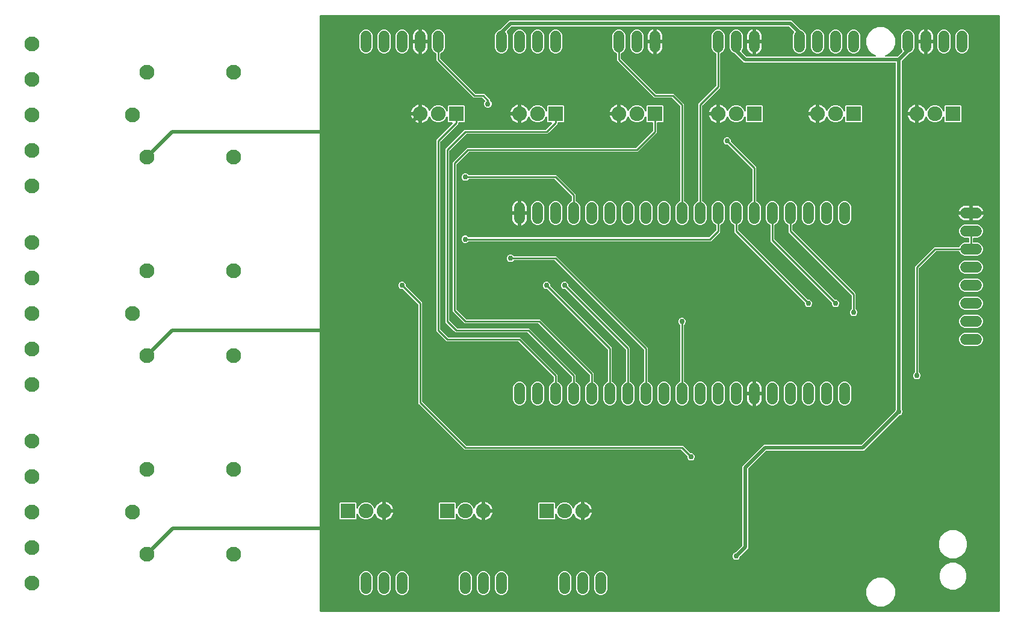
<source format=gbr>
G04 EAGLE Gerber RS-274X export*
G75*
%MOMM*%
%FSLAX34Y34*%
%LPD*%
%INBottom Copper*%
%IPPOS*%
%AMOC8*
5,1,8,0,0,1.08239X$1,22.5*%
G01*
%ADD10C,2.100000*%
%ADD11C,1.524000*%
%ADD12R,2.070000X2.070000*%
%ADD13C,2.070000*%
%ADD14C,0.254000*%
%ADD15C,0.756400*%
%ADD16C,0.508000*%

G36*
X1423588Y10176D02*
X1423588Y10176D01*
X1423707Y10183D01*
X1423745Y10196D01*
X1423786Y10201D01*
X1423896Y10244D01*
X1424009Y10281D01*
X1424044Y10303D01*
X1424081Y10318D01*
X1424177Y10387D01*
X1424278Y10451D01*
X1424306Y10481D01*
X1424339Y10504D01*
X1424415Y10596D01*
X1424496Y10683D01*
X1424516Y10718D01*
X1424541Y10749D01*
X1424592Y10857D01*
X1424650Y10961D01*
X1424660Y11001D01*
X1424677Y11037D01*
X1424699Y11154D01*
X1424729Y11269D01*
X1424733Y11329D01*
X1424737Y11349D01*
X1424735Y11370D01*
X1424739Y11430D01*
X1424739Y848870D01*
X1424724Y848988D01*
X1424717Y849107D01*
X1424704Y849145D01*
X1424699Y849186D01*
X1424656Y849296D01*
X1424619Y849409D01*
X1424597Y849444D01*
X1424582Y849481D01*
X1424513Y849577D01*
X1424449Y849678D01*
X1424419Y849706D01*
X1424396Y849739D01*
X1424304Y849815D01*
X1424217Y849896D01*
X1424182Y849916D01*
X1424151Y849941D01*
X1424043Y849992D01*
X1423939Y850050D01*
X1423899Y850060D01*
X1423863Y850077D01*
X1423746Y850099D01*
X1423631Y850129D01*
X1423571Y850133D01*
X1423551Y850137D01*
X1423530Y850135D01*
X1423470Y850139D01*
X469900Y850139D01*
X469782Y850124D01*
X469663Y850117D01*
X469625Y850104D01*
X469584Y850099D01*
X469474Y850056D01*
X469361Y850019D01*
X469326Y849997D01*
X469289Y849982D01*
X469193Y849913D01*
X469092Y849849D01*
X469064Y849819D01*
X469031Y849796D01*
X468956Y849704D01*
X468874Y849617D01*
X468854Y849582D01*
X468829Y849551D01*
X468778Y849443D01*
X468720Y849339D01*
X468710Y849299D01*
X468693Y849263D01*
X468671Y849146D01*
X468641Y849031D01*
X468637Y848971D01*
X468633Y848951D01*
X468635Y848930D01*
X468631Y848870D01*
X468631Y11430D01*
X468646Y11312D01*
X468653Y11193D01*
X468666Y11155D01*
X468671Y11114D01*
X468714Y11004D01*
X468751Y10891D01*
X468773Y10856D01*
X468788Y10819D01*
X468858Y10723D01*
X468921Y10622D01*
X468951Y10594D01*
X468974Y10561D01*
X469066Y10485D01*
X469153Y10404D01*
X469188Y10384D01*
X469219Y10359D01*
X469327Y10308D01*
X469431Y10250D01*
X469471Y10240D01*
X469507Y10223D01*
X469624Y10201D01*
X469739Y10171D01*
X469800Y10167D01*
X469820Y10163D01*
X469840Y10165D01*
X469900Y10161D01*
X1423470Y10161D01*
X1423588Y10176D01*
G37*
%LPC*%
G36*
X1053044Y83593D02*
X1053044Y83593D01*
X1051094Y84401D01*
X1049601Y85894D01*
X1048793Y87844D01*
X1048793Y89956D01*
X1049601Y91906D01*
X1051094Y93399D01*
X1053044Y94207D01*
X1053133Y94207D01*
X1053231Y94219D01*
X1053330Y94222D01*
X1053388Y94239D01*
X1053448Y94247D01*
X1053540Y94283D01*
X1053635Y94311D01*
X1053687Y94341D01*
X1053744Y94364D01*
X1053824Y94422D01*
X1053909Y94472D01*
X1053985Y94538D01*
X1054001Y94550D01*
X1054009Y94560D01*
X1054030Y94578D01*
X1062364Y102912D01*
X1062424Y102990D01*
X1062492Y103062D01*
X1062521Y103115D01*
X1062558Y103163D01*
X1062598Y103254D01*
X1062646Y103341D01*
X1062661Y103399D01*
X1062685Y103455D01*
X1062700Y103553D01*
X1062725Y103649D01*
X1062731Y103749D01*
X1062735Y103769D01*
X1062733Y103781D01*
X1062735Y103809D01*
X1062735Y215044D01*
X1093056Y245365D01*
X1229691Y245365D01*
X1229789Y245377D01*
X1229888Y245380D01*
X1229946Y245397D01*
X1230006Y245405D01*
X1230098Y245441D01*
X1230193Y245469D01*
X1230245Y245499D01*
X1230302Y245522D01*
X1230382Y245580D01*
X1230467Y245630D01*
X1230543Y245696D01*
X1230559Y245708D01*
X1230567Y245718D01*
X1230588Y245736D01*
X1277022Y292170D01*
X1277082Y292248D01*
X1277150Y292320D01*
X1277179Y292373D01*
X1277216Y292421D01*
X1277256Y292512D01*
X1277304Y292599D01*
X1277319Y292657D01*
X1277343Y292713D01*
X1277358Y292811D01*
X1277383Y292907D01*
X1277389Y293007D01*
X1277393Y293027D01*
X1277391Y293039D01*
X1277393Y293067D01*
X1277393Y293156D01*
X1278201Y295106D01*
X1278264Y295168D01*
X1278324Y295247D01*
X1278392Y295319D01*
X1278421Y295372D01*
X1278458Y295420D01*
X1278498Y295511D01*
X1278546Y295597D01*
X1278561Y295656D01*
X1278585Y295712D01*
X1278600Y295809D01*
X1278625Y295905D01*
X1278631Y296005D01*
X1278635Y296026D01*
X1278633Y296038D01*
X1278635Y296066D01*
X1278635Y782066D01*
X1278620Y782184D01*
X1278613Y782303D01*
X1278600Y782341D01*
X1278595Y782382D01*
X1278552Y782492D01*
X1278515Y782605D01*
X1278493Y782640D01*
X1278478Y782677D01*
X1278409Y782773D01*
X1278345Y782874D01*
X1278315Y782902D01*
X1278292Y782935D01*
X1278200Y783011D01*
X1278113Y783092D01*
X1278078Y783112D01*
X1278047Y783137D01*
X1277939Y783188D01*
X1277835Y783246D01*
X1277795Y783256D01*
X1277759Y783273D01*
X1277642Y783295D01*
X1277527Y783325D01*
X1277467Y783329D01*
X1277447Y783333D01*
X1277426Y783331D01*
X1277366Y783335D01*
X1065116Y783335D01*
X1052788Y795664D01*
X1052691Y795761D01*
X1052683Y795767D01*
X1052677Y795774D01*
X1052557Y795865D01*
X1052439Y795956D01*
X1052431Y795960D01*
X1052423Y795965D01*
X1052279Y796036D01*
X1048920Y797427D01*
X1046347Y800000D01*
X1044955Y803361D01*
X1044955Y822239D01*
X1046347Y825600D01*
X1048920Y828173D01*
X1052281Y829565D01*
X1055919Y829565D01*
X1059280Y828173D01*
X1061853Y825600D01*
X1063245Y822239D01*
X1063245Y803361D01*
X1061853Y800000D01*
X1061798Y799945D01*
X1061725Y799851D01*
X1061646Y799762D01*
X1061628Y799726D01*
X1061603Y799694D01*
X1061556Y799585D01*
X1061502Y799479D01*
X1061493Y799439D01*
X1061477Y799402D01*
X1061458Y799285D01*
X1061432Y799169D01*
X1061433Y799128D01*
X1061427Y799088D01*
X1061438Y798970D01*
X1061442Y798851D01*
X1061453Y798812D01*
X1061457Y798772D01*
X1061497Y798660D01*
X1061530Y798545D01*
X1061551Y798510D01*
X1061564Y798472D01*
X1061631Y798374D01*
X1061692Y798271D01*
X1061731Y798226D01*
X1061743Y798209D01*
X1061758Y798196D01*
X1061798Y798150D01*
X1068112Y791836D01*
X1068190Y791776D01*
X1068262Y791708D01*
X1068315Y791679D01*
X1068363Y791642D01*
X1068454Y791602D01*
X1068541Y791554D01*
X1068599Y791539D01*
X1068655Y791515D01*
X1068753Y791500D01*
X1068849Y791475D01*
X1068949Y791469D01*
X1068969Y791465D01*
X1068981Y791467D01*
X1069009Y791465D01*
X1249744Y791465D01*
X1249814Y791473D01*
X1249884Y791472D01*
X1249971Y791493D01*
X1250060Y791505D01*
X1250125Y791530D01*
X1250193Y791547D01*
X1250272Y791589D01*
X1250356Y791622D01*
X1250412Y791663D01*
X1250474Y791695D01*
X1250540Y791756D01*
X1250613Y791808D01*
X1250658Y791862D01*
X1250709Y791909D01*
X1250759Y791984D01*
X1250816Y792053D01*
X1250846Y792117D01*
X1250884Y792175D01*
X1250913Y792260D01*
X1250951Y792341D01*
X1250964Y792410D01*
X1250987Y792476D01*
X1250994Y792565D01*
X1251011Y792653D01*
X1251007Y792723D01*
X1251012Y792793D01*
X1250997Y792881D01*
X1250991Y792971D01*
X1250970Y793037D01*
X1250958Y793106D01*
X1250921Y793188D01*
X1250893Y793273D01*
X1250856Y793332D01*
X1250827Y793396D01*
X1250771Y793466D01*
X1250723Y793542D01*
X1250672Y793590D01*
X1250629Y793644D01*
X1250557Y793699D01*
X1250492Y793760D01*
X1250431Y793794D01*
X1250375Y793836D01*
X1250230Y793907D01*
X1245880Y795709D01*
X1240209Y801380D01*
X1237139Y808790D01*
X1237139Y816810D01*
X1240209Y824220D01*
X1245880Y829891D01*
X1253290Y832961D01*
X1261310Y832961D01*
X1268720Y829891D01*
X1274391Y824220D01*
X1277461Y816810D01*
X1277461Y808790D01*
X1274391Y801380D01*
X1268720Y795709D01*
X1264370Y793907D01*
X1264309Y793872D01*
X1264244Y793846D01*
X1264172Y793794D01*
X1264094Y793749D01*
X1264043Y793701D01*
X1263987Y793660D01*
X1263930Y793590D01*
X1263865Y793528D01*
X1263829Y793468D01*
X1263784Y793415D01*
X1263746Y793333D01*
X1263699Y793257D01*
X1263678Y793190D01*
X1263649Y793127D01*
X1263632Y793039D01*
X1263605Y792953D01*
X1263602Y792883D01*
X1263589Y792814D01*
X1263594Y792725D01*
X1263590Y792635D01*
X1263604Y792567D01*
X1263609Y792497D01*
X1263636Y792412D01*
X1263654Y792324D01*
X1263685Y792261D01*
X1263707Y792195D01*
X1263755Y792119D01*
X1263794Y792038D01*
X1263839Y791985D01*
X1263877Y791926D01*
X1263942Y791864D01*
X1264000Y791796D01*
X1264058Y791756D01*
X1264108Y791708D01*
X1264187Y791665D01*
X1264261Y791613D01*
X1264326Y791588D01*
X1264387Y791554D01*
X1264474Y791532D01*
X1264558Y791500D01*
X1264627Y791492D01*
X1264695Y791475D01*
X1264856Y791465D01*
X1280491Y791465D01*
X1280589Y791477D01*
X1280688Y791480D01*
X1280746Y791497D01*
X1280806Y791505D01*
X1280898Y791541D01*
X1280993Y791569D01*
X1281045Y791599D01*
X1281102Y791622D01*
X1281182Y791680D01*
X1281267Y791730D01*
X1281343Y791796D01*
X1281359Y791808D01*
X1281367Y791818D01*
X1281388Y791836D01*
X1287702Y798150D01*
X1287775Y798245D01*
X1287854Y798334D01*
X1287872Y798370D01*
X1287897Y798402D01*
X1287944Y798511D01*
X1287998Y798617D01*
X1288007Y798656D01*
X1288023Y798694D01*
X1288042Y798811D01*
X1288068Y798927D01*
X1288067Y798968D01*
X1288073Y799008D01*
X1288062Y799126D01*
X1288058Y799245D01*
X1288047Y799284D01*
X1288043Y799324D01*
X1288003Y799436D01*
X1287970Y799551D01*
X1287949Y799585D01*
X1287936Y799624D01*
X1287869Y799722D01*
X1287808Y799825D01*
X1287769Y799870D01*
X1287757Y799887D01*
X1287742Y799900D01*
X1287702Y799945D01*
X1287647Y800000D01*
X1286255Y803361D01*
X1286255Y822239D01*
X1287647Y825600D01*
X1290220Y828173D01*
X1293581Y829565D01*
X1297219Y829565D01*
X1300580Y828173D01*
X1303153Y825600D01*
X1304545Y822239D01*
X1304545Y803361D01*
X1303153Y800000D01*
X1300580Y797427D01*
X1297221Y796036D01*
X1297213Y796032D01*
X1297204Y796029D01*
X1297075Y795953D01*
X1296945Y795879D01*
X1296938Y795872D01*
X1296930Y795867D01*
X1296809Y795761D01*
X1287136Y786088D01*
X1287076Y786010D01*
X1287008Y785938D01*
X1286979Y785885D01*
X1286942Y785837D01*
X1286902Y785746D01*
X1286854Y785659D01*
X1286839Y785601D01*
X1286815Y785545D01*
X1286800Y785447D01*
X1286775Y785351D01*
X1286769Y785251D01*
X1286765Y785231D01*
X1286767Y785219D01*
X1286765Y785191D01*
X1286765Y296066D01*
X1286777Y295968D01*
X1286780Y295869D01*
X1286797Y295810D01*
X1286805Y295750D01*
X1286841Y295658D01*
X1286869Y295563D01*
X1286899Y295511D01*
X1286922Y295455D01*
X1286980Y295375D01*
X1287030Y295289D01*
X1287096Y295214D01*
X1287108Y295197D01*
X1287118Y295190D01*
X1287136Y295168D01*
X1287199Y295106D01*
X1288007Y293156D01*
X1288007Y291044D01*
X1287199Y289094D01*
X1285706Y287601D01*
X1283756Y286793D01*
X1283667Y286793D01*
X1283569Y286781D01*
X1283470Y286778D01*
X1283412Y286761D01*
X1283352Y286753D01*
X1283260Y286717D01*
X1283165Y286689D01*
X1283113Y286659D01*
X1283056Y286636D01*
X1282976Y286578D01*
X1282891Y286528D01*
X1282815Y286462D01*
X1282799Y286450D01*
X1282791Y286440D01*
X1282770Y286422D01*
X1233584Y237235D01*
X1096949Y237235D01*
X1096851Y237223D01*
X1096752Y237220D01*
X1096694Y237203D01*
X1096634Y237195D01*
X1096542Y237159D01*
X1096447Y237131D01*
X1096395Y237101D01*
X1096338Y237078D01*
X1096258Y237020D01*
X1096173Y236970D01*
X1096097Y236904D01*
X1096081Y236892D01*
X1096073Y236882D01*
X1096052Y236864D01*
X1071236Y212048D01*
X1071176Y211970D01*
X1071108Y211898D01*
X1071079Y211845D01*
X1071042Y211797D01*
X1071002Y211706D01*
X1070954Y211619D01*
X1070939Y211561D01*
X1070915Y211505D01*
X1070900Y211407D01*
X1070875Y211311D01*
X1070869Y211211D01*
X1070865Y211191D01*
X1070867Y211179D01*
X1070865Y211151D01*
X1070865Y99916D01*
X1059778Y88830D01*
X1059718Y88752D01*
X1059650Y88680D01*
X1059621Y88627D01*
X1059584Y88579D01*
X1059544Y88488D01*
X1059496Y88401D01*
X1059481Y88343D01*
X1059457Y88287D01*
X1059442Y88189D01*
X1059417Y88093D01*
X1059411Y87993D01*
X1059407Y87973D01*
X1059409Y87961D01*
X1059407Y87933D01*
X1059407Y87844D01*
X1058599Y85894D01*
X1057106Y84401D01*
X1055156Y83593D01*
X1053044Y83593D01*
G37*
%LPD*%
%LPC*%
G36*
X849081Y300735D02*
X849081Y300735D01*
X845720Y302127D01*
X843147Y304700D01*
X841755Y308061D01*
X841755Y326939D01*
X843147Y330300D01*
X845720Y332873D01*
X847322Y333536D01*
X847347Y333551D01*
X847375Y333560D01*
X847485Y333629D01*
X847598Y333694D01*
X847619Y333714D01*
X847644Y333730D01*
X847733Y333825D01*
X847826Y333915D01*
X847842Y333940D01*
X847862Y333962D01*
X847925Y334075D01*
X847993Y334186D01*
X848001Y334214D01*
X848016Y334240D01*
X848048Y334366D01*
X848086Y334490D01*
X848088Y334519D01*
X848095Y334548D01*
X848105Y334709D01*
X848105Y343757D01*
X848093Y343855D01*
X848090Y343954D01*
X848073Y344012D01*
X848065Y344072D01*
X848029Y344164D01*
X848001Y344259D01*
X847971Y344312D01*
X847948Y344368D01*
X847890Y344448D01*
X847840Y344533D01*
X847774Y344609D01*
X847762Y344625D01*
X847752Y344633D01*
X847734Y344654D01*
X776454Y415934D01*
X776376Y415994D01*
X776304Y416062D01*
X776251Y416091D01*
X776203Y416128D01*
X776112Y416168D01*
X776025Y416216D01*
X775967Y416231D01*
X775911Y416255D01*
X775813Y416270D01*
X775717Y416295D01*
X775617Y416301D01*
X775597Y416305D01*
X775585Y416303D01*
X775557Y416305D01*
X671942Y416305D01*
X655291Y432956D01*
X655291Y642734D01*
X675752Y663195D01*
X912717Y663195D01*
X912815Y663207D01*
X912914Y663210D01*
X912972Y663227D01*
X913032Y663235D01*
X913124Y663271D01*
X913219Y663299D01*
X913272Y663329D01*
X913328Y663352D01*
X913408Y663410D01*
X913493Y663460D01*
X913569Y663526D01*
X913585Y663538D01*
X913593Y663548D01*
X913614Y663566D01*
X936634Y686586D01*
X936694Y686664D01*
X936762Y686736D01*
X936791Y686789D01*
X936828Y686837D01*
X936868Y686928D01*
X936916Y687015D01*
X936931Y687073D01*
X936955Y687129D01*
X936970Y687227D01*
X936995Y687323D01*
X937001Y687423D01*
X937005Y687443D01*
X937003Y687455D01*
X937005Y687483D01*
X937005Y698056D01*
X936990Y698174D01*
X936983Y698293D01*
X936970Y698331D01*
X936965Y698372D01*
X936922Y698482D01*
X936885Y698595D01*
X936863Y698630D01*
X936848Y698667D01*
X936779Y698763D01*
X936715Y698864D01*
X936685Y698892D01*
X936662Y698925D01*
X936570Y699001D01*
X936483Y699082D01*
X936448Y699102D01*
X936417Y699127D01*
X936309Y699178D01*
X936205Y699236D01*
X936165Y699246D01*
X936129Y699263D01*
X936012Y699285D01*
X935897Y699315D01*
X935837Y699319D01*
X935817Y699323D01*
X935796Y699321D01*
X935736Y699325D01*
X928818Y699325D01*
X927925Y700218D01*
X927925Y706442D01*
X927917Y706511D01*
X927918Y706581D01*
X927897Y706668D01*
X927885Y706757D01*
X927860Y706822D01*
X927843Y706890D01*
X927801Y706969D01*
X927768Y707053D01*
X927727Y707109D01*
X927695Y707171D01*
X927634Y707238D01*
X927582Y707310D01*
X927528Y707355D01*
X927481Y707407D01*
X927406Y707456D01*
X927337Y707513D01*
X927273Y707543D01*
X927215Y707581D01*
X927130Y707610D01*
X927049Y707649D01*
X926980Y707662D01*
X926914Y707684D01*
X926825Y707692D01*
X926737Y707708D01*
X926667Y707704D01*
X926597Y707710D01*
X926509Y707694D01*
X926419Y707689D01*
X926353Y707667D01*
X926284Y707655D01*
X926202Y707618D01*
X926117Y707591D01*
X926058Y707553D01*
X925994Y707525D01*
X925924Y707469D01*
X925848Y707421D01*
X925800Y707370D01*
X925746Y707326D01*
X925691Y707254D01*
X925630Y707189D01*
X925596Y707128D01*
X925554Y707072D01*
X925483Y706928D01*
X924467Y704474D01*
X921126Y701133D01*
X916762Y699325D01*
X912038Y699325D01*
X907674Y701133D01*
X904333Y704474D01*
X903428Y706659D01*
X903413Y706685D01*
X903404Y706713D01*
X903335Y706822D01*
X903270Y706935D01*
X903250Y706956D01*
X903234Y706982D01*
X903139Y707070D01*
X903049Y707163D01*
X903024Y707179D01*
X903002Y707199D01*
X902888Y707262D01*
X902778Y707330D01*
X902749Y707338D01*
X902723Y707353D01*
X902598Y707385D01*
X902474Y707423D01*
X902444Y707425D01*
X902415Y707432D01*
X902286Y707432D01*
X902156Y707438D01*
X902127Y707432D01*
X902097Y707432D01*
X901972Y707400D01*
X901845Y707374D01*
X901818Y707361D01*
X901789Y707354D01*
X901676Y707291D01*
X901559Y707234D01*
X901537Y707215D01*
X901510Y707201D01*
X901416Y707112D01*
X901317Y707028D01*
X901300Y707004D01*
X901278Y706983D01*
X901209Y706874D01*
X901134Y706768D01*
X901124Y706740D01*
X901108Y706715D01*
X901048Y706565D01*
X900946Y706252D01*
X900025Y704444D01*
X898833Y702802D01*
X897398Y701367D01*
X895756Y700175D01*
X893948Y699254D01*
X892019Y698627D01*
X891539Y698551D01*
X891539Y709930D01*
X891524Y710048D01*
X891517Y710167D01*
X891504Y710205D01*
X891499Y710245D01*
X891456Y710356D01*
X891419Y710469D01*
X891397Y710503D01*
X891382Y710541D01*
X891312Y710637D01*
X891249Y710738D01*
X891219Y710766D01*
X891195Y710798D01*
X891104Y710874D01*
X891017Y710956D01*
X890982Y710975D01*
X890951Y711001D01*
X890843Y711052D01*
X890739Y711109D01*
X890699Y711120D01*
X890663Y711137D01*
X890546Y711159D01*
X890431Y711189D01*
X890370Y711193D01*
X890350Y711197D01*
X890330Y711195D01*
X890270Y711199D01*
X888999Y711199D01*
X888999Y711201D01*
X890270Y711201D01*
X890388Y711216D01*
X890507Y711223D01*
X890545Y711236D01*
X890585Y711241D01*
X890696Y711285D01*
X890809Y711321D01*
X890844Y711343D01*
X890881Y711358D01*
X890977Y711428D01*
X891078Y711491D01*
X891106Y711521D01*
X891139Y711545D01*
X891214Y711636D01*
X891296Y711723D01*
X891316Y711758D01*
X891341Y711790D01*
X891392Y711897D01*
X891450Y712002D01*
X891460Y712041D01*
X891477Y712077D01*
X891499Y712194D01*
X891529Y712309D01*
X891533Y712370D01*
X891537Y712390D01*
X891535Y712410D01*
X891539Y712470D01*
X891539Y723849D01*
X892019Y723773D01*
X893948Y723146D01*
X895756Y722225D01*
X897398Y721033D01*
X898833Y719598D01*
X900025Y717956D01*
X900946Y716148D01*
X901048Y715835D01*
X901061Y715808D01*
X901068Y715779D01*
X901128Y715664D01*
X901184Y715547D01*
X901203Y715524D01*
X901217Y715498D01*
X901304Y715402D01*
X901386Y715302D01*
X901410Y715284D01*
X901431Y715262D01*
X901539Y715191D01*
X901644Y715115D01*
X901671Y715104D01*
X901696Y715088D01*
X901819Y715046D01*
X901939Y714998D01*
X901969Y714994D01*
X901997Y714984D01*
X902126Y714974D01*
X902255Y714958D01*
X902284Y714961D01*
X902314Y714959D01*
X902442Y714981D01*
X902570Y714997D01*
X902598Y715008D01*
X902627Y715013D01*
X902745Y715067D01*
X902866Y715114D01*
X902890Y715132D01*
X902917Y715144D01*
X903019Y715225D01*
X903123Y715301D01*
X903142Y715324D01*
X903166Y715343D01*
X903244Y715446D01*
X903326Y715546D01*
X903339Y715573D01*
X903357Y715597D01*
X903428Y715741D01*
X904333Y717926D01*
X907674Y721267D01*
X912038Y723075D01*
X916762Y723075D01*
X921126Y721267D01*
X924467Y717926D01*
X925483Y715472D01*
X925518Y715412D01*
X925544Y715347D01*
X925596Y715274D01*
X925641Y715196D01*
X925689Y715146D01*
X925730Y715090D01*
X925800Y715032D01*
X925862Y714968D01*
X925922Y714931D01*
X925975Y714887D01*
X926057Y714849D01*
X926133Y714802D01*
X926200Y714781D01*
X926263Y714751D01*
X926351Y714734D01*
X926437Y714708D01*
X926507Y714705D01*
X926576Y714692D01*
X926665Y714697D01*
X926755Y714693D01*
X926823Y714707D01*
X926893Y714711D01*
X926978Y714739D01*
X927066Y714757D01*
X927129Y714788D01*
X927195Y714809D01*
X927271Y714857D01*
X927352Y714897D01*
X927405Y714942D01*
X927464Y714979D01*
X927526Y715045D01*
X927594Y715103D01*
X927634Y715160D01*
X927682Y715211D01*
X927725Y715290D01*
X927777Y715363D01*
X927802Y715429D01*
X927836Y715490D01*
X927858Y715576D01*
X927890Y715661D01*
X927898Y715730D01*
X927915Y715798D01*
X927925Y715958D01*
X927925Y722182D01*
X928818Y723075D01*
X950782Y723075D01*
X951675Y722182D01*
X951675Y700218D01*
X950782Y699325D01*
X943864Y699325D01*
X943746Y699310D01*
X943627Y699303D01*
X943589Y699290D01*
X943548Y699285D01*
X943438Y699242D01*
X943325Y699205D01*
X943290Y699183D01*
X943253Y699168D01*
X943157Y699099D01*
X943056Y699035D01*
X943028Y699005D01*
X942995Y698982D01*
X942919Y698890D01*
X942838Y698803D01*
X942818Y698768D01*
X942793Y698737D01*
X942742Y698629D01*
X942684Y698525D01*
X942674Y698485D01*
X942657Y698449D01*
X942635Y698332D01*
X942605Y698217D01*
X942601Y698156D01*
X942597Y698137D01*
X942599Y698116D01*
X942595Y698056D01*
X942595Y684642D01*
X915558Y657605D01*
X678593Y657605D01*
X678495Y657593D01*
X678396Y657590D01*
X678338Y657573D01*
X678278Y657565D01*
X678186Y657529D01*
X678091Y657501D01*
X678038Y657471D01*
X677982Y657448D01*
X677902Y657390D01*
X677817Y657340D01*
X677741Y657274D01*
X677725Y657262D01*
X677717Y657252D01*
X677696Y657234D01*
X661252Y640790D01*
X661192Y640712D01*
X661124Y640640D01*
X661095Y640587D01*
X661058Y640539D01*
X661018Y640448D01*
X660970Y640361D01*
X660955Y640303D01*
X660931Y640247D01*
X660916Y640149D01*
X660891Y640053D01*
X660885Y639953D01*
X660881Y639933D01*
X660883Y639921D01*
X660881Y639893D01*
X660881Y435797D01*
X660893Y435699D01*
X660896Y435600D01*
X660913Y435542D01*
X660921Y435482D01*
X660957Y435390D01*
X660985Y435295D01*
X661015Y435242D01*
X661038Y435186D01*
X661096Y435106D01*
X661146Y435021D01*
X661212Y434945D01*
X661224Y434929D01*
X661234Y434921D01*
X661252Y434900D01*
X673886Y422266D01*
X673964Y422206D01*
X674036Y422138D01*
X674089Y422109D01*
X674137Y422072D01*
X674228Y422032D01*
X674315Y421984D01*
X674373Y421969D01*
X674429Y421945D01*
X674527Y421930D01*
X674623Y421905D01*
X674723Y421899D01*
X674743Y421895D01*
X674755Y421897D01*
X674783Y421895D01*
X778398Y421895D01*
X853695Y346598D01*
X853695Y334709D01*
X853698Y334679D01*
X853696Y334650D01*
X853718Y334522D01*
X853735Y334393D01*
X853745Y334366D01*
X853750Y334337D01*
X853804Y334218D01*
X853852Y334097D01*
X853869Y334074D01*
X853881Y334047D01*
X853962Y333945D01*
X854038Y333840D01*
X854061Y333821D01*
X854080Y333798D01*
X854183Y333720D01*
X854283Y333637D01*
X854310Y333625D01*
X854334Y333607D01*
X854478Y333536D01*
X856080Y332873D01*
X858653Y330300D01*
X860045Y326939D01*
X860045Y308061D01*
X858653Y304700D01*
X856080Y302127D01*
X852719Y300735D01*
X849081Y300735D01*
G37*
%LPD*%
%LPC*%
G36*
X823681Y300735D02*
X823681Y300735D01*
X820320Y302127D01*
X817747Y304700D01*
X816355Y308061D01*
X816355Y326939D01*
X817747Y330300D01*
X820320Y332873D01*
X821922Y333536D01*
X821947Y333551D01*
X821975Y333560D01*
X822085Y333629D01*
X822198Y333694D01*
X822219Y333714D01*
X822244Y333730D01*
X822333Y333825D01*
X822426Y333915D01*
X822442Y333940D01*
X822462Y333962D01*
X822525Y334075D01*
X822593Y334186D01*
X822601Y334214D01*
X822616Y334240D01*
X822648Y334366D01*
X822686Y334490D01*
X822688Y334519D01*
X822695Y334548D01*
X822705Y334709D01*
X822705Y341217D01*
X822693Y341315D01*
X822690Y341414D01*
X822673Y341472D01*
X822665Y341532D01*
X822629Y341624D01*
X822601Y341719D01*
X822571Y341772D01*
X822548Y341828D01*
X822490Y341908D01*
X822440Y341993D01*
X822374Y342069D01*
X822362Y342085D01*
X822352Y342093D01*
X822334Y342114D01*
X761214Y403234D01*
X761136Y403294D01*
X761064Y403362D01*
X761011Y403391D01*
X760963Y403428D01*
X760872Y403468D01*
X760785Y403516D01*
X760727Y403531D01*
X760671Y403555D01*
X760573Y403570D01*
X760477Y403595D01*
X760377Y403601D01*
X760357Y403605D01*
X760345Y403603D01*
X760317Y403605D01*
X659242Y403605D01*
X657234Y405614D01*
X646914Y415934D01*
X644905Y417942D01*
X644905Y661558D01*
X669934Y686586D01*
X671942Y688595D01*
X785717Y688595D01*
X785815Y688607D01*
X785914Y688610D01*
X785972Y688627D01*
X786032Y688635D01*
X786124Y688671D01*
X786219Y688699D01*
X786272Y688729D01*
X786328Y688752D01*
X786408Y688810D01*
X786493Y688860D01*
X786569Y688926D01*
X786585Y688938D01*
X786593Y688948D01*
X786614Y688966D01*
X794806Y697159D01*
X794891Y697268D01*
X794980Y697375D01*
X794989Y697394D01*
X795001Y697410D01*
X795057Y697538D01*
X795116Y697663D01*
X795119Y697683D01*
X795127Y697702D01*
X795149Y697840D01*
X795175Y697976D01*
X795174Y697996D01*
X795177Y698016D01*
X795164Y698155D01*
X795156Y698293D01*
X795149Y698312D01*
X795148Y698332D01*
X795100Y698464D01*
X795058Y698595D01*
X795047Y698613D01*
X795040Y698632D01*
X794962Y698747D01*
X794887Y698864D01*
X794873Y698878D01*
X794861Y698895D01*
X794757Y698987D01*
X794656Y699082D01*
X794638Y699092D01*
X794623Y699105D01*
X794499Y699168D01*
X794377Y699236D01*
X794358Y699241D01*
X794340Y699250D01*
X794204Y699280D01*
X794069Y699315D01*
X794041Y699317D01*
X794029Y699320D01*
X794009Y699319D01*
X793909Y699325D01*
X789118Y699325D01*
X788225Y700218D01*
X788225Y706442D01*
X788217Y706511D01*
X788218Y706581D01*
X788197Y706668D01*
X788185Y706757D01*
X788160Y706822D01*
X788143Y706890D01*
X788101Y706970D01*
X788068Y707053D01*
X788027Y707109D01*
X787995Y707171D01*
X787934Y707238D01*
X787882Y707310D01*
X787828Y707355D01*
X787781Y707407D01*
X787706Y707456D01*
X787637Y707513D01*
X787573Y707543D01*
X787515Y707581D01*
X787430Y707610D01*
X787349Y707649D01*
X787280Y707662D01*
X787214Y707685D01*
X787125Y707692D01*
X787037Y707709D01*
X786967Y707704D01*
X786897Y707710D01*
X786809Y707694D01*
X786719Y707689D01*
X786653Y707667D01*
X786584Y707655D01*
X786502Y707618D01*
X786417Y707591D01*
X786358Y707553D01*
X786294Y707525D01*
X786224Y707469D01*
X786148Y707421D01*
X786100Y707370D01*
X786046Y707326D01*
X785991Y707254D01*
X785930Y707189D01*
X785896Y707128D01*
X785854Y707072D01*
X785783Y706928D01*
X784767Y704474D01*
X781426Y701133D01*
X777062Y699325D01*
X772338Y699325D01*
X767974Y701133D01*
X764633Y704474D01*
X763728Y706659D01*
X763713Y706685D01*
X763704Y706713D01*
X763635Y706822D01*
X763570Y706935D01*
X763550Y706956D01*
X763534Y706982D01*
X763439Y707070D01*
X763349Y707163D01*
X763324Y707179D01*
X763302Y707199D01*
X763188Y707262D01*
X763078Y707330D01*
X763049Y707338D01*
X763023Y707353D01*
X762898Y707385D01*
X762774Y707423D01*
X762744Y707425D01*
X762715Y707432D01*
X762586Y707432D01*
X762456Y707438D01*
X762427Y707432D01*
X762397Y707432D01*
X762272Y707400D01*
X762145Y707374D01*
X762118Y707361D01*
X762089Y707354D01*
X761976Y707291D01*
X761859Y707234D01*
X761837Y707215D01*
X761810Y707201D01*
X761716Y707112D01*
X761617Y707028D01*
X761600Y707004D01*
X761578Y706983D01*
X761509Y706874D01*
X761434Y706768D01*
X761424Y706740D01*
X761408Y706715D01*
X761348Y706565D01*
X761246Y706252D01*
X760325Y704444D01*
X759133Y702802D01*
X757698Y701367D01*
X756056Y700175D01*
X754248Y699254D01*
X752319Y698627D01*
X751839Y698551D01*
X751839Y709930D01*
X751824Y710048D01*
X751817Y710167D01*
X751804Y710205D01*
X751799Y710245D01*
X751756Y710356D01*
X751719Y710469D01*
X751697Y710503D01*
X751682Y710541D01*
X751612Y710637D01*
X751549Y710738D01*
X751519Y710766D01*
X751495Y710798D01*
X751404Y710874D01*
X751317Y710956D01*
X751282Y710975D01*
X751251Y711001D01*
X751143Y711052D01*
X751039Y711109D01*
X750999Y711120D01*
X750963Y711137D01*
X750846Y711159D01*
X750731Y711189D01*
X750670Y711193D01*
X750650Y711197D01*
X750630Y711195D01*
X750570Y711199D01*
X749299Y711199D01*
X749299Y711201D01*
X750570Y711201D01*
X750688Y711216D01*
X750807Y711223D01*
X750845Y711236D01*
X750885Y711241D01*
X750996Y711285D01*
X751109Y711321D01*
X751144Y711343D01*
X751181Y711358D01*
X751277Y711428D01*
X751378Y711491D01*
X751406Y711521D01*
X751439Y711545D01*
X751514Y711636D01*
X751596Y711723D01*
X751616Y711758D01*
X751641Y711790D01*
X751692Y711897D01*
X751750Y712002D01*
X751760Y712041D01*
X751777Y712077D01*
X751799Y712194D01*
X751829Y712309D01*
X751833Y712370D01*
X751837Y712390D01*
X751835Y712410D01*
X751839Y712470D01*
X751839Y723849D01*
X752319Y723773D01*
X754248Y723146D01*
X756056Y722225D01*
X757698Y721033D01*
X759133Y719598D01*
X760325Y717956D01*
X761246Y716148D01*
X761348Y715835D01*
X761361Y715808D01*
X761368Y715779D01*
X761428Y715664D01*
X761484Y715547D01*
X761503Y715524D01*
X761517Y715498D01*
X761604Y715402D01*
X761686Y715302D01*
X761710Y715284D01*
X761731Y715262D01*
X761839Y715191D01*
X761944Y715115D01*
X761971Y715104D01*
X761996Y715088D01*
X762119Y715046D01*
X762239Y714998D01*
X762269Y714994D01*
X762297Y714984D01*
X762426Y714974D01*
X762555Y714958D01*
X762584Y714961D01*
X762614Y714959D01*
X762742Y714981D01*
X762870Y714997D01*
X762898Y715008D01*
X762927Y715013D01*
X763045Y715067D01*
X763166Y715114D01*
X763190Y715132D01*
X763217Y715144D01*
X763319Y715225D01*
X763423Y715301D01*
X763442Y715324D01*
X763466Y715343D01*
X763544Y715446D01*
X763626Y715546D01*
X763639Y715573D01*
X763657Y715597D01*
X763728Y715741D01*
X764633Y717926D01*
X767974Y721267D01*
X772338Y723075D01*
X777062Y723075D01*
X781426Y721267D01*
X784767Y717926D01*
X785783Y715472D01*
X785818Y715412D01*
X785844Y715347D01*
X785896Y715274D01*
X785941Y715196D01*
X785989Y715146D01*
X786030Y715090D01*
X786100Y715032D01*
X786162Y714968D01*
X786222Y714931D01*
X786275Y714887D01*
X786357Y714848D01*
X786433Y714802D01*
X786500Y714781D01*
X786563Y714751D01*
X786651Y714734D01*
X786737Y714708D01*
X786807Y714705D01*
X786876Y714691D01*
X786965Y714697D01*
X787055Y714693D01*
X787123Y714707D01*
X787193Y714711D01*
X787278Y714739D01*
X787366Y714757D01*
X787429Y714788D01*
X787495Y714809D01*
X787571Y714857D01*
X787652Y714897D01*
X787705Y714942D01*
X787764Y714979D01*
X787826Y715045D01*
X787894Y715103D01*
X787934Y715160D01*
X787982Y715211D01*
X788025Y715290D01*
X788077Y715363D01*
X788102Y715429D01*
X788136Y715490D01*
X788158Y715576D01*
X788190Y715661D01*
X788198Y715730D01*
X788215Y715797D01*
X788225Y715958D01*
X788225Y722182D01*
X789118Y723075D01*
X811082Y723075D01*
X811975Y722182D01*
X811975Y700218D01*
X811082Y699325D01*
X804164Y699325D01*
X804046Y699310D01*
X803927Y699303D01*
X803889Y699290D01*
X803848Y699285D01*
X803738Y699242D01*
X803625Y699205D01*
X803590Y699183D01*
X803553Y699168D01*
X803457Y699099D01*
X803356Y699035D01*
X803328Y699005D01*
X803295Y698982D01*
X803219Y698890D01*
X803138Y698803D01*
X803118Y698768D01*
X803093Y698737D01*
X803042Y698629D01*
X802984Y698525D01*
X802974Y698485D01*
X802957Y698449D01*
X802935Y698332D01*
X802905Y698217D01*
X802901Y698156D01*
X802897Y698137D01*
X802899Y698116D01*
X802895Y698056D01*
X802895Y697342D01*
X800886Y695334D01*
X790566Y685014D01*
X788558Y683005D01*
X674783Y683005D01*
X674685Y682993D01*
X674586Y682990D01*
X674528Y682973D01*
X674468Y682965D01*
X674376Y682929D01*
X674281Y682901D01*
X674228Y682871D01*
X674172Y682848D01*
X674092Y682790D01*
X674007Y682740D01*
X673931Y682674D01*
X673915Y682662D01*
X673907Y682652D01*
X673886Y682634D01*
X650866Y659614D01*
X650806Y659536D01*
X650738Y659464D01*
X650709Y659411D01*
X650672Y659363D01*
X650632Y659272D01*
X650584Y659185D01*
X650569Y659127D01*
X650545Y659071D01*
X650530Y658973D01*
X650505Y658877D01*
X650499Y658777D01*
X650495Y658757D01*
X650497Y658745D01*
X650495Y658717D01*
X650495Y420783D01*
X650507Y420685D01*
X650510Y420586D01*
X650527Y420528D01*
X650535Y420468D01*
X650571Y420376D01*
X650599Y420281D01*
X650629Y420228D01*
X650652Y420172D01*
X650710Y420092D01*
X650760Y420007D01*
X650826Y419931D01*
X650838Y419915D01*
X650848Y419907D01*
X650866Y419886D01*
X661186Y409566D01*
X661264Y409506D01*
X661336Y409438D01*
X661389Y409409D01*
X661437Y409372D01*
X661528Y409332D01*
X661615Y409284D01*
X661673Y409269D01*
X661729Y409245D01*
X661827Y409230D01*
X661923Y409205D01*
X662023Y409199D01*
X662043Y409195D01*
X662055Y409197D01*
X662083Y409195D01*
X763158Y409195D01*
X828295Y344058D01*
X828295Y334709D01*
X828298Y334679D01*
X828296Y334650D01*
X828318Y334522D01*
X828335Y334393D01*
X828345Y334366D01*
X828350Y334337D01*
X828404Y334218D01*
X828452Y334097D01*
X828469Y334074D01*
X828481Y334047D01*
X828562Y333945D01*
X828638Y333840D01*
X828661Y333821D01*
X828680Y333798D01*
X828783Y333720D01*
X828883Y333637D01*
X828910Y333625D01*
X828934Y333607D01*
X829078Y333536D01*
X830680Y332873D01*
X833253Y330300D01*
X834645Y326939D01*
X834645Y308061D01*
X833253Y304700D01*
X830680Y302127D01*
X827319Y300735D01*
X823681Y300735D01*
G37*
%LPD*%
%LPC*%
G36*
X798281Y300735D02*
X798281Y300735D01*
X794920Y302127D01*
X792347Y304700D01*
X790955Y308061D01*
X790955Y326939D01*
X792347Y330300D01*
X794920Y332873D01*
X796522Y333536D01*
X796547Y333551D01*
X796575Y333560D01*
X796685Y333629D01*
X796798Y333694D01*
X796819Y333714D01*
X796844Y333730D01*
X796933Y333825D01*
X797026Y333915D01*
X797042Y333940D01*
X797062Y333962D01*
X797125Y334075D01*
X797193Y334186D01*
X797201Y334214D01*
X797216Y334240D01*
X797248Y334366D01*
X797286Y334490D01*
X797288Y334519D01*
X797295Y334548D01*
X797305Y334709D01*
X797305Y341217D01*
X797293Y341315D01*
X797290Y341414D01*
X797273Y341472D01*
X797265Y341532D01*
X797229Y341624D01*
X797201Y341719D01*
X797171Y341772D01*
X797148Y341828D01*
X797090Y341908D01*
X797040Y341993D01*
X796974Y342069D01*
X796962Y342085D01*
X796952Y342093D01*
X796934Y342114D01*
X748514Y390534D01*
X748436Y390594D01*
X748364Y390662D01*
X748311Y390691D01*
X748263Y390728D01*
X748172Y390768D01*
X748085Y390816D01*
X748027Y390831D01*
X747971Y390855D01*
X747873Y390870D01*
X747777Y390895D01*
X747677Y390901D01*
X747657Y390905D01*
X747645Y390903D01*
X747617Y390905D01*
X646542Y390905D01*
X632205Y405242D01*
X632205Y674258D01*
X634214Y676266D01*
X655106Y697159D01*
X655191Y697268D01*
X655280Y697375D01*
X655289Y697394D01*
X655301Y697410D01*
X655357Y697538D01*
X655416Y697663D01*
X655419Y697683D01*
X655427Y697702D01*
X655449Y697840D01*
X655475Y697976D01*
X655474Y697996D01*
X655477Y698016D01*
X655464Y698155D01*
X655456Y698293D01*
X655449Y698312D01*
X655448Y698332D01*
X655400Y698464D01*
X655358Y698595D01*
X655347Y698613D01*
X655340Y698632D01*
X655262Y698747D01*
X655187Y698864D01*
X655173Y698878D01*
X655161Y698895D01*
X655057Y698987D01*
X654956Y699082D01*
X654938Y699092D01*
X654923Y699105D01*
X654799Y699168D01*
X654677Y699236D01*
X654658Y699241D01*
X654640Y699250D01*
X654504Y699280D01*
X654369Y699315D01*
X654341Y699317D01*
X654329Y699320D01*
X654309Y699319D01*
X654209Y699325D01*
X649418Y699325D01*
X648525Y700218D01*
X648525Y706442D01*
X648517Y706511D01*
X648518Y706581D01*
X648497Y706668D01*
X648485Y706757D01*
X648460Y706822D01*
X648443Y706890D01*
X648401Y706970D01*
X648368Y707053D01*
X648327Y707109D01*
X648295Y707171D01*
X648234Y707238D01*
X648182Y707310D01*
X648128Y707355D01*
X648081Y707407D01*
X648006Y707456D01*
X647937Y707513D01*
X647873Y707543D01*
X647815Y707581D01*
X647730Y707610D01*
X647649Y707649D01*
X647580Y707662D01*
X647514Y707685D01*
X647425Y707692D01*
X647337Y707709D01*
X647267Y707704D01*
X647197Y707710D01*
X647109Y707694D01*
X647019Y707689D01*
X646953Y707667D01*
X646884Y707655D01*
X646802Y707618D01*
X646717Y707591D01*
X646658Y707553D01*
X646594Y707525D01*
X646524Y707469D01*
X646448Y707421D01*
X646400Y707370D01*
X646346Y707326D01*
X646291Y707254D01*
X646230Y707189D01*
X646196Y707128D01*
X646154Y707072D01*
X646083Y706928D01*
X645067Y704474D01*
X641726Y701133D01*
X637362Y699325D01*
X632638Y699325D01*
X628274Y701133D01*
X624933Y704474D01*
X624028Y706659D01*
X624013Y706685D01*
X624004Y706713D01*
X623935Y706822D01*
X623870Y706935D01*
X623850Y706956D01*
X623834Y706982D01*
X623739Y707070D01*
X623649Y707163D01*
X623624Y707179D01*
X623602Y707199D01*
X623488Y707262D01*
X623378Y707330D01*
X623349Y707338D01*
X623323Y707353D01*
X623198Y707385D01*
X623074Y707423D01*
X623044Y707425D01*
X623015Y707432D01*
X622886Y707432D01*
X622756Y707438D01*
X622727Y707432D01*
X622697Y707432D01*
X622572Y707400D01*
X622445Y707374D01*
X622418Y707361D01*
X622389Y707354D01*
X622276Y707291D01*
X622159Y707234D01*
X622137Y707215D01*
X622110Y707201D01*
X622016Y707112D01*
X621917Y707028D01*
X621900Y707004D01*
X621878Y706983D01*
X621809Y706874D01*
X621734Y706768D01*
X621724Y706740D01*
X621708Y706715D01*
X621648Y706565D01*
X621546Y706252D01*
X620625Y704444D01*
X619433Y702802D01*
X617998Y701367D01*
X616356Y700175D01*
X614548Y699254D01*
X612619Y698627D01*
X612139Y698551D01*
X612139Y709930D01*
X612124Y710048D01*
X612117Y710167D01*
X612104Y710205D01*
X612099Y710245D01*
X612056Y710356D01*
X612019Y710469D01*
X611997Y710503D01*
X611982Y710541D01*
X611912Y710637D01*
X611849Y710738D01*
X611819Y710766D01*
X611795Y710798D01*
X611704Y710874D01*
X611617Y710956D01*
X611582Y710975D01*
X611551Y711001D01*
X611443Y711052D01*
X611339Y711109D01*
X611299Y711120D01*
X611263Y711137D01*
X611146Y711159D01*
X611031Y711189D01*
X610970Y711193D01*
X610950Y711197D01*
X610930Y711195D01*
X610870Y711199D01*
X609599Y711199D01*
X609599Y711201D01*
X610870Y711201D01*
X610988Y711216D01*
X611107Y711223D01*
X611145Y711236D01*
X611185Y711241D01*
X611296Y711285D01*
X611409Y711321D01*
X611444Y711343D01*
X611481Y711358D01*
X611577Y711428D01*
X611678Y711491D01*
X611706Y711521D01*
X611739Y711545D01*
X611814Y711636D01*
X611896Y711723D01*
X611916Y711758D01*
X611941Y711790D01*
X611992Y711897D01*
X612050Y712002D01*
X612060Y712041D01*
X612077Y712077D01*
X612099Y712194D01*
X612129Y712309D01*
X612133Y712370D01*
X612137Y712390D01*
X612135Y712410D01*
X612139Y712470D01*
X612139Y723849D01*
X612619Y723773D01*
X614548Y723146D01*
X616356Y722225D01*
X617998Y721033D01*
X619433Y719598D01*
X620625Y717956D01*
X621546Y716148D01*
X621648Y715835D01*
X621661Y715808D01*
X621668Y715779D01*
X621728Y715664D01*
X621784Y715547D01*
X621803Y715524D01*
X621817Y715498D01*
X621904Y715402D01*
X621986Y715302D01*
X622010Y715284D01*
X622031Y715262D01*
X622139Y715191D01*
X622244Y715115D01*
X622271Y715104D01*
X622296Y715088D01*
X622419Y715046D01*
X622539Y714998D01*
X622569Y714994D01*
X622597Y714984D01*
X622726Y714974D01*
X622855Y714958D01*
X622884Y714961D01*
X622914Y714959D01*
X623042Y714981D01*
X623170Y714997D01*
X623198Y715008D01*
X623227Y715013D01*
X623345Y715067D01*
X623466Y715114D01*
X623490Y715132D01*
X623517Y715144D01*
X623619Y715225D01*
X623723Y715301D01*
X623742Y715324D01*
X623766Y715343D01*
X623844Y715446D01*
X623926Y715546D01*
X623939Y715573D01*
X623957Y715597D01*
X624028Y715741D01*
X624933Y717926D01*
X628274Y721267D01*
X632638Y723075D01*
X637362Y723075D01*
X641726Y721267D01*
X645067Y717926D01*
X646083Y715472D01*
X646118Y715412D01*
X646144Y715347D01*
X646196Y715274D01*
X646241Y715196D01*
X646289Y715146D01*
X646330Y715090D01*
X646400Y715032D01*
X646462Y714968D01*
X646522Y714931D01*
X646575Y714887D01*
X646657Y714848D01*
X646733Y714802D01*
X646800Y714781D01*
X646863Y714751D01*
X646951Y714734D01*
X647037Y714708D01*
X647107Y714705D01*
X647176Y714691D01*
X647265Y714697D01*
X647355Y714693D01*
X647423Y714707D01*
X647493Y714711D01*
X647578Y714739D01*
X647666Y714757D01*
X647729Y714788D01*
X647795Y714809D01*
X647871Y714857D01*
X647952Y714897D01*
X648005Y714942D01*
X648064Y714979D01*
X648126Y715045D01*
X648194Y715103D01*
X648234Y715160D01*
X648282Y715211D01*
X648325Y715290D01*
X648377Y715363D01*
X648402Y715429D01*
X648436Y715490D01*
X648458Y715576D01*
X648490Y715661D01*
X648498Y715730D01*
X648515Y715797D01*
X648525Y715958D01*
X648525Y722182D01*
X649418Y723075D01*
X671382Y723075D01*
X672275Y722182D01*
X672275Y700218D01*
X671382Y699325D01*
X664464Y699325D01*
X664346Y699310D01*
X664227Y699303D01*
X664189Y699290D01*
X664148Y699285D01*
X664038Y699242D01*
X663925Y699205D01*
X663890Y699183D01*
X663853Y699168D01*
X663757Y699099D01*
X663656Y699035D01*
X663628Y699005D01*
X663595Y698982D01*
X663519Y698890D01*
X663438Y698803D01*
X663418Y698768D01*
X663393Y698737D01*
X663342Y698629D01*
X663284Y698525D01*
X663274Y698485D01*
X663257Y698449D01*
X663235Y698332D01*
X663205Y698217D01*
X663201Y698156D01*
X663197Y698137D01*
X663199Y698116D01*
X663195Y698056D01*
X663195Y697342D01*
X638166Y672314D01*
X638106Y672236D01*
X638038Y672164D01*
X638009Y672111D01*
X637972Y672063D01*
X637932Y671972D01*
X637884Y671885D01*
X637869Y671827D01*
X637845Y671771D01*
X637830Y671673D01*
X637805Y671577D01*
X637799Y671477D01*
X637795Y671457D01*
X637797Y671445D01*
X637795Y671417D01*
X637795Y408083D01*
X637807Y407985D01*
X637810Y407886D01*
X637827Y407828D01*
X637835Y407768D01*
X637871Y407676D01*
X637899Y407581D01*
X637929Y407528D01*
X637952Y407472D01*
X638010Y407392D01*
X638060Y407307D01*
X638126Y407231D01*
X638138Y407215D01*
X638148Y407207D01*
X638166Y407186D01*
X648486Y396866D01*
X648564Y396806D01*
X648636Y396738D01*
X648689Y396709D01*
X648737Y396672D01*
X648828Y396632D01*
X648915Y396584D01*
X648973Y396569D01*
X649029Y396545D01*
X649127Y396530D01*
X649223Y396505D01*
X649323Y396499D01*
X649343Y396495D01*
X649355Y396497D01*
X649383Y396495D01*
X750458Y396495D01*
X802895Y344058D01*
X802895Y334709D01*
X802898Y334679D01*
X802896Y334650D01*
X802918Y334522D01*
X802935Y334393D01*
X802945Y334366D01*
X802950Y334337D01*
X803004Y334218D01*
X803052Y334097D01*
X803069Y334074D01*
X803081Y334047D01*
X803162Y333945D01*
X803238Y333840D01*
X803261Y333821D01*
X803280Y333798D01*
X803383Y333720D01*
X803483Y333637D01*
X803510Y333625D01*
X803534Y333607D01*
X803678Y333536D01*
X805280Y332873D01*
X807853Y330300D01*
X809245Y326939D01*
X809245Y308061D01*
X807853Y304700D01*
X805280Y302127D01*
X801919Y300735D01*
X798281Y300735D01*
G37*
%LPD*%
%LPC*%
G36*
X722081Y796035D02*
X722081Y796035D01*
X718720Y797427D01*
X716147Y800000D01*
X714755Y803361D01*
X714755Y822239D01*
X716147Y825600D01*
X718720Y828173D01*
X722079Y829564D01*
X722087Y829568D01*
X722096Y829571D01*
X722224Y829647D01*
X722355Y829721D01*
X722362Y829728D01*
X722370Y829733D01*
X722491Y829839D01*
X732164Y839512D01*
X734916Y842265D01*
X1131984Y842265D01*
X1144409Y829839D01*
X1144417Y829833D01*
X1144423Y829826D01*
X1144541Y829737D01*
X1144661Y829644D01*
X1144669Y829640D01*
X1144677Y829635D01*
X1144821Y829564D01*
X1148180Y828173D01*
X1150753Y825600D01*
X1152145Y822239D01*
X1152145Y803361D01*
X1150753Y800000D01*
X1148180Y797427D01*
X1144819Y796035D01*
X1141181Y796035D01*
X1137820Y797427D01*
X1135247Y800000D01*
X1133855Y803361D01*
X1133855Y822239D01*
X1135247Y825600D01*
X1135302Y825655D01*
X1135375Y825749D01*
X1135454Y825838D01*
X1135472Y825874D01*
X1135497Y825906D01*
X1135544Y826015D01*
X1135598Y826121D01*
X1135607Y826161D01*
X1135623Y826198D01*
X1135642Y826315D01*
X1135668Y826431D01*
X1135667Y826472D01*
X1135673Y826512D01*
X1135662Y826630D01*
X1135658Y826749D01*
X1135647Y826788D01*
X1135643Y826828D01*
X1135603Y826940D01*
X1135570Y827055D01*
X1135549Y827090D01*
X1135536Y827128D01*
X1135469Y827226D01*
X1135408Y827329D01*
X1135369Y827374D01*
X1135357Y827391D01*
X1135342Y827404D01*
X1135302Y827450D01*
X1128988Y833764D01*
X1128910Y833824D01*
X1128838Y833892D01*
X1128785Y833921D01*
X1128737Y833958D01*
X1128646Y833998D01*
X1128559Y834046D01*
X1128501Y834061D01*
X1128445Y834085D01*
X1128347Y834100D01*
X1128251Y834125D01*
X1128151Y834131D01*
X1128131Y834135D01*
X1128119Y834133D01*
X1128091Y834135D01*
X738809Y834135D01*
X738711Y834123D01*
X738612Y834120D01*
X738554Y834103D01*
X738494Y834095D01*
X738402Y834059D01*
X738307Y834031D01*
X738255Y834001D01*
X738198Y833978D01*
X738118Y833920D01*
X738033Y833870D01*
X737957Y833804D01*
X737941Y833792D01*
X737933Y833782D01*
X737912Y833764D01*
X731598Y827450D01*
X731525Y827355D01*
X731446Y827266D01*
X731428Y827230D01*
X731403Y827198D01*
X731356Y827089D01*
X731302Y826983D01*
X731293Y826944D01*
X731277Y826906D01*
X731258Y826789D01*
X731232Y826673D01*
X731233Y826632D01*
X731227Y826592D01*
X731238Y826473D01*
X731242Y826355D01*
X731253Y826316D01*
X731257Y826276D01*
X731297Y826164D01*
X731330Y826049D01*
X731351Y826014D01*
X731364Y825976D01*
X731431Y825878D01*
X731492Y825775D01*
X731531Y825730D01*
X731543Y825713D01*
X731558Y825700D01*
X731598Y825655D01*
X731653Y825600D01*
X733045Y822239D01*
X733045Y803361D01*
X731653Y800000D01*
X729080Y797427D01*
X725719Y796035D01*
X722081Y796035D01*
G37*
%LPD*%
%LPC*%
G36*
X989544Y223293D02*
X989544Y223293D01*
X987594Y224101D01*
X986101Y225594D01*
X985293Y227544D01*
X985293Y229429D01*
X985281Y229527D01*
X985278Y229626D01*
X985261Y229684D01*
X985253Y229744D01*
X985217Y229836D01*
X985189Y229931D01*
X985159Y229984D01*
X985136Y230040D01*
X985078Y230120D01*
X985028Y230205D01*
X984962Y230281D01*
X984950Y230297D01*
X984940Y230305D01*
X984922Y230326D01*
X977114Y238134D01*
X977036Y238194D01*
X976964Y238262D01*
X976911Y238291D01*
X976863Y238328D01*
X976772Y238368D01*
X976685Y238416D01*
X976627Y238431D01*
X976571Y238455D01*
X976473Y238470D01*
X976377Y238495D01*
X976277Y238501D01*
X976257Y238505D01*
X976245Y238503D01*
X976217Y238505D01*
X671942Y238505D01*
X606805Y303642D01*
X606805Y442817D01*
X606793Y442915D01*
X606790Y443014D01*
X606773Y443072D01*
X606765Y443132D01*
X606729Y443224D01*
X606701Y443319D01*
X606671Y443372D01*
X606648Y443428D01*
X606590Y443508D01*
X606540Y443593D01*
X606474Y443669D01*
X606462Y443685D01*
X606452Y443693D01*
X606434Y443714D01*
X585926Y464222D01*
X585848Y464282D01*
X585776Y464350D01*
X585723Y464379D01*
X585675Y464416D01*
X585584Y464456D01*
X585497Y464504D01*
X585439Y464519D01*
X585383Y464543D01*
X585285Y464558D01*
X585189Y464583D01*
X585089Y464589D01*
X585069Y464593D01*
X585057Y464591D01*
X585029Y464593D01*
X583144Y464593D01*
X581194Y465401D01*
X579701Y466894D01*
X578893Y468844D01*
X578893Y470956D01*
X579701Y472906D01*
X581194Y474399D01*
X583144Y475207D01*
X585256Y475207D01*
X587206Y474399D01*
X588699Y472906D01*
X589507Y470956D01*
X589507Y469071D01*
X589519Y468973D01*
X589522Y468874D01*
X589539Y468816D01*
X589547Y468756D01*
X589583Y468664D01*
X589611Y468569D01*
X589641Y468516D01*
X589664Y468460D01*
X589722Y468380D01*
X589772Y468295D01*
X589838Y468219D01*
X589850Y468203D01*
X589860Y468195D01*
X589878Y468174D01*
X610386Y447666D01*
X612395Y445658D01*
X612395Y306483D01*
X612407Y306385D01*
X612410Y306286D01*
X612427Y306228D01*
X612435Y306168D01*
X612471Y306076D01*
X612499Y305981D01*
X612529Y305928D01*
X612552Y305872D01*
X612610Y305792D01*
X612660Y305707D01*
X612726Y305631D01*
X612738Y305615D01*
X612748Y305607D01*
X612766Y305586D01*
X673886Y244466D01*
X673964Y244406D01*
X674036Y244338D01*
X674089Y244309D01*
X674137Y244272D01*
X674228Y244232D01*
X674315Y244184D01*
X674373Y244169D01*
X674429Y244145D01*
X674527Y244130D01*
X674623Y244105D01*
X674723Y244099D01*
X674743Y244095D01*
X674755Y244097D01*
X674783Y244095D01*
X979058Y244095D01*
X988874Y234278D01*
X988952Y234218D01*
X989024Y234150D01*
X989077Y234121D01*
X989125Y234084D01*
X989216Y234044D01*
X989303Y233996D01*
X989361Y233981D01*
X989417Y233957D01*
X989515Y233942D01*
X989611Y233917D01*
X989711Y233911D01*
X989731Y233907D01*
X989743Y233909D01*
X989771Y233907D01*
X991656Y233907D01*
X993606Y233099D01*
X995099Y231606D01*
X995907Y229656D01*
X995907Y227544D01*
X995099Y225594D01*
X993606Y224101D01*
X991656Y223293D01*
X989544Y223293D01*
G37*
%LPD*%
%LPC*%
G36*
X672044Y529363D02*
X672044Y529363D01*
X670094Y530171D01*
X668601Y531664D01*
X667793Y533614D01*
X667793Y535726D01*
X668601Y537676D01*
X670094Y539169D01*
X672044Y539977D01*
X674156Y539977D01*
X676106Y539169D01*
X677438Y537836D01*
X677517Y537776D01*
X677589Y537708D01*
X677642Y537679D01*
X677690Y537642D01*
X677781Y537602D01*
X677867Y537554D01*
X677926Y537539D01*
X677982Y537515D01*
X678079Y537500D01*
X678175Y537475D01*
X678275Y537469D01*
X678296Y537465D01*
X678308Y537467D01*
X678336Y537465D01*
X1015587Y537465D01*
X1015685Y537477D01*
X1015784Y537480D01*
X1015842Y537497D01*
X1015902Y537505D01*
X1015994Y537541D01*
X1016089Y537569D01*
X1016142Y537599D01*
X1016198Y537622D01*
X1016278Y537680D01*
X1016363Y537730D01*
X1016439Y537796D01*
X1016455Y537808D01*
X1016463Y537818D01*
X1016484Y537836D01*
X1025534Y546886D01*
X1025594Y546964D01*
X1025662Y547036D01*
X1025691Y547089D01*
X1025728Y547137D01*
X1025768Y547228D01*
X1025816Y547315D01*
X1025831Y547373D01*
X1025855Y547429D01*
X1025870Y547527D01*
X1025895Y547623D01*
X1025901Y547723D01*
X1025905Y547743D01*
X1025903Y547755D01*
X1025905Y547783D01*
X1025905Y554291D01*
X1025902Y554321D01*
X1025904Y554350D01*
X1025882Y554478D01*
X1025865Y554607D01*
X1025855Y554634D01*
X1025850Y554663D01*
X1025796Y554782D01*
X1025748Y554903D01*
X1025731Y554926D01*
X1025719Y554953D01*
X1025638Y555055D01*
X1025562Y555160D01*
X1025539Y555179D01*
X1025520Y555202D01*
X1025417Y555280D01*
X1025317Y555363D01*
X1025290Y555375D01*
X1025266Y555393D01*
X1025122Y555464D01*
X1023520Y556127D01*
X1020947Y558700D01*
X1019555Y562061D01*
X1019555Y580939D01*
X1020947Y584300D01*
X1023520Y586873D01*
X1026881Y588265D01*
X1030519Y588265D01*
X1033880Y586873D01*
X1036453Y584300D01*
X1037845Y580939D01*
X1037845Y562061D01*
X1036453Y558700D01*
X1033880Y556127D01*
X1032278Y555464D01*
X1032253Y555449D01*
X1032225Y555440D01*
X1032115Y555371D01*
X1032002Y555306D01*
X1031981Y555286D01*
X1031956Y555270D01*
X1031867Y555175D01*
X1031774Y555085D01*
X1031758Y555060D01*
X1031738Y555038D01*
X1031675Y554925D01*
X1031607Y554814D01*
X1031599Y554786D01*
X1031584Y554760D01*
X1031552Y554634D01*
X1031514Y554510D01*
X1031512Y554481D01*
X1031505Y554452D01*
X1031495Y554291D01*
X1031495Y544942D01*
X1018428Y531875D01*
X678336Y531875D01*
X678238Y531863D01*
X678139Y531860D01*
X678080Y531843D01*
X678020Y531835D01*
X677928Y531799D01*
X677833Y531771D01*
X677781Y531741D01*
X677725Y531718D01*
X677645Y531660D01*
X677559Y531610D01*
X677484Y531544D01*
X677467Y531532D01*
X677460Y531522D01*
X677438Y531504D01*
X676106Y530171D01*
X674156Y529363D01*
X672044Y529363D01*
G37*
%LPD*%
%LPC*%
G36*
X976081Y554735D02*
X976081Y554735D01*
X972720Y556127D01*
X970147Y558700D01*
X968755Y562061D01*
X968755Y580939D01*
X970147Y584300D01*
X972720Y586873D01*
X974322Y587536D01*
X974347Y587551D01*
X974375Y587560D01*
X974485Y587629D01*
X974598Y587694D01*
X974619Y587714D01*
X974644Y587730D01*
X974733Y587825D01*
X974826Y587915D01*
X974842Y587940D01*
X974862Y587962D01*
X974925Y588075D01*
X974993Y588186D01*
X975001Y588214D01*
X975016Y588240D01*
X975048Y588366D01*
X975086Y588490D01*
X975088Y588519D01*
X975095Y588548D01*
X975105Y588709D01*
X975105Y722217D01*
X975093Y722315D01*
X975090Y722414D01*
X975084Y722435D01*
X975083Y722447D01*
X975072Y722481D01*
X975065Y722532D01*
X975029Y722624D01*
X975001Y722719D01*
X974986Y722745D01*
X974985Y722749D01*
X974970Y722773D01*
X974948Y722828D01*
X974890Y722908D01*
X974840Y722993D01*
X974774Y723069D01*
X974762Y723085D01*
X974752Y723093D01*
X974734Y723114D01*
X964414Y733434D01*
X964336Y733494D01*
X964264Y733562D01*
X964211Y733591D01*
X964163Y733628D01*
X964072Y733668D01*
X963985Y733716D01*
X963927Y733731D01*
X963871Y733755D01*
X963773Y733770D01*
X963677Y733795D01*
X963577Y733801D01*
X963557Y733805D01*
X963545Y733803D01*
X963517Y733805D01*
X938642Y733805D01*
X886205Y786242D01*
X886205Y795591D01*
X886202Y795621D01*
X886204Y795650D01*
X886182Y795778D01*
X886165Y795907D01*
X886155Y795934D01*
X886150Y795963D01*
X886096Y796082D01*
X886048Y796203D01*
X886031Y796226D01*
X886019Y796253D01*
X885938Y796355D01*
X885862Y796460D01*
X885839Y796479D01*
X885820Y796502D01*
X885717Y796580D01*
X885617Y796663D01*
X885590Y796675D01*
X885566Y796693D01*
X885422Y796764D01*
X883820Y797427D01*
X881247Y800000D01*
X879855Y803361D01*
X879855Y822239D01*
X881247Y825600D01*
X883820Y828173D01*
X887181Y829565D01*
X890819Y829565D01*
X894180Y828173D01*
X896753Y825600D01*
X898145Y822239D01*
X898145Y803361D01*
X896753Y800000D01*
X894180Y797427D01*
X892578Y796764D01*
X892553Y796749D01*
X892525Y796740D01*
X892415Y796671D01*
X892302Y796606D01*
X892281Y796586D01*
X892256Y796570D01*
X892167Y796475D01*
X892074Y796385D01*
X892058Y796360D01*
X892038Y796338D01*
X891975Y796225D01*
X891907Y796114D01*
X891899Y796086D01*
X891884Y796060D01*
X891852Y795934D01*
X891814Y795810D01*
X891812Y795781D01*
X891805Y795752D01*
X891795Y795591D01*
X891795Y789083D01*
X891807Y788985D01*
X891810Y788886D01*
X891827Y788828D01*
X891835Y788768D01*
X891871Y788676D01*
X891899Y788581D01*
X891929Y788528D01*
X891952Y788472D01*
X892010Y788392D01*
X892060Y788307D01*
X892126Y788231D01*
X892138Y788215D01*
X892148Y788207D01*
X892166Y788186D01*
X940586Y739766D01*
X940664Y739706D01*
X940736Y739638D01*
X940789Y739609D01*
X940837Y739572D01*
X940928Y739532D01*
X941015Y739484D01*
X941073Y739469D01*
X941129Y739445D01*
X941227Y739430D01*
X941323Y739405D01*
X941423Y739399D01*
X941443Y739395D01*
X941455Y739397D01*
X941483Y739395D01*
X966358Y739395D01*
X980695Y725058D01*
X980695Y588709D01*
X980698Y588679D01*
X980696Y588650D01*
X980718Y588522D01*
X980735Y588393D01*
X980745Y588366D01*
X980750Y588337D01*
X980804Y588218D01*
X980852Y588097D01*
X980869Y588074D01*
X980881Y588047D01*
X980962Y587945D01*
X981038Y587840D01*
X981061Y587821D01*
X981080Y587798D01*
X981183Y587720D01*
X981283Y587637D01*
X981310Y587625D01*
X981334Y587607D01*
X981478Y587536D01*
X983080Y586873D01*
X985653Y584300D01*
X987045Y580939D01*
X987045Y562061D01*
X985653Y558700D01*
X983080Y556127D01*
X979719Y554735D01*
X976081Y554735D01*
G37*
%LPD*%
%LPC*%
G36*
X1307044Y337593D02*
X1307044Y337593D01*
X1305094Y338401D01*
X1303601Y339894D01*
X1302793Y341844D01*
X1302793Y343956D01*
X1303601Y345906D01*
X1304934Y347238D01*
X1304994Y347317D01*
X1305062Y347389D01*
X1305091Y347442D01*
X1305128Y347490D01*
X1305168Y347581D01*
X1305216Y347667D01*
X1305231Y347726D01*
X1305255Y347782D01*
X1305270Y347879D01*
X1305295Y347975D01*
X1305301Y348075D01*
X1305305Y348096D01*
X1305303Y348108D01*
X1305305Y348136D01*
X1305305Y496458D01*
X1332342Y523495D01*
X1367091Y523495D01*
X1367121Y523498D01*
X1367150Y523496D01*
X1367278Y523518D01*
X1367407Y523535D01*
X1367434Y523545D01*
X1367463Y523550D01*
X1367582Y523604D01*
X1367703Y523652D01*
X1367726Y523669D01*
X1367753Y523681D01*
X1367855Y523762D01*
X1367960Y523838D01*
X1367979Y523861D01*
X1368002Y523880D01*
X1368080Y523983D01*
X1368163Y524083D01*
X1368175Y524110D01*
X1368193Y524134D01*
X1368264Y524278D01*
X1368927Y525880D01*
X1371500Y528453D01*
X1374861Y529845D01*
X1380236Y529845D01*
X1380354Y529860D01*
X1380473Y529867D01*
X1380511Y529880D01*
X1380552Y529885D01*
X1380662Y529928D01*
X1380775Y529965D01*
X1380810Y529987D01*
X1380847Y530002D01*
X1380943Y530071D01*
X1381044Y530135D01*
X1381072Y530165D01*
X1381105Y530188D01*
X1381181Y530280D01*
X1381262Y530367D01*
X1381282Y530402D01*
X1381307Y530433D01*
X1381358Y530541D01*
X1381416Y530645D01*
X1381426Y530685D01*
X1381443Y530721D01*
X1381465Y530838D01*
X1381495Y530953D01*
X1381499Y531013D01*
X1381503Y531033D01*
X1381501Y531054D01*
X1381505Y531114D01*
X1381505Y535686D01*
X1381490Y535804D01*
X1381483Y535923D01*
X1381470Y535961D01*
X1381465Y536002D01*
X1381422Y536112D01*
X1381385Y536225D01*
X1381363Y536260D01*
X1381348Y536297D01*
X1381279Y536393D01*
X1381215Y536494D01*
X1381185Y536522D01*
X1381162Y536555D01*
X1381070Y536631D01*
X1380983Y536712D01*
X1380948Y536732D01*
X1380917Y536757D01*
X1380809Y536808D01*
X1380705Y536866D01*
X1380665Y536876D01*
X1380629Y536893D01*
X1380512Y536915D01*
X1380397Y536945D01*
X1380337Y536949D01*
X1380317Y536953D01*
X1380296Y536951D01*
X1380236Y536955D01*
X1374861Y536955D01*
X1371500Y538347D01*
X1368927Y540920D01*
X1367535Y544281D01*
X1367535Y547919D01*
X1368927Y551280D01*
X1371500Y553853D01*
X1374861Y555245D01*
X1393739Y555245D01*
X1397100Y553853D01*
X1399673Y551280D01*
X1401065Y547919D01*
X1401065Y544281D01*
X1399673Y540920D01*
X1397100Y538347D01*
X1393739Y536955D01*
X1388364Y536955D01*
X1388246Y536940D01*
X1388127Y536933D01*
X1388089Y536920D01*
X1388048Y536915D01*
X1387938Y536872D01*
X1387825Y536835D01*
X1387790Y536813D01*
X1387753Y536798D01*
X1387657Y536729D01*
X1387556Y536665D01*
X1387528Y536635D01*
X1387495Y536612D01*
X1387419Y536520D01*
X1387338Y536433D01*
X1387318Y536398D01*
X1387293Y536367D01*
X1387242Y536259D01*
X1387184Y536155D01*
X1387174Y536115D01*
X1387157Y536079D01*
X1387135Y535962D01*
X1387105Y535847D01*
X1387101Y535787D01*
X1387097Y535767D01*
X1387099Y535746D01*
X1387095Y535686D01*
X1387095Y531114D01*
X1387110Y530996D01*
X1387117Y530877D01*
X1387130Y530839D01*
X1387135Y530798D01*
X1387178Y530688D01*
X1387215Y530575D01*
X1387237Y530540D01*
X1387252Y530503D01*
X1387321Y530407D01*
X1387385Y530306D01*
X1387415Y530278D01*
X1387438Y530245D01*
X1387530Y530169D01*
X1387617Y530088D01*
X1387652Y530068D01*
X1387683Y530043D01*
X1387791Y529992D01*
X1387895Y529934D01*
X1387935Y529924D01*
X1387971Y529907D01*
X1388088Y529885D01*
X1388203Y529855D01*
X1388263Y529851D01*
X1388283Y529847D01*
X1388304Y529849D01*
X1388364Y529845D01*
X1393739Y529845D01*
X1397100Y528453D01*
X1399673Y525880D01*
X1401065Y522519D01*
X1401065Y518881D01*
X1399673Y515520D01*
X1397100Y512947D01*
X1393739Y511555D01*
X1374861Y511555D01*
X1371500Y512947D01*
X1368927Y515520D01*
X1368264Y517122D01*
X1368249Y517147D01*
X1368240Y517175D01*
X1368171Y517285D01*
X1368106Y517398D01*
X1368086Y517419D01*
X1368070Y517444D01*
X1367975Y517533D01*
X1367885Y517626D01*
X1367860Y517642D01*
X1367838Y517662D01*
X1367725Y517725D01*
X1367614Y517793D01*
X1367586Y517801D01*
X1367560Y517816D01*
X1367434Y517848D01*
X1367310Y517886D01*
X1367281Y517888D01*
X1367252Y517895D01*
X1367091Y517905D01*
X1335183Y517905D01*
X1335085Y517893D01*
X1334986Y517890D01*
X1334928Y517873D01*
X1334868Y517865D01*
X1334776Y517829D01*
X1334681Y517801D01*
X1334628Y517771D01*
X1334572Y517748D01*
X1334492Y517690D01*
X1334407Y517640D01*
X1334331Y517574D01*
X1334315Y517562D01*
X1334307Y517552D01*
X1334286Y517534D01*
X1311266Y494514D01*
X1311206Y494436D01*
X1311138Y494364D01*
X1311109Y494311D01*
X1311072Y494263D01*
X1311032Y494172D01*
X1310984Y494085D01*
X1310969Y494027D01*
X1310945Y493971D01*
X1310930Y493873D01*
X1310905Y493777D01*
X1310899Y493677D01*
X1310895Y493657D01*
X1310897Y493645D01*
X1310895Y493617D01*
X1310895Y348136D01*
X1310907Y348038D01*
X1310910Y347939D01*
X1310927Y347880D01*
X1310935Y347820D01*
X1310971Y347728D01*
X1310999Y347633D01*
X1311029Y347581D01*
X1311052Y347525D01*
X1311110Y347445D01*
X1311160Y347359D01*
X1311226Y347284D01*
X1311238Y347267D01*
X1311248Y347260D01*
X1311266Y347238D01*
X1312599Y345906D01*
X1313407Y343956D01*
X1313407Y341844D01*
X1312599Y339894D01*
X1311106Y338401D01*
X1309156Y337593D01*
X1307044Y337593D01*
G37*
%LPD*%
%LPC*%
G36*
X1001481Y554735D02*
X1001481Y554735D01*
X998120Y556127D01*
X995547Y558700D01*
X994155Y562061D01*
X994155Y580939D01*
X995547Y584300D01*
X998120Y586873D01*
X999722Y587536D01*
X999747Y587551D01*
X999775Y587560D01*
X999885Y587629D01*
X999998Y587694D01*
X1000019Y587714D01*
X1000044Y587730D01*
X1000133Y587825D01*
X1000226Y587915D01*
X1000242Y587940D01*
X1000262Y587962D01*
X1000325Y588075D01*
X1000393Y588186D01*
X1000401Y588214D01*
X1000416Y588240D01*
X1000448Y588366D01*
X1000486Y588490D01*
X1000488Y588519D01*
X1000495Y588548D01*
X1000505Y588709D01*
X1000505Y725058D01*
X1025534Y750086D01*
X1025594Y750164D01*
X1025662Y750236D01*
X1025691Y750289D01*
X1025728Y750337D01*
X1025768Y750428D01*
X1025816Y750515D01*
X1025831Y750573D01*
X1025855Y750629D01*
X1025870Y750727D01*
X1025895Y750823D01*
X1025901Y750923D01*
X1025905Y750943D01*
X1025903Y750955D01*
X1025905Y750983D01*
X1025905Y795591D01*
X1025902Y795621D01*
X1025904Y795650D01*
X1025882Y795778D01*
X1025865Y795907D01*
X1025855Y795934D01*
X1025850Y795963D01*
X1025796Y796082D01*
X1025748Y796203D01*
X1025731Y796226D01*
X1025719Y796253D01*
X1025638Y796355D01*
X1025562Y796460D01*
X1025539Y796479D01*
X1025520Y796502D01*
X1025417Y796580D01*
X1025317Y796663D01*
X1025290Y796675D01*
X1025266Y796693D01*
X1025122Y796764D01*
X1023520Y797427D01*
X1020947Y800000D01*
X1019555Y803361D01*
X1019555Y822239D01*
X1020947Y825600D01*
X1023520Y828173D01*
X1026881Y829565D01*
X1030519Y829565D01*
X1033880Y828173D01*
X1036453Y825600D01*
X1037845Y822239D01*
X1037845Y803361D01*
X1036453Y800000D01*
X1033880Y797427D01*
X1032278Y796764D01*
X1032253Y796749D01*
X1032225Y796740D01*
X1032115Y796671D01*
X1032002Y796606D01*
X1031981Y796586D01*
X1031956Y796570D01*
X1031867Y796475D01*
X1031774Y796385D01*
X1031758Y796360D01*
X1031738Y796338D01*
X1031675Y796225D01*
X1031607Y796114D01*
X1031599Y796086D01*
X1031584Y796060D01*
X1031552Y795934D01*
X1031514Y795810D01*
X1031512Y795781D01*
X1031505Y795752D01*
X1031495Y795591D01*
X1031495Y748142D01*
X1006466Y723114D01*
X1006406Y723036D01*
X1006338Y722964D01*
X1006309Y722911D01*
X1006299Y722899D01*
X1006293Y722891D01*
X1006292Y722889D01*
X1006272Y722863D01*
X1006232Y722772D01*
X1006184Y722685D01*
X1006171Y722631D01*
X1006157Y722603D01*
X1006156Y722595D01*
X1006145Y722571D01*
X1006130Y722473D01*
X1006105Y722377D01*
X1006100Y722307D01*
X1006097Y722290D01*
X1006098Y722275D01*
X1006095Y722257D01*
X1006097Y722245D01*
X1006095Y722217D01*
X1006095Y588709D01*
X1006098Y588679D01*
X1006096Y588650D01*
X1006118Y588522D01*
X1006135Y588393D01*
X1006145Y588366D01*
X1006150Y588337D01*
X1006204Y588218D01*
X1006252Y588097D01*
X1006269Y588074D01*
X1006281Y588047D01*
X1006362Y587945D01*
X1006438Y587840D01*
X1006461Y587821D01*
X1006480Y587798D01*
X1006583Y587720D01*
X1006683Y587637D01*
X1006710Y587625D01*
X1006734Y587607D01*
X1006878Y587536D01*
X1008480Y586873D01*
X1011053Y584300D01*
X1012445Y580939D01*
X1012445Y562061D01*
X1011053Y558700D01*
X1008480Y556127D01*
X1005119Y554735D01*
X1001481Y554735D01*
G37*
%LPD*%
%LPC*%
G36*
X925281Y300735D02*
X925281Y300735D01*
X921920Y302127D01*
X919347Y304700D01*
X917955Y308061D01*
X917955Y326939D01*
X919347Y330300D01*
X921920Y332873D01*
X923522Y333536D01*
X923547Y333551D01*
X923575Y333560D01*
X923685Y333629D01*
X923798Y333694D01*
X923819Y333714D01*
X923844Y333730D01*
X923933Y333825D01*
X924026Y333915D01*
X924042Y333940D01*
X924062Y333962D01*
X924125Y334075D01*
X924193Y334186D01*
X924201Y334214D01*
X924216Y334240D01*
X924248Y334366D01*
X924286Y334490D01*
X924288Y334519D01*
X924295Y334548D01*
X924305Y334709D01*
X924305Y379317D01*
X924293Y379415D01*
X924290Y379514D01*
X924273Y379572D01*
X924265Y379632D01*
X924229Y379724D01*
X924201Y379819D01*
X924171Y379872D01*
X924148Y379928D01*
X924090Y380008D01*
X924040Y380093D01*
X923974Y380169D01*
X923962Y380185D01*
X923952Y380193D01*
X923934Y380214D01*
X799314Y504834D01*
X799236Y504894D01*
X799164Y504962D01*
X799111Y504991D01*
X799063Y505028D01*
X798972Y505068D01*
X798885Y505116D01*
X798827Y505131D01*
X798771Y505155D01*
X798673Y505170D01*
X798577Y505195D01*
X798477Y505201D01*
X798457Y505205D01*
X798445Y505203D01*
X798417Y505205D01*
X741836Y505205D01*
X741738Y505193D01*
X741639Y505190D01*
X741580Y505173D01*
X741520Y505165D01*
X741428Y505129D01*
X741333Y505101D01*
X741281Y505071D01*
X741225Y505048D01*
X741145Y504990D01*
X741059Y504940D01*
X740984Y504874D01*
X740967Y504862D01*
X740960Y504852D01*
X740938Y504834D01*
X739606Y503501D01*
X737656Y502693D01*
X735544Y502693D01*
X733594Y503501D01*
X732101Y504994D01*
X731293Y506944D01*
X731293Y509056D01*
X732101Y511006D01*
X733594Y512499D01*
X735544Y513307D01*
X737656Y513307D01*
X739606Y512499D01*
X740938Y511166D01*
X741017Y511106D01*
X741089Y511038D01*
X741142Y511009D01*
X741190Y510972D01*
X741281Y510932D01*
X741367Y510884D01*
X741426Y510869D01*
X741482Y510845D01*
X741579Y510830D01*
X741675Y510805D01*
X741775Y510799D01*
X741796Y510795D01*
X741808Y510797D01*
X741836Y510795D01*
X801258Y510795D01*
X929895Y382158D01*
X929895Y334709D01*
X929898Y334679D01*
X929896Y334650D01*
X929918Y334522D01*
X929935Y334393D01*
X929945Y334366D01*
X929950Y334337D01*
X930004Y334218D01*
X930052Y334097D01*
X930069Y334074D01*
X930081Y334047D01*
X930162Y333945D01*
X930238Y333840D01*
X930261Y333821D01*
X930280Y333798D01*
X930383Y333720D01*
X930483Y333637D01*
X930510Y333625D01*
X930534Y333607D01*
X930678Y333536D01*
X932280Y332873D01*
X934853Y330300D01*
X936245Y326939D01*
X936245Y308061D01*
X934853Y304700D01*
X932280Y302127D01*
X928919Y300735D01*
X925281Y300735D01*
G37*
%LPD*%
%LPC*%
G36*
X899881Y300735D02*
X899881Y300735D01*
X896520Y302127D01*
X893947Y304700D01*
X892555Y308061D01*
X892555Y326939D01*
X893947Y330300D01*
X896520Y332873D01*
X898122Y333536D01*
X898147Y333551D01*
X898175Y333560D01*
X898285Y333629D01*
X898398Y333694D01*
X898419Y333714D01*
X898444Y333730D01*
X898533Y333825D01*
X898626Y333915D01*
X898642Y333940D01*
X898662Y333962D01*
X898725Y334075D01*
X898793Y334186D01*
X898801Y334214D01*
X898816Y334240D01*
X898848Y334366D01*
X898886Y334490D01*
X898888Y334519D01*
X898895Y334548D01*
X898905Y334709D01*
X898905Y379317D01*
X898893Y379415D01*
X898890Y379514D01*
X898873Y379572D01*
X898865Y379632D01*
X898829Y379724D01*
X898801Y379819D01*
X898771Y379872D01*
X898748Y379928D01*
X898690Y380008D01*
X898640Y380093D01*
X898574Y380169D01*
X898562Y380185D01*
X898552Y380193D01*
X898534Y380214D01*
X814526Y464222D01*
X814448Y464282D01*
X814376Y464350D01*
X814323Y464379D01*
X814275Y464416D01*
X814184Y464456D01*
X814097Y464504D01*
X814039Y464519D01*
X813983Y464543D01*
X813885Y464558D01*
X813789Y464583D01*
X813689Y464589D01*
X813669Y464593D01*
X813657Y464591D01*
X813629Y464593D01*
X811744Y464593D01*
X809794Y465401D01*
X808301Y466894D01*
X807493Y468844D01*
X807493Y470956D01*
X808301Y472906D01*
X809794Y474399D01*
X811744Y475207D01*
X813856Y475207D01*
X815806Y474399D01*
X817299Y472906D01*
X818107Y470956D01*
X818107Y469071D01*
X818119Y468973D01*
X818122Y468874D01*
X818139Y468816D01*
X818147Y468756D01*
X818183Y468664D01*
X818211Y468569D01*
X818241Y468516D01*
X818264Y468460D01*
X818322Y468380D01*
X818372Y468295D01*
X818438Y468219D01*
X818450Y468203D01*
X818460Y468195D01*
X818478Y468174D01*
X904495Y382158D01*
X904495Y334709D01*
X904498Y334679D01*
X904496Y334650D01*
X904518Y334522D01*
X904535Y334393D01*
X904545Y334366D01*
X904550Y334337D01*
X904604Y334218D01*
X904652Y334097D01*
X904669Y334074D01*
X904681Y334047D01*
X904762Y333945D01*
X904838Y333840D01*
X904861Y333821D01*
X904880Y333798D01*
X904983Y333720D01*
X905083Y333637D01*
X905110Y333625D01*
X905134Y333607D01*
X905278Y333536D01*
X906880Y332873D01*
X909453Y330300D01*
X910845Y326939D01*
X910845Y308061D01*
X909453Y304700D01*
X906880Y302127D01*
X903519Y300735D01*
X899881Y300735D01*
G37*
%LPD*%
%LPC*%
G36*
X874481Y300735D02*
X874481Y300735D01*
X871120Y302127D01*
X868547Y304700D01*
X867155Y308061D01*
X867155Y326939D01*
X868547Y330300D01*
X871120Y332873D01*
X872722Y333536D01*
X872747Y333551D01*
X872775Y333560D01*
X872885Y333629D01*
X872998Y333694D01*
X873019Y333714D01*
X873044Y333730D01*
X873133Y333825D01*
X873226Y333915D01*
X873242Y333940D01*
X873262Y333962D01*
X873325Y334075D01*
X873393Y334186D01*
X873401Y334214D01*
X873416Y334240D01*
X873448Y334366D01*
X873486Y334490D01*
X873488Y334519D01*
X873495Y334548D01*
X873505Y334709D01*
X873505Y379317D01*
X873493Y379415D01*
X873490Y379514D01*
X873473Y379572D01*
X873465Y379632D01*
X873429Y379724D01*
X873401Y379819D01*
X873371Y379872D01*
X873348Y379928D01*
X873290Y380008D01*
X873240Y380093D01*
X873174Y380169D01*
X873162Y380185D01*
X873152Y380193D01*
X873134Y380214D01*
X789126Y464222D01*
X789048Y464282D01*
X788976Y464350D01*
X788923Y464379D01*
X788875Y464416D01*
X788784Y464456D01*
X788697Y464504D01*
X788639Y464519D01*
X788583Y464543D01*
X788485Y464558D01*
X788389Y464583D01*
X788289Y464589D01*
X788269Y464593D01*
X788257Y464591D01*
X788229Y464593D01*
X786344Y464593D01*
X784394Y465401D01*
X782901Y466894D01*
X782093Y468844D01*
X782093Y470956D01*
X782901Y472906D01*
X784394Y474399D01*
X786344Y475207D01*
X788456Y475207D01*
X790406Y474399D01*
X791899Y472906D01*
X792707Y470956D01*
X792707Y469071D01*
X792719Y468973D01*
X792722Y468874D01*
X792739Y468816D01*
X792747Y468756D01*
X792783Y468664D01*
X792811Y468569D01*
X792841Y468516D01*
X792864Y468460D01*
X792922Y468380D01*
X792972Y468295D01*
X793038Y468219D01*
X793050Y468203D01*
X793060Y468195D01*
X793078Y468174D01*
X877086Y384166D01*
X879095Y382158D01*
X879095Y334709D01*
X879098Y334679D01*
X879096Y334650D01*
X879118Y334522D01*
X879135Y334393D01*
X879145Y334366D01*
X879150Y334337D01*
X879204Y334218D01*
X879252Y334097D01*
X879269Y334074D01*
X879281Y334047D01*
X879362Y333945D01*
X879438Y333840D01*
X879461Y333821D01*
X879480Y333798D01*
X879583Y333720D01*
X879683Y333637D01*
X879710Y333625D01*
X879734Y333607D01*
X879878Y333536D01*
X881480Y332873D01*
X884053Y330300D01*
X885445Y326939D01*
X885445Y308061D01*
X884053Y304700D01*
X881480Y302127D01*
X878119Y300735D01*
X874481Y300735D01*
G37*
%LPD*%
%LPC*%
G36*
X823681Y554735D02*
X823681Y554735D01*
X820320Y556127D01*
X817747Y558700D01*
X816355Y562061D01*
X816355Y580939D01*
X817747Y584300D01*
X820320Y586873D01*
X821922Y587536D01*
X821947Y587551D01*
X821975Y587560D01*
X822085Y587629D01*
X822198Y587694D01*
X822219Y587714D01*
X822244Y587730D01*
X822333Y587825D01*
X822426Y587915D01*
X822442Y587940D01*
X822462Y587962D01*
X822525Y588075D01*
X822593Y588186D01*
X822601Y588214D01*
X822616Y588240D01*
X822648Y588366D01*
X822686Y588490D01*
X822688Y588519D01*
X822695Y588548D01*
X822705Y588709D01*
X822705Y595217D01*
X822693Y595315D01*
X822690Y595414D01*
X822673Y595472D01*
X822665Y595532D01*
X822629Y595624D01*
X822601Y595719D01*
X822571Y595772D01*
X822548Y595828D01*
X822490Y595908D01*
X822440Y595993D01*
X822374Y596069D01*
X822362Y596085D01*
X822352Y596093D01*
X822334Y596114D01*
X799314Y619134D01*
X799236Y619194D01*
X799164Y619262D01*
X799111Y619291D01*
X799063Y619328D01*
X798972Y619368D01*
X798885Y619416D01*
X798827Y619431D01*
X798771Y619455D01*
X798673Y619470D01*
X798577Y619495D01*
X798477Y619501D01*
X798457Y619505D01*
X798445Y619503D01*
X798417Y619505D01*
X678336Y619505D01*
X678238Y619493D01*
X678139Y619490D01*
X678080Y619473D01*
X678020Y619465D01*
X677928Y619429D01*
X677833Y619401D01*
X677781Y619371D01*
X677725Y619348D01*
X677645Y619290D01*
X677559Y619240D01*
X677484Y619174D01*
X677467Y619162D01*
X677460Y619152D01*
X677438Y619134D01*
X676106Y617801D01*
X674156Y616993D01*
X672044Y616993D01*
X670094Y617801D01*
X668601Y619294D01*
X667793Y621244D01*
X667793Y623356D01*
X668601Y625306D01*
X670094Y626799D01*
X672044Y627607D01*
X674156Y627607D01*
X676106Y626799D01*
X677438Y625466D01*
X677517Y625406D01*
X677589Y625338D01*
X677642Y625309D01*
X677690Y625272D01*
X677781Y625232D01*
X677867Y625184D01*
X677926Y625169D01*
X677982Y625145D01*
X678079Y625130D01*
X678175Y625105D01*
X678275Y625099D01*
X678296Y625095D01*
X678308Y625097D01*
X678336Y625095D01*
X801258Y625095D01*
X828295Y598058D01*
X828295Y588709D01*
X828298Y588679D01*
X828296Y588650D01*
X828318Y588522D01*
X828335Y588393D01*
X828345Y588366D01*
X828350Y588337D01*
X828404Y588218D01*
X828452Y588097D01*
X828469Y588074D01*
X828481Y588047D01*
X828562Y587945D01*
X828638Y587840D01*
X828661Y587821D01*
X828680Y587798D01*
X828783Y587720D01*
X828883Y587637D01*
X828910Y587625D01*
X828934Y587607D01*
X829078Y587536D01*
X830680Y586873D01*
X833253Y584300D01*
X834645Y580939D01*
X834645Y562061D01*
X833253Y558700D01*
X830680Y556127D01*
X827319Y554735D01*
X823681Y554735D01*
G37*
%LPD*%
%LPC*%
G36*
X1218144Y426493D02*
X1218144Y426493D01*
X1216194Y427301D01*
X1214701Y428794D01*
X1213893Y430744D01*
X1213893Y432856D01*
X1214701Y434806D01*
X1216034Y436138D01*
X1216094Y436217D01*
X1216162Y436289D01*
X1216191Y436342D01*
X1216228Y436390D01*
X1216268Y436480D01*
X1216316Y436567D01*
X1216331Y436626D01*
X1216355Y436681D01*
X1216370Y436779D01*
X1216395Y436875D01*
X1216401Y436975D01*
X1216405Y436996D01*
X1216403Y437008D01*
X1216405Y437036D01*
X1216405Y455517D01*
X1216393Y455615D01*
X1216390Y455714D01*
X1216373Y455772D01*
X1216365Y455832D01*
X1216329Y455924D01*
X1216301Y456019D01*
X1216271Y456072D01*
X1216248Y456128D01*
X1216190Y456208D01*
X1216140Y456293D01*
X1216074Y456369D01*
X1216062Y456385D01*
X1216052Y456393D01*
X1216034Y456414D01*
X1127505Y544942D01*
X1127505Y554291D01*
X1127502Y554321D01*
X1127504Y554350D01*
X1127482Y554478D01*
X1127465Y554607D01*
X1127455Y554634D01*
X1127450Y554663D01*
X1127396Y554782D01*
X1127348Y554903D01*
X1127331Y554926D01*
X1127319Y554953D01*
X1127238Y555055D01*
X1127162Y555160D01*
X1127139Y555179D01*
X1127120Y555202D01*
X1127017Y555280D01*
X1126917Y555363D01*
X1126890Y555375D01*
X1126866Y555393D01*
X1126722Y555464D01*
X1125120Y556127D01*
X1122547Y558700D01*
X1121155Y562061D01*
X1121155Y580939D01*
X1122547Y584300D01*
X1125120Y586873D01*
X1128481Y588265D01*
X1132119Y588265D01*
X1135480Y586873D01*
X1138053Y584300D01*
X1139445Y580939D01*
X1139445Y562061D01*
X1138053Y558700D01*
X1135480Y556127D01*
X1133878Y555464D01*
X1133853Y555449D01*
X1133825Y555440D01*
X1133715Y555371D01*
X1133602Y555306D01*
X1133581Y555286D01*
X1133556Y555270D01*
X1133467Y555175D01*
X1133374Y555085D01*
X1133358Y555060D01*
X1133338Y555038D01*
X1133275Y554925D01*
X1133207Y554814D01*
X1133199Y554786D01*
X1133184Y554760D01*
X1133152Y554634D01*
X1133114Y554510D01*
X1133112Y554481D01*
X1133105Y554452D01*
X1133095Y554291D01*
X1133095Y547783D01*
X1133107Y547685D01*
X1133110Y547586D01*
X1133127Y547528D01*
X1133135Y547468D01*
X1133171Y547376D01*
X1133199Y547281D01*
X1133229Y547228D01*
X1133252Y547172D01*
X1133310Y547092D01*
X1133360Y547007D01*
X1133426Y546931D01*
X1133438Y546915D01*
X1133448Y546907D01*
X1133466Y546886D01*
X1221995Y458358D01*
X1221995Y437036D01*
X1222007Y436938D01*
X1222010Y436839D01*
X1222027Y436780D01*
X1222035Y436720D01*
X1222071Y436628D01*
X1222099Y436533D01*
X1222129Y436481D01*
X1222152Y436425D01*
X1222210Y436344D01*
X1222260Y436259D01*
X1222326Y436184D01*
X1222338Y436167D01*
X1222348Y436159D01*
X1222366Y436138D01*
X1223699Y434806D01*
X1224507Y432856D01*
X1224507Y430744D01*
X1223699Y428794D01*
X1222206Y427301D01*
X1220256Y426493D01*
X1218144Y426493D01*
G37*
%LPD*%
%LPC*%
G36*
X1154644Y439193D02*
X1154644Y439193D01*
X1152694Y440001D01*
X1151201Y441494D01*
X1150393Y443444D01*
X1150393Y445329D01*
X1150381Y445427D01*
X1150378Y445526D01*
X1150361Y445584D01*
X1150353Y445644D01*
X1150317Y445736D01*
X1150289Y445831D01*
X1150259Y445884D01*
X1150236Y445940D01*
X1150178Y446020D01*
X1150128Y446105D01*
X1150062Y446181D01*
X1150050Y446197D01*
X1150040Y446205D01*
X1150022Y446226D01*
X1051305Y544942D01*
X1051305Y554291D01*
X1051302Y554321D01*
X1051304Y554350D01*
X1051282Y554478D01*
X1051265Y554607D01*
X1051255Y554634D01*
X1051250Y554663D01*
X1051196Y554782D01*
X1051148Y554903D01*
X1051131Y554926D01*
X1051119Y554953D01*
X1051038Y555055D01*
X1050962Y555160D01*
X1050939Y555179D01*
X1050920Y555202D01*
X1050817Y555280D01*
X1050717Y555363D01*
X1050690Y555375D01*
X1050666Y555393D01*
X1050522Y555464D01*
X1048920Y556127D01*
X1046347Y558700D01*
X1044955Y562061D01*
X1044955Y580939D01*
X1046347Y584300D01*
X1048920Y586873D01*
X1052281Y588265D01*
X1055919Y588265D01*
X1059280Y586873D01*
X1061853Y584300D01*
X1063245Y580939D01*
X1063245Y562061D01*
X1061853Y558700D01*
X1059280Y556127D01*
X1057678Y555464D01*
X1057653Y555449D01*
X1057625Y555440D01*
X1057515Y555371D01*
X1057402Y555306D01*
X1057381Y555286D01*
X1057356Y555270D01*
X1057267Y555175D01*
X1057174Y555085D01*
X1057158Y555060D01*
X1057138Y555038D01*
X1057075Y554925D01*
X1057007Y554814D01*
X1056999Y554786D01*
X1056984Y554760D01*
X1056952Y554634D01*
X1056914Y554510D01*
X1056912Y554481D01*
X1056905Y554452D01*
X1056895Y554291D01*
X1056895Y547783D01*
X1056907Y547685D01*
X1056910Y547586D01*
X1056927Y547528D01*
X1056935Y547468D01*
X1056971Y547376D01*
X1056999Y547281D01*
X1057029Y547228D01*
X1057052Y547172D01*
X1057110Y547092D01*
X1057160Y547007D01*
X1057226Y546931D01*
X1057238Y546915D01*
X1057248Y546907D01*
X1057266Y546886D01*
X1153974Y450178D01*
X1154052Y450118D01*
X1154124Y450050D01*
X1154177Y450021D01*
X1154225Y449984D01*
X1154316Y449944D01*
X1154403Y449896D01*
X1154461Y449881D01*
X1154517Y449857D01*
X1154615Y449842D01*
X1154711Y449817D01*
X1154811Y449811D01*
X1154831Y449807D01*
X1154843Y449809D01*
X1154871Y449807D01*
X1156756Y449807D01*
X1158706Y448999D01*
X1160199Y447506D01*
X1161007Y445556D01*
X1161007Y443444D01*
X1160199Y441494D01*
X1158706Y440001D01*
X1156756Y439193D01*
X1154644Y439193D01*
G37*
%LPD*%
%LPC*%
G36*
X1192744Y439193D02*
X1192744Y439193D01*
X1190794Y440001D01*
X1189301Y441494D01*
X1188493Y443444D01*
X1188493Y445329D01*
X1188481Y445427D01*
X1188478Y445526D01*
X1188461Y445584D01*
X1188453Y445644D01*
X1188417Y445736D01*
X1188389Y445831D01*
X1188359Y445884D01*
X1188336Y445940D01*
X1188278Y446020D01*
X1188228Y446105D01*
X1188162Y446181D01*
X1188150Y446197D01*
X1188140Y446205D01*
X1188122Y446226D01*
X1102105Y532242D01*
X1102105Y554291D01*
X1102102Y554321D01*
X1102104Y554350D01*
X1102082Y554478D01*
X1102065Y554607D01*
X1102055Y554634D01*
X1102050Y554663D01*
X1101996Y554782D01*
X1101948Y554903D01*
X1101931Y554926D01*
X1101919Y554953D01*
X1101838Y555055D01*
X1101762Y555160D01*
X1101739Y555179D01*
X1101720Y555202D01*
X1101617Y555280D01*
X1101517Y555363D01*
X1101490Y555375D01*
X1101466Y555393D01*
X1101322Y555464D01*
X1099720Y556127D01*
X1097147Y558700D01*
X1095755Y562061D01*
X1095755Y580939D01*
X1097147Y584300D01*
X1099720Y586873D01*
X1103081Y588265D01*
X1106719Y588265D01*
X1110080Y586873D01*
X1112653Y584300D01*
X1114045Y580939D01*
X1114045Y562061D01*
X1112653Y558700D01*
X1110080Y556127D01*
X1108478Y555464D01*
X1108453Y555449D01*
X1108425Y555440D01*
X1108315Y555371D01*
X1108202Y555306D01*
X1108181Y555286D01*
X1108156Y555270D01*
X1108067Y555175D01*
X1107974Y555085D01*
X1107958Y555060D01*
X1107938Y555038D01*
X1107875Y554925D01*
X1107807Y554814D01*
X1107799Y554786D01*
X1107784Y554760D01*
X1107752Y554634D01*
X1107714Y554510D01*
X1107712Y554481D01*
X1107705Y554452D01*
X1107695Y554291D01*
X1107695Y535083D01*
X1107707Y534985D01*
X1107710Y534886D01*
X1107727Y534828D01*
X1107735Y534768D01*
X1107771Y534676D01*
X1107799Y534581D01*
X1107829Y534528D01*
X1107852Y534472D01*
X1107910Y534392D01*
X1107960Y534307D01*
X1108026Y534231D01*
X1108038Y534215D01*
X1108048Y534207D01*
X1108066Y534186D01*
X1192074Y450178D01*
X1192152Y450118D01*
X1192224Y450050D01*
X1192277Y450021D01*
X1192325Y449984D01*
X1192416Y449944D01*
X1192503Y449896D01*
X1192561Y449881D01*
X1192617Y449857D01*
X1192715Y449842D01*
X1192811Y449817D01*
X1192911Y449811D01*
X1192931Y449807D01*
X1192943Y449809D01*
X1192971Y449807D01*
X1194856Y449807D01*
X1196806Y448999D01*
X1198299Y447506D01*
X1199107Y445556D01*
X1199107Y443444D01*
X1198299Y441494D01*
X1196806Y440001D01*
X1194856Y439193D01*
X1192744Y439193D01*
G37*
%LPD*%
%LPC*%
G36*
X1253290Y17939D02*
X1253290Y17939D01*
X1245880Y21009D01*
X1240209Y26680D01*
X1237139Y34090D01*
X1237139Y42110D01*
X1240209Y49520D01*
X1245880Y55191D01*
X1253290Y58261D01*
X1261310Y58261D01*
X1268720Y55191D01*
X1274391Y49520D01*
X1277461Y42110D01*
X1277461Y34090D01*
X1274391Y26680D01*
X1268720Y21009D01*
X1261310Y17939D01*
X1253290Y17939D01*
G37*
%LPD*%
%LPC*%
G36*
X1354989Y86029D02*
X1354989Y86029D01*
X1347763Y89022D01*
X1342232Y94553D01*
X1339239Y101779D01*
X1339239Y109601D01*
X1342232Y116827D01*
X1347763Y122358D01*
X1354989Y125351D01*
X1362811Y125351D01*
X1370037Y122358D01*
X1375568Y116827D01*
X1378561Y109601D01*
X1378561Y101779D01*
X1375568Y94553D01*
X1370037Y89022D01*
X1362811Y86029D01*
X1354989Y86029D01*
G37*
%LPD*%
%LPC*%
G36*
X1310639Y709930D02*
X1310639Y709930D01*
X1310624Y710048D01*
X1310617Y710167D01*
X1310604Y710205D01*
X1310599Y710245D01*
X1310556Y710356D01*
X1310519Y710469D01*
X1310497Y710503D01*
X1310482Y710541D01*
X1310412Y710637D01*
X1310349Y710738D01*
X1310319Y710766D01*
X1310295Y710798D01*
X1310204Y710874D01*
X1310117Y710956D01*
X1310082Y710975D01*
X1310051Y711001D01*
X1309943Y711052D01*
X1309839Y711109D01*
X1309799Y711120D01*
X1309763Y711137D01*
X1309646Y711159D01*
X1309531Y711189D01*
X1309470Y711193D01*
X1309450Y711197D01*
X1309430Y711195D01*
X1309370Y711199D01*
X1308099Y711199D01*
X1308099Y711201D01*
X1309370Y711201D01*
X1309488Y711216D01*
X1309607Y711223D01*
X1309645Y711236D01*
X1309685Y711241D01*
X1309796Y711285D01*
X1309909Y711321D01*
X1309944Y711343D01*
X1309981Y711358D01*
X1310077Y711428D01*
X1310178Y711491D01*
X1310206Y711521D01*
X1310239Y711545D01*
X1310314Y711636D01*
X1310396Y711723D01*
X1310416Y711758D01*
X1310441Y711790D01*
X1310492Y711897D01*
X1310550Y712002D01*
X1310560Y712041D01*
X1310577Y712077D01*
X1310599Y712194D01*
X1310629Y712309D01*
X1310633Y712370D01*
X1310637Y712390D01*
X1310635Y712410D01*
X1310639Y712470D01*
X1310639Y723849D01*
X1311119Y723773D01*
X1313048Y723146D01*
X1314856Y722225D01*
X1316498Y721033D01*
X1317933Y719598D01*
X1319125Y717956D01*
X1320046Y716148D01*
X1320148Y715835D01*
X1320161Y715808D01*
X1320168Y715779D01*
X1320229Y715664D01*
X1320284Y715547D01*
X1320303Y715524D01*
X1320317Y715498D01*
X1320404Y715402D01*
X1320486Y715302D01*
X1320510Y715284D01*
X1320530Y715262D01*
X1320639Y715191D01*
X1320743Y715115D01*
X1320771Y715104D01*
X1320796Y715088D01*
X1320919Y715046D01*
X1321039Y714998D01*
X1321069Y714994D01*
X1321097Y714984D01*
X1321226Y714974D01*
X1321355Y714958D01*
X1321384Y714961D01*
X1321414Y714959D01*
X1321542Y714981D01*
X1321670Y714997D01*
X1321698Y715008D01*
X1321727Y715013D01*
X1321845Y715067D01*
X1321966Y715114D01*
X1321990Y715132D01*
X1322017Y715144D01*
X1322118Y715225D01*
X1322223Y715301D01*
X1322242Y715324D01*
X1322266Y715343D01*
X1322344Y715446D01*
X1322426Y715546D01*
X1322439Y715573D01*
X1322457Y715597D01*
X1322528Y715741D01*
X1323433Y717926D01*
X1326774Y721267D01*
X1331138Y723075D01*
X1335862Y723075D01*
X1340226Y721267D01*
X1343567Y717926D01*
X1344583Y715472D01*
X1344618Y715412D01*
X1344644Y715347D01*
X1344696Y715274D01*
X1344741Y715196D01*
X1344789Y715146D01*
X1344830Y715090D01*
X1344900Y715032D01*
X1344962Y714968D01*
X1345022Y714931D01*
X1345075Y714887D01*
X1345157Y714849D01*
X1345233Y714802D01*
X1345300Y714781D01*
X1345363Y714751D01*
X1345451Y714734D01*
X1345537Y714708D01*
X1345607Y714705D01*
X1345676Y714692D01*
X1345765Y714697D01*
X1345855Y714693D01*
X1345923Y714707D01*
X1345993Y714711D01*
X1346078Y714739D01*
X1346166Y714757D01*
X1346229Y714788D01*
X1346295Y714809D01*
X1346371Y714857D01*
X1346452Y714897D01*
X1346505Y714942D01*
X1346564Y714979D01*
X1346626Y715045D01*
X1346694Y715103D01*
X1346734Y715160D01*
X1346782Y715211D01*
X1346825Y715290D01*
X1346877Y715363D01*
X1346902Y715429D01*
X1346936Y715490D01*
X1346958Y715576D01*
X1346990Y715661D01*
X1346998Y715730D01*
X1347015Y715798D01*
X1347025Y715958D01*
X1347025Y722182D01*
X1347918Y723075D01*
X1369882Y723075D01*
X1370775Y722182D01*
X1370775Y700218D01*
X1369882Y699325D01*
X1347918Y699325D01*
X1347025Y700218D01*
X1347025Y706442D01*
X1347017Y706511D01*
X1347018Y706581D01*
X1346997Y706668D01*
X1346985Y706757D01*
X1346960Y706822D01*
X1346943Y706890D01*
X1346901Y706969D01*
X1346868Y707053D01*
X1346827Y707109D01*
X1346795Y707171D01*
X1346734Y707238D01*
X1346682Y707310D01*
X1346628Y707355D01*
X1346581Y707407D01*
X1346506Y707456D01*
X1346437Y707513D01*
X1346373Y707543D01*
X1346315Y707581D01*
X1346230Y707610D01*
X1346149Y707649D01*
X1346080Y707662D01*
X1346014Y707684D01*
X1345925Y707692D01*
X1345837Y707708D01*
X1345767Y707704D01*
X1345697Y707710D01*
X1345609Y707694D01*
X1345519Y707689D01*
X1345453Y707667D01*
X1345384Y707655D01*
X1345302Y707618D01*
X1345217Y707591D01*
X1345158Y707553D01*
X1345094Y707525D01*
X1345024Y707469D01*
X1344948Y707421D01*
X1344900Y707370D01*
X1344846Y707326D01*
X1344791Y707254D01*
X1344730Y707189D01*
X1344696Y707128D01*
X1344654Y707072D01*
X1344583Y706928D01*
X1343567Y704474D01*
X1340226Y701133D01*
X1335862Y699325D01*
X1331138Y699325D01*
X1326774Y701133D01*
X1323433Y704474D01*
X1322528Y706659D01*
X1322513Y706685D01*
X1322504Y706713D01*
X1322435Y706822D01*
X1322370Y706935D01*
X1322350Y706956D01*
X1322334Y706982D01*
X1322239Y707070D01*
X1322149Y707163D01*
X1322124Y707179D01*
X1322102Y707200D01*
X1321988Y707262D01*
X1321878Y707330D01*
X1321849Y707338D01*
X1321823Y707353D01*
X1321698Y707385D01*
X1321574Y707423D01*
X1321544Y707425D01*
X1321515Y707432D01*
X1321386Y707432D01*
X1321256Y707438D01*
X1321227Y707432D01*
X1321197Y707432D01*
X1321072Y707400D01*
X1320945Y707374D01*
X1320918Y707361D01*
X1320889Y707354D01*
X1320776Y707291D01*
X1320659Y707234D01*
X1320636Y707215D01*
X1320610Y707201D01*
X1320516Y707112D01*
X1320417Y707028D01*
X1320400Y707004D01*
X1320378Y706983D01*
X1320309Y706874D01*
X1320234Y706768D01*
X1320224Y706740D01*
X1320207Y706715D01*
X1320148Y706565D01*
X1320046Y706252D01*
X1319125Y704444D01*
X1317933Y702802D01*
X1316498Y701367D01*
X1314856Y700175D01*
X1313048Y699254D01*
X1311119Y698627D01*
X1310639Y698551D01*
X1310639Y709930D01*
G37*
%LPD*%
%LPC*%
G36*
X1170939Y709930D02*
X1170939Y709930D01*
X1170924Y710048D01*
X1170917Y710167D01*
X1170904Y710205D01*
X1170899Y710245D01*
X1170856Y710356D01*
X1170819Y710469D01*
X1170797Y710503D01*
X1170782Y710541D01*
X1170712Y710637D01*
X1170649Y710738D01*
X1170619Y710766D01*
X1170595Y710798D01*
X1170504Y710874D01*
X1170417Y710956D01*
X1170382Y710975D01*
X1170351Y711001D01*
X1170243Y711052D01*
X1170139Y711109D01*
X1170099Y711120D01*
X1170063Y711137D01*
X1169946Y711159D01*
X1169831Y711189D01*
X1169770Y711193D01*
X1169750Y711197D01*
X1169730Y711195D01*
X1169670Y711199D01*
X1168399Y711199D01*
X1168399Y711201D01*
X1169670Y711201D01*
X1169788Y711216D01*
X1169907Y711223D01*
X1169945Y711236D01*
X1169985Y711241D01*
X1170096Y711285D01*
X1170209Y711321D01*
X1170244Y711343D01*
X1170281Y711358D01*
X1170377Y711428D01*
X1170478Y711491D01*
X1170506Y711521D01*
X1170539Y711545D01*
X1170614Y711636D01*
X1170696Y711723D01*
X1170716Y711758D01*
X1170741Y711790D01*
X1170792Y711897D01*
X1170850Y712002D01*
X1170860Y712041D01*
X1170877Y712077D01*
X1170899Y712194D01*
X1170929Y712309D01*
X1170933Y712370D01*
X1170937Y712390D01*
X1170935Y712410D01*
X1170939Y712470D01*
X1170939Y723849D01*
X1171419Y723773D01*
X1173348Y723146D01*
X1175156Y722225D01*
X1176798Y721033D01*
X1178233Y719598D01*
X1179425Y717956D01*
X1180346Y716148D01*
X1180448Y715835D01*
X1180461Y715808D01*
X1180468Y715779D01*
X1180528Y715664D01*
X1180584Y715547D01*
X1180603Y715524D01*
X1180617Y715498D01*
X1180704Y715402D01*
X1180786Y715302D01*
X1180810Y715284D01*
X1180831Y715262D01*
X1180939Y715191D01*
X1181044Y715115D01*
X1181071Y715104D01*
X1181096Y715088D01*
X1181219Y715046D01*
X1181339Y714998D01*
X1181369Y714994D01*
X1181397Y714984D01*
X1181526Y714974D01*
X1181655Y714958D01*
X1181684Y714961D01*
X1181714Y714959D01*
X1181842Y714981D01*
X1181970Y714997D01*
X1181998Y715008D01*
X1182027Y715013D01*
X1182145Y715067D01*
X1182266Y715114D01*
X1182290Y715132D01*
X1182317Y715144D01*
X1182419Y715225D01*
X1182523Y715301D01*
X1182542Y715324D01*
X1182566Y715343D01*
X1182644Y715446D01*
X1182726Y715546D01*
X1182739Y715573D01*
X1182757Y715597D01*
X1182828Y715741D01*
X1183733Y717926D01*
X1187074Y721267D01*
X1191438Y723075D01*
X1196162Y723075D01*
X1200526Y721267D01*
X1203867Y717926D01*
X1204883Y715472D01*
X1204918Y715412D01*
X1204944Y715347D01*
X1204996Y715274D01*
X1205041Y715196D01*
X1205089Y715146D01*
X1205130Y715090D01*
X1205200Y715032D01*
X1205262Y714968D01*
X1205322Y714931D01*
X1205375Y714887D01*
X1205457Y714849D01*
X1205533Y714802D01*
X1205600Y714781D01*
X1205663Y714751D01*
X1205751Y714734D01*
X1205837Y714708D01*
X1205907Y714705D01*
X1205976Y714692D01*
X1206065Y714697D01*
X1206155Y714693D01*
X1206223Y714707D01*
X1206293Y714711D01*
X1206378Y714739D01*
X1206466Y714757D01*
X1206529Y714788D01*
X1206595Y714809D01*
X1206671Y714857D01*
X1206752Y714897D01*
X1206805Y714942D01*
X1206864Y714979D01*
X1206926Y715045D01*
X1206994Y715103D01*
X1207034Y715160D01*
X1207082Y715211D01*
X1207125Y715290D01*
X1207177Y715363D01*
X1207202Y715429D01*
X1207236Y715490D01*
X1207258Y715576D01*
X1207290Y715661D01*
X1207298Y715730D01*
X1207315Y715798D01*
X1207325Y715958D01*
X1207325Y722182D01*
X1208218Y723075D01*
X1230182Y723075D01*
X1231075Y722182D01*
X1231075Y700218D01*
X1230182Y699325D01*
X1208218Y699325D01*
X1207325Y700218D01*
X1207325Y706442D01*
X1207317Y706511D01*
X1207318Y706581D01*
X1207297Y706668D01*
X1207285Y706757D01*
X1207260Y706822D01*
X1207243Y706890D01*
X1207201Y706969D01*
X1207168Y707053D01*
X1207127Y707109D01*
X1207095Y707171D01*
X1207034Y707238D01*
X1206982Y707310D01*
X1206928Y707355D01*
X1206881Y707407D01*
X1206806Y707456D01*
X1206737Y707513D01*
X1206673Y707543D01*
X1206615Y707581D01*
X1206530Y707610D01*
X1206449Y707649D01*
X1206380Y707662D01*
X1206314Y707684D01*
X1206225Y707692D01*
X1206137Y707708D01*
X1206067Y707704D01*
X1205997Y707710D01*
X1205909Y707694D01*
X1205819Y707689D01*
X1205753Y707667D01*
X1205684Y707655D01*
X1205602Y707618D01*
X1205517Y707591D01*
X1205458Y707553D01*
X1205394Y707525D01*
X1205324Y707469D01*
X1205248Y707421D01*
X1205200Y707370D01*
X1205146Y707326D01*
X1205091Y707254D01*
X1205030Y707189D01*
X1204996Y707128D01*
X1204954Y707072D01*
X1204883Y706928D01*
X1203867Y704474D01*
X1200526Y701133D01*
X1196162Y699325D01*
X1191438Y699325D01*
X1187074Y701133D01*
X1183733Y704474D01*
X1182828Y706659D01*
X1182813Y706685D01*
X1182804Y706713D01*
X1182735Y706822D01*
X1182670Y706935D01*
X1182650Y706956D01*
X1182634Y706982D01*
X1182539Y707070D01*
X1182449Y707163D01*
X1182424Y707179D01*
X1182402Y707199D01*
X1182288Y707262D01*
X1182178Y707330D01*
X1182149Y707338D01*
X1182123Y707353D01*
X1181998Y707385D01*
X1181874Y707423D01*
X1181844Y707425D01*
X1181815Y707432D01*
X1181686Y707432D01*
X1181556Y707438D01*
X1181527Y707432D01*
X1181497Y707432D01*
X1181372Y707400D01*
X1181245Y707374D01*
X1181218Y707361D01*
X1181189Y707354D01*
X1181076Y707291D01*
X1180959Y707234D01*
X1180937Y707215D01*
X1180910Y707201D01*
X1180816Y707112D01*
X1180717Y707028D01*
X1180700Y707004D01*
X1180678Y706983D01*
X1180609Y706874D01*
X1180534Y706768D01*
X1180524Y706740D01*
X1180508Y706715D01*
X1180448Y706565D01*
X1180346Y706252D01*
X1179425Y704444D01*
X1178233Y702802D01*
X1176798Y701367D01*
X1175156Y700175D01*
X1173348Y699254D01*
X1171419Y698627D01*
X1170939Y698551D01*
X1170939Y709930D01*
G37*
%LPD*%
%LPC*%
G36*
X1031239Y709930D02*
X1031239Y709930D01*
X1031224Y710048D01*
X1031217Y710167D01*
X1031204Y710205D01*
X1031199Y710245D01*
X1031156Y710356D01*
X1031119Y710469D01*
X1031097Y710503D01*
X1031082Y710541D01*
X1031012Y710637D01*
X1030949Y710738D01*
X1030919Y710766D01*
X1030895Y710798D01*
X1030804Y710874D01*
X1030717Y710956D01*
X1030682Y710975D01*
X1030651Y711001D01*
X1030543Y711052D01*
X1030439Y711109D01*
X1030399Y711120D01*
X1030363Y711137D01*
X1030246Y711159D01*
X1030131Y711189D01*
X1030070Y711193D01*
X1030050Y711197D01*
X1030030Y711195D01*
X1029970Y711199D01*
X1028699Y711199D01*
X1028699Y711201D01*
X1029970Y711201D01*
X1030088Y711216D01*
X1030207Y711223D01*
X1030245Y711236D01*
X1030285Y711241D01*
X1030396Y711285D01*
X1030509Y711321D01*
X1030544Y711343D01*
X1030581Y711358D01*
X1030677Y711428D01*
X1030778Y711491D01*
X1030806Y711521D01*
X1030839Y711545D01*
X1030914Y711636D01*
X1030996Y711723D01*
X1031016Y711758D01*
X1031041Y711790D01*
X1031092Y711897D01*
X1031150Y712002D01*
X1031160Y712041D01*
X1031177Y712077D01*
X1031199Y712194D01*
X1031229Y712309D01*
X1031233Y712370D01*
X1031237Y712390D01*
X1031235Y712410D01*
X1031239Y712470D01*
X1031239Y723849D01*
X1031719Y723773D01*
X1033648Y723146D01*
X1035456Y722225D01*
X1037098Y721033D01*
X1038533Y719598D01*
X1039725Y717956D01*
X1040646Y716148D01*
X1040748Y715835D01*
X1040761Y715808D01*
X1040768Y715779D01*
X1040828Y715664D01*
X1040884Y715547D01*
X1040903Y715524D01*
X1040917Y715498D01*
X1041004Y715402D01*
X1041086Y715302D01*
X1041110Y715284D01*
X1041131Y715262D01*
X1041239Y715191D01*
X1041344Y715115D01*
X1041371Y715104D01*
X1041396Y715088D01*
X1041519Y715046D01*
X1041639Y714998D01*
X1041669Y714994D01*
X1041697Y714984D01*
X1041826Y714974D01*
X1041955Y714958D01*
X1041984Y714961D01*
X1042014Y714959D01*
X1042142Y714981D01*
X1042270Y714997D01*
X1042298Y715008D01*
X1042327Y715013D01*
X1042445Y715067D01*
X1042566Y715114D01*
X1042590Y715132D01*
X1042617Y715144D01*
X1042719Y715225D01*
X1042823Y715301D01*
X1042842Y715324D01*
X1042866Y715343D01*
X1042944Y715446D01*
X1043026Y715546D01*
X1043039Y715573D01*
X1043057Y715597D01*
X1043128Y715741D01*
X1044033Y717926D01*
X1047374Y721267D01*
X1051738Y723075D01*
X1056462Y723075D01*
X1060826Y721267D01*
X1064167Y717926D01*
X1065183Y715472D01*
X1065218Y715412D01*
X1065244Y715347D01*
X1065296Y715274D01*
X1065341Y715196D01*
X1065389Y715146D01*
X1065430Y715090D01*
X1065500Y715032D01*
X1065562Y714968D01*
X1065622Y714931D01*
X1065675Y714887D01*
X1065757Y714849D01*
X1065833Y714802D01*
X1065900Y714781D01*
X1065963Y714751D01*
X1066051Y714734D01*
X1066137Y714708D01*
X1066207Y714705D01*
X1066276Y714692D01*
X1066365Y714697D01*
X1066455Y714693D01*
X1066523Y714707D01*
X1066593Y714711D01*
X1066678Y714739D01*
X1066766Y714757D01*
X1066829Y714788D01*
X1066895Y714809D01*
X1066971Y714857D01*
X1067052Y714897D01*
X1067105Y714942D01*
X1067164Y714979D01*
X1067226Y715045D01*
X1067294Y715103D01*
X1067334Y715160D01*
X1067382Y715211D01*
X1067425Y715290D01*
X1067477Y715363D01*
X1067502Y715429D01*
X1067536Y715490D01*
X1067558Y715576D01*
X1067590Y715661D01*
X1067598Y715730D01*
X1067615Y715798D01*
X1067625Y715958D01*
X1067625Y722182D01*
X1068518Y723075D01*
X1090482Y723075D01*
X1091375Y722182D01*
X1091375Y700218D01*
X1090482Y699325D01*
X1068518Y699325D01*
X1067625Y700218D01*
X1067625Y706442D01*
X1067617Y706511D01*
X1067618Y706581D01*
X1067597Y706668D01*
X1067585Y706757D01*
X1067560Y706822D01*
X1067543Y706890D01*
X1067501Y706969D01*
X1067468Y707053D01*
X1067427Y707109D01*
X1067395Y707171D01*
X1067334Y707238D01*
X1067282Y707310D01*
X1067228Y707355D01*
X1067181Y707407D01*
X1067106Y707456D01*
X1067037Y707513D01*
X1066973Y707543D01*
X1066915Y707581D01*
X1066830Y707610D01*
X1066749Y707649D01*
X1066680Y707662D01*
X1066614Y707684D01*
X1066525Y707692D01*
X1066437Y707708D01*
X1066367Y707704D01*
X1066297Y707710D01*
X1066209Y707694D01*
X1066119Y707689D01*
X1066053Y707667D01*
X1065984Y707655D01*
X1065902Y707618D01*
X1065817Y707591D01*
X1065758Y707553D01*
X1065694Y707525D01*
X1065624Y707469D01*
X1065548Y707421D01*
X1065500Y707370D01*
X1065446Y707326D01*
X1065391Y707254D01*
X1065330Y707189D01*
X1065296Y707128D01*
X1065254Y707072D01*
X1065183Y706928D01*
X1064167Y704474D01*
X1060826Y701133D01*
X1056462Y699325D01*
X1051738Y699325D01*
X1047374Y701133D01*
X1044033Y704474D01*
X1043128Y706659D01*
X1043113Y706685D01*
X1043104Y706713D01*
X1043035Y706822D01*
X1042970Y706935D01*
X1042950Y706956D01*
X1042934Y706982D01*
X1042839Y707070D01*
X1042749Y707163D01*
X1042724Y707179D01*
X1042702Y707199D01*
X1042588Y707262D01*
X1042478Y707330D01*
X1042449Y707338D01*
X1042423Y707353D01*
X1042298Y707385D01*
X1042174Y707423D01*
X1042144Y707425D01*
X1042115Y707432D01*
X1041986Y707432D01*
X1041856Y707438D01*
X1041827Y707432D01*
X1041797Y707432D01*
X1041672Y707400D01*
X1041545Y707374D01*
X1041518Y707361D01*
X1041489Y707354D01*
X1041376Y707291D01*
X1041259Y707234D01*
X1041237Y707215D01*
X1041210Y707201D01*
X1041116Y707112D01*
X1041017Y707028D01*
X1041000Y707004D01*
X1040978Y706983D01*
X1040909Y706874D01*
X1040834Y706768D01*
X1040824Y706740D01*
X1040808Y706715D01*
X1040748Y706565D01*
X1040646Y706252D01*
X1039725Y704444D01*
X1038533Y702802D01*
X1037098Y701367D01*
X1035456Y700175D01*
X1033648Y699254D01*
X1031719Y698627D01*
X1031239Y698551D01*
X1031239Y709930D01*
G37*
%LPD*%
%LPC*%
G36*
X695481Y139827D02*
X695481Y139827D01*
X693552Y140454D01*
X691744Y141375D01*
X690102Y142567D01*
X688667Y144002D01*
X687475Y145644D01*
X686554Y147452D01*
X686452Y147765D01*
X686439Y147792D01*
X686432Y147821D01*
X686372Y147936D01*
X686316Y148053D01*
X686297Y148076D01*
X686283Y148102D01*
X686196Y148198D01*
X686114Y148298D01*
X686090Y148316D01*
X686069Y148338D01*
X685961Y148409D01*
X685856Y148485D01*
X685829Y148496D01*
X685804Y148512D01*
X685681Y148555D01*
X685561Y148602D01*
X685531Y148606D01*
X685503Y148616D01*
X685374Y148626D01*
X685245Y148642D01*
X685216Y148639D01*
X685186Y148641D01*
X685058Y148619D01*
X684930Y148603D01*
X684902Y148592D01*
X684873Y148586D01*
X684754Y148533D01*
X684634Y148486D01*
X684610Y148468D01*
X684583Y148456D01*
X684481Y148375D01*
X684377Y148299D01*
X684358Y148276D01*
X684334Y148257D01*
X684256Y148154D01*
X684174Y148054D01*
X684161Y148027D01*
X684143Y148003D01*
X684072Y147859D01*
X683167Y145674D01*
X679826Y142333D01*
X675462Y140525D01*
X670738Y140525D01*
X666374Y142333D01*
X663033Y145674D01*
X662017Y148128D01*
X661982Y148188D01*
X661956Y148253D01*
X661904Y148326D01*
X661859Y148404D01*
X661811Y148454D01*
X661770Y148510D01*
X661700Y148568D01*
X661638Y148632D01*
X661578Y148669D01*
X661525Y148713D01*
X661443Y148751D01*
X661367Y148798D01*
X661300Y148819D01*
X661237Y148849D01*
X661149Y148866D01*
X661063Y148892D01*
X660993Y148895D01*
X660924Y148908D01*
X660835Y148903D01*
X660745Y148907D01*
X660677Y148893D01*
X660607Y148889D01*
X660522Y148861D01*
X660434Y148843D01*
X660371Y148812D01*
X660305Y148791D01*
X660229Y148743D01*
X660148Y148703D01*
X660095Y148658D01*
X660036Y148621D01*
X659974Y148555D01*
X659906Y148497D01*
X659866Y148440D01*
X659818Y148389D01*
X659775Y148310D01*
X659723Y148237D01*
X659698Y148171D01*
X659664Y148110D01*
X659642Y148024D01*
X659610Y147939D01*
X659602Y147870D01*
X659585Y147802D01*
X659575Y147642D01*
X659575Y141418D01*
X658682Y140525D01*
X636718Y140525D01*
X635825Y141418D01*
X635825Y163382D01*
X636718Y164275D01*
X658682Y164275D01*
X659575Y163382D01*
X659575Y157158D01*
X659583Y157089D01*
X659582Y157019D01*
X659603Y156932D01*
X659615Y156843D01*
X659640Y156778D01*
X659657Y156710D01*
X659699Y156631D01*
X659732Y156547D01*
X659773Y156491D01*
X659805Y156429D01*
X659866Y156362D01*
X659918Y156290D01*
X659972Y156245D01*
X660019Y156193D01*
X660094Y156144D01*
X660163Y156087D01*
X660227Y156057D01*
X660285Y156019D01*
X660370Y155990D01*
X660451Y155951D01*
X660520Y155938D01*
X660586Y155916D01*
X660675Y155908D01*
X660763Y155892D01*
X660833Y155896D01*
X660903Y155890D01*
X660991Y155906D01*
X661081Y155911D01*
X661147Y155933D01*
X661216Y155945D01*
X661298Y155982D01*
X661383Y156009D01*
X661442Y156047D01*
X661506Y156075D01*
X661576Y156131D01*
X661652Y156179D01*
X661700Y156230D01*
X661754Y156274D01*
X661809Y156346D01*
X661870Y156411D01*
X661904Y156472D01*
X661946Y156528D01*
X662017Y156672D01*
X663033Y159126D01*
X666374Y162467D01*
X670738Y164275D01*
X675462Y164275D01*
X679826Y162467D01*
X683167Y159126D01*
X684072Y156941D01*
X684087Y156915D01*
X684096Y156887D01*
X684165Y156778D01*
X684230Y156665D01*
X684250Y156644D01*
X684266Y156618D01*
X684361Y156529D01*
X684451Y156437D01*
X684476Y156421D01*
X684498Y156401D01*
X684612Y156338D01*
X684722Y156270D01*
X684750Y156262D01*
X684777Y156247D01*
X684902Y156215D01*
X685026Y156177D01*
X685056Y156175D01*
X685085Y156168D01*
X685214Y156168D01*
X685344Y156162D01*
X685373Y156168D01*
X685403Y156168D01*
X685528Y156200D01*
X685655Y156226D01*
X685682Y156239D01*
X685711Y156246D01*
X685824Y156309D01*
X685941Y156366D01*
X685963Y156385D01*
X685990Y156399D01*
X686084Y156488D01*
X686183Y156572D01*
X686200Y156596D01*
X686222Y156617D01*
X686291Y156726D01*
X686366Y156832D01*
X686376Y156860D01*
X686392Y156885D01*
X686452Y157035D01*
X686554Y157348D01*
X687475Y159156D01*
X688667Y160798D01*
X690102Y162233D01*
X691744Y163425D01*
X693552Y164346D01*
X695481Y164973D01*
X695961Y165049D01*
X695961Y153670D01*
X695976Y153552D01*
X695983Y153433D01*
X695996Y153395D01*
X696001Y153355D01*
X696044Y153244D01*
X696081Y153131D01*
X696103Y153097D01*
X696118Y153059D01*
X696188Y152963D01*
X696251Y152862D01*
X696281Y152834D01*
X696304Y152802D01*
X696396Y152726D01*
X696483Y152644D01*
X696518Y152625D01*
X696549Y152599D01*
X696657Y152548D01*
X696761Y152491D01*
X696801Y152480D01*
X696837Y152463D01*
X696954Y152441D01*
X697069Y152411D01*
X697130Y152407D01*
X697150Y152403D01*
X697170Y152405D01*
X697230Y152401D01*
X698501Y152401D01*
X698501Y152399D01*
X697230Y152399D01*
X697112Y152384D01*
X696993Y152377D01*
X696955Y152364D01*
X696914Y152359D01*
X696804Y152315D01*
X696691Y152279D01*
X696656Y152257D01*
X696619Y152242D01*
X696523Y152172D01*
X696422Y152109D01*
X696394Y152079D01*
X696361Y152055D01*
X696286Y151964D01*
X696204Y151877D01*
X696184Y151842D01*
X696159Y151810D01*
X696108Y151703D01*
X696050Y151598D01*
X696040Y151559D01*
X696023Y151523D01*
X696001Y151406D01*
X695971Y151291D01*
X695967Y151230D01*
X695963Y151210D01*
X695965Y151190D01*
X695961Y151130D01*
X695961Y139751D01*
X695481Y139827D01*
G37*
%LPD*%
%LPC*%
G36*
X555781Y139827D02*
X555781Y139827D01*
X553852Y140454D01*
X552044Y141375D01*
X550402Y142567D01*
X548967Y144002D01*
X547775Y145644D01*
X546854Y147452D01*
X546752Y147765D01*
X546739Y147792D01*
X546732Y147821D01*
X546672Y147936D01*
X546616Y148053D01*
X546597Y148076D01*
X546583Y148102D01*
X546496Y148198D01*
X546414Y148298D01*
X546390Y148316D01*
X546369Y148338D01*
X546261Y148409D01*
X546156Y148485D01*
X546129Y148496D01*
X546104Y148512D01*
X545981Y148554D01*
X545861Y148602D01*
X545831Y148606D01*
X545803Y148616D01*
X545674Y148626D01*
X545545Y148642D01*
X545516Y148639D01*
X545486Y148641D01*
X545358Y148619D01*
X545230Y148603D01*
X545202Y148592D01*
X545173Y148587D01*
X545055Y148533D01*
X544934Y148486D01*
X544910Y148468D01*
X544883Y148456D01*
X544781Y148375D01*
X544677Y148299D01*
X544658Y148276D01*
X544634Y148257D01*
X544556Y148154D01*
X544474Y148054D01*
X544461Y148027D01*
X544443Y148003D01*
X544372Y147859D01*
X543467Y145674D01*
X540126Y142333D01*
X535762Y140525D01*
X531038Y140525D01*
X526674Y142333D01*
X523333Y145674D01*
X522317Y148128D01*
X522282Y148188D01*
X522256Y148253D01*
X522204Y148326D01*
X522159Y148404D01*
X522111Y148454D01*
X522070Y148510D01*
X522000Y148568D01*
X521938Y148632D01*
X521878Y148669D01*
X521825Y148713D01*
X521743Y148751D01*
X521667Y148798D01*
X521600Y148819D01*
X521537Y148849D01*
X521449Y148866D01*
X521363Y148892D01*
X521293Y148895D01*
X521224Y148908D01*
X521135Y148903D01*
X521045Y148907D01*
X520977Y148893D01*
X520907Y148889D01*
X520822Y148861D01*
X520734Y148843D01*
X520671Y148812D01*
X520605Y148791D01*
X520529Y148743D01*
X520448Y148703D01*
X520395Y148658D01*
X520336Y148621D01*
X520274Y148555D01*
X520206Y148497D01*
X520166Y148440D01*
X520118Y148389D01*
X520075Y148310D01*
X520023Y148237D01*
X519998Y148171D01*
X519964Y148110D01*
X519942Y148024D01*
X519910Y147939D01*
X519902Y147870D01*
X519885Y147802D01*
X519875Y147642D01*
X519875Y141418D01*
X518982Y140525D01*
X497018Y140525D01*
X496125Y141418D01*
X496125Y163382D01*
X497018Y164275D01*
X518982Y164275D01*
X519875Y163382D01*
X519875Y157158D01*
X519883Y157089D01*
X519882Y157019D01*
X519903Y156932D01*
X519915Y156843D01*
X519940Y156778D01*
X519957Y156710D01*
X519999Y156631D01*
X520032Y156547D01*
X520073Y156491D01*
X520105Y156429D01*
X520166Y156362D01*
X520218Y156290D01*
X520272Y156245D01*
X520319Y156193D01*
X520394Y156144D01*
X520463Y156087D01*
X520527Y156057D01*
X520585Y156019D01*
X520670Y155990D01*
X520751Y155951D01*
X520820Y155938D01*
X520886Y155916D01*
X520975Y155908D01*
X521063Y155892D01*
X521133Y155896D01*
X521203Y155890D01*
X521291Y155906D01*
X521381Y155911D01*
X521447Y155933D01*
X521516Y155945D01*
X521598Y155982D01*
X521683Y156009D01*
X521742Y156047D01*
X521806Y156075D01*
X521876Y156131D01*
X521952Y156179D01*
X522000Y156230D01*
X522054Y156274D01*
X522109Y156346D01*
X522170Y156411D01*
X522204Y156472D01*
X522246Y156528D01*
X522317Y156672D01*
X523333Y159126D01*
X526674Y162467D01*
X531038Y164275D01*
X535762Y164275D01*
X540126Y162467D01*
X543467Y159126D01*
X544372Y156941D01*
X544387Y156915D01*
X544396Y156887D01*
X544465Y156778D01*
X544530Y156665D01*
X544550Y156644D01*
X544566Y156618D01*
X544661Y156530D01*
X544751Y156437D01*
X544776Y156421D01*
X544798Y156401D01*
X544912Y156338D01*
X545022Y156270D01*
X545051Y156262D01*
X545077Y156247D01*
X545202Y156215D01*
X545326Y156177D01*
X545356Y156175D01*
X545385Y156168D01*
X545514Y156168D01*
X545644Y156162D01*
X545673Y156168D01*
X545703Y156168D01*
X545828Y156200D01*
X545955Y156226D01*
X545982Y156239D01*
X546011Y156246D01*
X546124Y156309D01*
X546241Y156366D01*
X546263Y156385D01*
X546290Y156399D01*
X546384Y156488D01*
X546483Y156572D01*
X546500Y156596D01*
X546522Y156617D01*
X546591Y156726D01*
X546666Y156832D01*
X546676Y156860D01*
X546692Y156885D01*
X546752Y157035D01*
X546854Y157348D01*
X547775Y159156D01*
X548967Y160798D01*
X550402Y162233D01*
X552044Y163425D01*
X553852Y164346D01*
X555781Y164973D01*
X556261Y165049D01*
X556261Y153670D01*
X556276Y153552D01*
X556283Y153433D01*
X556296Y153395D01*
X556301Y153355D01*
X556344Y153244D01*
X556381Y153131D01*
X556403Y153097D01*
X556418Y153059D01*
X556488Y152963D01*
X556551Y152862D01*
X556581Y152834D01*
X556604Y152802D01*
X556696Y152726D01*
X556783Y152644D01*
X556818Y152625D01*
X556849Y152599D01*
X556957Y152548D01*
X557061Y152491D01*
X557101Y152480D01*
X557137Y152463D01*
X557254Y152441D01*
X557369Y152411D01*
X557430Y152407D01*
X557450Y152403D01*
X557470Y152405D01*
X557530Y152401D01*
X558801Y152401D01*
X558801Y152399D01*
X557530Y152399D01*
X557412Y152384D01*
X557293Y152377D01*
X557255Y152364D01*
X557214Y152359D01*
X557104Y152315D01*
X556991Y152279D01*
X556956Y152257D01*
X556919Y152242D01*
X556823Y152172D01*
X556722Y152109D01*
X556694Y152079D01*
X556661Y152055D01*
X556586Y151964D01*
X556504Y151877D01*
X556484Y151842D01*
X556459Y151810D01*
X556408Y151703D01*
X556350Y151598D01*
X556340Y151559D01*
X556323Y151523D01*
X556301Y151406D01*
X556271Y151291D01*
X556267Y151230D01*
X556263Y151210D01*
X556265Y151190D01*
X556261Y151130D01*
X556261Y139751D01*
X555781Y139827D01*
G37*
%LPD*%
%LPC*%
G36*
X835181Y139827D02*
X835181Y139827D01*
X833252Y140454D01*
X831444Y141375D01*
X829802Y142567D01*
X828367Y144002D01*
X827175Y145644D01*
X826254Y147452D01*
X826152Y147765D01*
X826139Y147792D01*
X826132Y147821D01*
X826072Y147936D01*
X826016Y148053D01*
X825997Y148076D01*
X825983Y148102D01*
X825896Y148198D01*
X825814Y148298D01*
X825790Y148316D01*
X825769Y148338D01*
X825661Y148409D01*
X825556Y148485D01*
X825529Y148496D01*
X825504Y148512D01*
X825381Y148554D01*
X825261Y148602D01*
X825231Y148606D01*
X825203Y148616D01*
X825074Y148626D01*
X824945Y148642D01*
X824916Y148639D01*
X824886Y148641D01*
X824758Y148619D01*
X824630Y148603D01*
X824602Y148592D01*
X824573Y148587D01*
X824455Y148533D01*
X824334Y148486D01*
X824310Y148468D01*
X824283Y148456D01*
X824181Y148375D01*
X824077Y148299D01*
X824058Y148276D01*
X824034Y148257D01*
X823956Y148154D01*
X823874Y148054D01*
X823861Y148027D01*
X823843Y148003D01*
X823772Y147859D01*
X822867Y145674D01*
X819526Y142333D01*
X815162Y140525D01*
X810438Y140525D01*
X806074Y142333D01*
X802733Y145674D01*
X801717Y148128D01*
X801682Y148188D01*
X801656Y148253D01*
X801604Y148326D01*
X801559Y148404D01*
X801511Y148454D01*
X801470Y148510D01*
X801400Y148568D01*
X801338Y148632D01*
X801278Y148669D01*
X801225Y148713D01*
X801143Y148752D01*
X801067Y148798D01*
X801000Y148819D01*
X800937Y148849D01*
X800849Y148866D01*
X800763Y148892D01*
X800693Y148895D01*
X800624Y148909D01*
X800535Y148903D01*
X800445Y148907D01*
X800377Y148893D01*
X800307Y148889D01*
X800222Y148861D01*
X800134Y148843D01*
X800071Y148812D01*
X800005Y148791D01*
X799929Y148743D01*
X799848Y148703D01*
X799795Y148658D01*
X799736Y148621D01*
X799674Y148555D01*
X799606Y148497D01*
X799566Y148440D01*
X799518Y148389D01*
X799475Y148310D01*
X799423Y148237D01*
X799398Y148171D01*
X799364Y148110D01*
X799342Y148024D01*
X799310Y147939D01*
X799302Y147870D01*
X799285Y147803D01*
X799275Y147642D01*
X799275Y141418D01*
X798382Y140525D01*
X776418Y140525D01*
X775525Y141418D01*
X775525Y163382D01*
X776418Y164275D01*
X798382Y164275D01*
X799275Y163382D01*
X799275Y157158D01*
X799283Y157089D01*
X799282Y157019D01*
X799303Y156932D01*
X799315Y156843D01*
X799340Y156778D01*
X799357Y156710D01*
X799399Y156630D01*
X799432Y156547D01*
X799473Y156491D01*
X799505Y156429D01*
X799566Y156362D01*
X799618Y156290D01*
X799672Y156245D01*
X799719Y156193D01*
X799794Y156144D01*
X799863Y156087D01*
X799927Y156057D01*
X799985Y156019D01*
X800070Y155990D01*
X800151Y155951D01*
X800220Y155938D01*
X800286Y155915D01*
X800375Y155908D01*
X800463Y155891D01*
X800533Y155896D01*
X800603Y155890D01*
X800691Y155906D01*
X800781Y155911D01*
X800847Y155933D01*
X800916Y155945D01*
X800998Y155982D01*
X801083Y156009D01*
X801142Y156047D01*
X801206Y156075D01*
X801276Y156131D01*
X801352Y156179D01*
X801400Y156230D01*
X801454Y156274D01*
X801509Y156346D01*
X801570Y156411D01*
X801604Y156472D01*
X801646Y156528D01*
X801717Y156672D01*
X802733Y159126D01*
X806074Y162467D01*
X810438Y164275D01*
X815162Y164275D01*
X819526Y162467D01*
X822867Y159126D01*
X823772Y156941D01*
X823787Y156915D01*
X823796Y156887D01*
X823865Y156778D01*
X823930Y156665D01*
X823950Y156644D01*
X823966Y156618D01*
X824061Y156530D01*
X824151Y156437D01*
X824176Y156421D01*
X824198Y156401D01*
X824312Y156338D01*
X824422Y156270D01*
X824451Y156262D01*
X824477Y156247D01*
X824602Y156215D01*
X824726Y156177D01*
X824756Y156175D01*
X824785Y156168D01*
X824914Y156168D01*
X825044Y156162D01*
X825073Y156168D01*
X825103Y156168D01*
X825228Y156200D01*
X825355Y156226D01*
X825382Y156239D01*
X825411Y156246D01*
X825524Y156309D01*
X825641Y156366D01*
X825663Y156385D01*
X825690Y156399D01*
X825784Y156488D01*
X825883Y156572D01*
X825900Y156596D01*
X825922Y156617D01*
X825991Y156726D01*
X826066Y156832D01*
X826076Y156860D01*
X826092Y156885D01*
X826152Y157035D01*
X826254Y157348D01*
X827175Y159156D01*
X828367Y160798D01*
X829802Y162233D01*
X831444Y163425D01*
X833252Y164346D01*
X835181Y164973D01*
X835661Y165049D01*
X835661Y153670D01*
X835676Y153552D01*
X835683Y153433D01*
X835696Y153395D01*
X835701Y153355D01*
X835744Y153244D01*
X835781Y153131D01*
X835803Y153097D01*
X835818Y153059D01*
X835888Y152963D01*
X835951Y152862D01*
X835981Y152834D01*
X836004Y152802D01*
X836096Y152726D01*
X836183Y152644D01*
X836218Y152625D01*
X836249Y152599D01*
X836357Y152548D01*
X836461Y152491D01*
X836501Y152480D01*
X836537Y152463D01*
X836654Y152441D01*
X836769Y152411D01*
X836830Y152407D01*
X836850Y152403D01*
X836870Y152405D01*
X836930Y152401D01*
X838201Y152401D01*
X838201Y152399D01*
X836930Y152399D01*
X836812Y152384D01*
X836693Y152377D01*
X836655Y152364D01*
X836614Y152359D01*
X836504Y152315D01*
X836391Y152279D01*
X836356Y152257D01*
X836319Y152242D01*
X836223Y152172D01*
X836122Y152109D01*
X836094Y152079D01*
X836061Y152055D01*
X835986Y151964D01*
X835904Y151877D01*
X835884Y151842D01*
X835859Y151810D01*
X835808Y151703D01*
X835750Y151598D01*
X835740Y151559D01*
X835723Y151523D01*
X835701Y151406D01*
X835671Y151291D01*
X835667Y151230D01*
X835663Y151210D01*
X835665Y151190D01*
X835661Y151130D01*
X835661Y139751D01*
X835181Y139827D01*
G37*
%LPD*%
%LPC*%
G36*
X703794Y719863D02*
X703794Y719863D01*
X701844Y720671D01*
X700351Y722164D01*
X699543Y724114D01*
X699543Y726226D01*
X700351Y728176D01*
X700764Y728589D01*
X700837Y728683D01*
X700916Y728772D01*
X700934Y728808D01*
X700959Y728840D01*
X701006Y728949D01*
X701060Y729055D01*
X701069Y729095D01*
X701085Y729132D01*
X701104Y729250D01*
X701130Y729366D01*
X701129Y729406D01*
X701135Y729446D01*
X701124Y729565D01*
X701120Y729683D01*
X701109Y729722D01*
X701105Y729763D01*
X701065Y729875D01*
X701032Y729989D01*
X701011Y730024D01*
X700998Y730062D01*
X700931Y730160D01*
X700870Y730263D01*
X700831Y730308D01*
X700819Y730325D01*
X700804Y730339D01*
X700764Y730384D01*
X697714Y733434D01*
X697636Y733494D01*
X697564Y733562D01*
X697511Y733591D01*
X697463Y733628D01*
X697372Y733668D01*
X697285Y733716D01*
X697227Y733731D01*
X697171Y733755D01*
X697073Y733770D01*
X696977Y733795D01*
X696877Y733801D01*
X696857Y733805D01*
X696845Y733803D01*
X696817Y733805D01*
X684642Y733805D01*
X632205Y786242D01*
X632205Y795591D01*
X632202Y795621D01*
X632204Y795650D01*
X632182Y795778D01*
X632165Y795907D01*
X632155Y795934D01*
X632150Y795963D01*
X632096Y796082D01*
X632048Y796203D01*
X632031Y796226D01*
X632019Y796253D01*
X631938Y796355D01*
X631862Y796460D01*
X631839Y796479D01*
X631820Y796502D01*
X631717Y796580D01*
X631617Y796663D01*
X631590Y796675D01*
X631566Y796693D01*
X631422Y796764D01*
X629820Y797427D01*
X627247Y800000D01*
X625855Y803361D01*
X625855Y822239D01*
X627247Y825600D01*
X629820Y828173D01*
X633181Y829565D01*
X636819Y829565D01*
X640180Y828173D01*
X642753Y825600D01*
X644145Y822239D01*
X644145Y803361D01*
X642753Y800000D01*
X640180Y797427D01*
X638578Y796764D01*
X638553Y796749D01*
X638525Y796740D01*
X638415Y796671D01*
X638302Y796606D01*
X638281Y796586D01*
X638256Y796570D01*
X638167Y796475D01*
X638074Y796385D01*
X638058Y796360D01*
X638038Y796338D01*
X637975Y796225D01*
X637907Y796114D01*
X637899Y796086D01*
X637884Y796060D01*
X637852Y795934D01*
X637814Y795810D01*
X637812Y795781D01*
X637805Y795752D01*
X637795Y795591D01*
X637795Y789083D01*
X637807Y788985D01*
X637810Y788886D01*
X637827Y788828D01*
X637835Y788768D01*
X637871Y788676D01*
X637899Y788581D01*
X637929Y788528D01*
X637952Y788472D01*
X638010Y788392D01*
X638060Y788307D01*
X638126Y788231D01*
X638138Y788215D01*
X638148Y788207D01*
X638166Y788186D01*
X686586Y739766D01*
X686664Y739706D01*
X686736Y739638D01*
X686789Y739609D01*
X686837Y739572D01*
X686928Y739532D01*
X687015Y739484D01*
X687073Y739469D01*
X687129Y739445D01*
X687227Y739430D01*
X687323Y739405D01*
X687423Y739399D01*
X687443Y739395D01*
X687455Y739397D01*
X687483Y739395D01*
X699658Y739395D01*
X707645Y731408D01*
X707645Y730406D01*
X707657Y730308D01*
X707660Y730209D01*
X707677Y730150D01*
X707685Y730090D01*
X707721Y729998D01*
X707749Y729903D01*
X707779Y729851D01*
X707802Y729795D01*
X707860Y729715D01*
X707910Y729629D01*
X707976Y729554D01*
X707988Y729537D01*
X707998Y729530D01*
X708016Y729508D01*
X709349Y728176D01*
X710157Y726226D01*
X710157Y724114D01*
X709349Y722164D01*
X707856Y720671D01*
X705906Y719863D01*
X703794Y719863D01*
G37*
%LPD*%
%LPC*%
G36*
X1077681Y554735D02*
X1077681Y554735D01*
X1074320Y556127D01*
X1071747Y558700D01*
X1070355Y562061D01*
X1070355Y580939D01*
X1071747Y584300D01*
X1074320Y586873D01*
X1075922Y587536D01*
X1075947Y587551D01*
X1075975Y587560D01*
X1076085Y587629D01*
X1076198Y587694D01*
X1076219Y587714D01*
X1076244Y587730D01*
X1076333Y587825D01*
X1076426Y587915D01*
X1076442Y587940D01*
X1076462Y587962D01*
X1076525Y588075D01*
X1076593Y588186D01*
X1076601Y588214D01*
X1076616Y588240D01*
X1076648Y588366D01*
X1076686Y588490D01*
X1076688Y588519D01*
X1076695Y588548D01*
X1076705Y588709D01*
X1076705Y633317D01*
X1076693Y633415D01*
X1076690Y633514D01*
X1076673Y633572D01*
X1076665Y633632D01*
X1076629Y633724D01*
X1076601Y633819D01*
X1076571Y633872D01*
X1076548Y633928D01*
X1076490Y634008D01*
X1076440Y634093D01*
X1076374Y634169D01*
X1076362Y634185D01*
X1076352Y634193D01*
X1076334Y634214D01*
X1043126Y667422D01*
X1043048Y667482D01*
X1042976Y667550D01*
X1042923Y667579D01*
X1042875Y667616D01*
X1042784Y667656D01*
X1042697Y667704D01*
X1042639Y667719D01*
X1042583Y667743D01*
X1042485Y667758D01*
X1042389Y667783D01*
X1042289Y667789D01*
X1042269Y667793D01*
X1042257Y667791D01*
X1042229Y667793D01*
X1040344Y667793D01*
X1038394Y668601D01*
X1036901Y670094D01*
X1036093Y672044D01*
X1036093Y674156D01*
X1036901Y676106D01*
X1038394Y677599D01*
X1040344Y678407D01*
X1042456Y678407D01*
X1044406Y677599D01*
X1045899Y676106D01*
X1046707Y674156D01*
X1046707Y672271D01*
X1046719Y672173D01*
X1046722Y672074D01*
X1046739Y672016D01*
X1046747Y671956D01*
X1046783Y671864D01*
X1046811Y671769D01*
X1046841Y671716D01*
X1046864Y671660D01*
X1046922Y671580D01*
X1046972Y671495D01*
X1047038Y671419D01*
X1047050Y671403D01*
X1047060Y671395D01*
X1047078Y671374D01*
X1082295Y636158D01*
X1082295Y588709D01*
X1082298Y588679D01*
X1082296Y588650D01*
X1082318Y588522D01*
X1082335Y588393D01*
X1082345Y588366D01*
X1082350Y588337D01*
X1082404Y588218D01*
X1082452Y588097D01*
X1082469Y588074D01*
X1082481Y588047D01*
X1082562Y587945D01*
X1082638Y587840D01*
X1082661Y587821D01*
X1082680Y587798D01*
X1082783Y587720D01*
X1082883Y587637D01*
X1082910Y587625D01*
X1082934Y587607D01*
X1083078Y587536D01*
X1084680Y586873D01*
X1087253Y584300D01*
X1088645Y580939D01*
X1088645Y562061D01*
X1087253Y558700D01*
X1084680Y556127D01*
X1081319Y554735D01*
X1077681Y554735D01*
G37*
%LPD*%
%LPC*%
G36*
X1355188Y42029D02*
X1355188Y42029D01*
X1348330Y44870D01*
X1343080Y50120D01*
X1340239Y56978D01*
X1340239Y64402D01*
X1343080Y71260D01*
X1348330Y76510D01*
X1355188Y79351D01*
X1362612Y79351D01*
X1369470Y76510D01*
X1374720Y71260D01*
X1377561Y64402D01*
X1377561Y56978D01*
X1374720Y50120D01*
X1369470Y44870D01*
X1362612Y42029D01*
X1355188Y42029D01*
G37*
%LPD*%
%LPC*%
G36*
X976081Y300735D02*
X976081Y300735D01*
X972720Y302127D01*
X970147Y304700D01*
X968755Y308061D01*
X968755Y326939D01*
X970147Y330300D01*
X972720Y332873D01*
X974322Y333536D01*
X974347Y333551D01*
X974375Y333560D01*
X974485Y333629D01*
X974598Y333694D01*
X974619Y333714D01*
X974644Y333730D01*
X974733Y333825D01*
X974826Y333915D01*
X974842Y333940D01*
X974862Y333962D01*
X974925Y334075D01*
X974993Y334186D01*
X975001Y334214D01*
X975016Y334240D01*
X975048Y334366D01*
X975086Y334490D01*
X975088Y334519D01*
X975095Y334548D01*
X975105Y334709D01*
X975105Y413864D01*
X975093Y413962D01*
X975090Y414061D01*
X975073Y414120D01*
X975065Y414180D01*
X975029Y414272D01*
X975001Y414367D01*
X974971Y414419D01*
X974948Y414475D01*
X974890Y414555D01*
X974840Y414641D01*
X974774Y414716D01*
X974762Y414733D01*
X974752Y414740D01*
X974734Y414762D01*
X973401Y416094D01*
X972593Y418044D01*
X972593Y420156D01*
X973401Y422106D01*
X974894Y423599D01*
X976844Y424407D01*
X978956Y424407D01*
X980906Y423599D01*
X982399Y422106D01*
X983207Y420156D01*
X983207Y418044D01*
X982399Y416094D01*
X981066Y414762D01*
X981006Y414683D01*
X980938Y414611D01*
X980909Y414558D01*
X980872Y414510D01*
X980832Y414419D01*
X980784Y414333D01*
X980769Y414274D01*
X980745Y414218D01*
X980730Y414121D01*
X980705Y414025D01*
X980699Y413925D01*
X980695Y413904D01*
X980697Y413892D01*
X980695Y413864D01*
X980695Y334709D01*
X980698Y334679D01*
X980696Y334650D01*
X980718Y334522D01*
X980735Y334393D01*
X980745Y334366D01*
X980750Y334337D01*
X980804Y334218D01*
X980852Y334097D01*
X980869Y334074D01*
X980881Y334047D01*
X980962Y333945D01*
X981038Y333840D01*
X981061Y333821D01*
X981080Y333798D01*
X981183Y333720D01*
X981283Y333637D01*
X981310Y333625D01*
X981334Y333607D01*
X981478Y333536D01*
X983080Y332873D01*
X985653Y330300D01*
X987045Y326939D01*
X987045Y308061D01*
X985653Y304700D01*
X983080Y302127D01*
X979719Y300735D01*
X976081Y300735D01*
G37*
%LPD*%
%LPC*%
G36*
X582381Y796035D02*
X582381Y796035D01*
X579020Y797427D01*
X576447Y800000D01*
X575055Y803361D01*
X575055Y822239D01*
X576447Y825600D01*
X579020Y828173D01*
X582381Y829565D01*
X586019Y829565D01*
X589380Y828173D01*
X591953Y825600D01*
X593345Y822239D01*
X593345Y803361D01*
X591953Y800000D01*
X589380Y797427D01*
X586019Y796035D01*
X582381Y796035D01*
G37*
%LPD*%
%LPC*%
G36*
X531581Y34035D02*
X531581Y34035D01*
X528220Y35427D01*
X525647Y38000D01*
X524255Y41361D01*
X524255Y60239D01*
X525647Y63600D01*
X528220Y66173D01*
X531581Y67565D01*
X535219Y67565D01*
X538580Y66173D01*
X541153Y63600D01*
X542545Y60239D01*
X542545Y41361D01*
X541153Y38000D01*
X538580Y35427D01*
X535219Y34035D01*
X531581Y34035D01*
G37*
%LPD*%
%LPC*%
G36*
X1052281Y300735D02*
X1052281Y300735D01*
X1048920Y302127D01*
X1046347Y304700D01*
X1044955Y308061D01*
X1044955Y326939D01*
X1046347Y330300D01*
X1048920Y332873D01*
X1052281Y334265D01*
X1055919Y334265D01*
X1059280Y332873D01*
X1061853Y330300D01*
X1063245Y326939D01*
X1063245Y308061D01*
X1061853Y304700D01*
X1059280Y302127D01*
X1055919Y300735D01*
X1052281Y300735D01*
G37*
%LPD*%
%LPC*%
G36*
X1153881Y554735D02*
X1153881Y554735D01*
X1150520Y556127D01*
X1147947Y558700D01*
X1146555Y562061D01*
X1146555Y580939D01*
X1147947Y584300D01*
X1150520Y586873D01*
X1153881Y588265D01*
X1157519Y588265D01*
X1160880Y586873D01*
X1163453Y584300D01*
X1164845Y580939D01*
X1164845Y562061D01*
X1163453Y558700D01*
X1160880Y556127D01*
X1157519Y554735D01*
X1153881Y554735D01*
G37*
%LPD*%
%LPC*%
G36*
X1374861Y486155D02*
X1374861Y486155D01*
X1371500Y487547D01*
X1368927Y490120D01*
X1367535Y493481D01*
X1367535Y497119D01*
X1368927Y500480D01*
X1371500Y503053D01*
X1374861Y504445D01*
X1393739Y504445D01*
X1397100Y503053D01*
X1399673Y500480D01*
X1401065Y497119D01*
X1401065Y493481D01*
X1399673Y490120D01*
X1397100Y487547D01*
X1393739Y486155D01*
X1374861Y486155D01*
G37*
%LPD*%
%LPC*%
G36*
X1374861Y460755D02*
X1374861Y460755D01*
X1371500Y462147D01*
X1368927Y464720D01*
X1367535Y468081D01*
X1367535Y471719D01*
X1368927Y475080D01*
X1371500Y477653D01*
X1374861Y479045D01*
X1393739Y479045D01*
X1397100Y477653D01*
X1399673Y475080D01*
X1401065Y471719D01*
X1401065Y468081D01*
X1399673Y464720D01*
X1397100Y462147D01*
X1393739Y460755D01*
X1374861Y460755D01*
G37*
%LPD*%
%LPC*%
G36*
X1374861Y435355D02*
X1374861Y435355D01*
X1371500Y436747D01*
X1368927Y439320D01*
X1367535Y442681D01*
X1367535Y446319D01*
X1368927Y449680D01*
X1371500Y452253D01*
X1374861Y453645D01*
X1393739Y453645D01*
X1397100Y452253D01*
X1399673Y449680D01*
X1401065Y446319D01*
X1401065Y442681D01*
X1399673Y439320D01*
X1397100Y436747D01*
X1393739Y435355D01*
X1374861Y435355D01*
G37*
%LPD*%
%LPC*%
G36*
X1374861Y384555D02*
X1374861Y384555D01*
X1371500Y385947D01*
X1368927Y388520D01*
X1367535Y391881D01*
X1367535Y395519D01*
X1368927Y398880D01*
X1371500Y401453D01*
X1374861Y402845D01*
X1393739Y402845D01*
X1397100Y401453D01*
X1399673Y398880D01*
X1401065Y395519D01*
X1401065Y391881D01*
X1399673Y388520D01*
X1397100Y385947D01*
X1393739Y384555D01*
X1374861Y384555D01*
G37*
%LPD*%
%LPC*%
G36*
X912581Y796035D02*
X912581Y796035D01*
X909220Y797427D01*
X906647Y800000D01*
X905255Y803361D01*
X905255Y822239D01*
X906647Y825600D01*
X909220Y828173D01*
X912581Y829565D01*
X916219Y829565D01*
X919580Y828173D01*
X922153Y825600D01*
X923545Y822239D01*
X923545Y803361D01*
X922153Y800000D01*
X919580Y797427D01*
X916219Y796035D01*
X912581Y796035D01*
G37*
%LPD*%
%LPC*%
G36*
X798281Y796035D02*
X798281Y796035D01*
X794920Y797427D01*
X792347Y800000D01*
X790955Y803361D01*
X790955Y822239D01*
X792347Y825600D01*
X794920Y828173D01*
X798281Y829565D01*
X801919Y829565D01*
X805280Y828173D01*
X807853Y825600D01*
X809245Y822239D01*
X809245Y803361D01*
X807853Y800000D01*
X805280Y797427D01*
X801919Y796035D01*
X798281Y796035D01*
G37*
%LPD*%
%LPC*%
G36*
X772881Y796035D02*
X772881Y796035D01*
X769520Y797427D01*
X766947Y800000D01*
X765555Y803361D01*
X765555Y822239D01*
X766947Y825600D01*
X769520Y828173D01*
X772881Y829565D01*
X776519Y829565D01*
X779880Y828173D01*
X782453Y825600D01*
X783845Y822239D01*
X783845Y803361D01*
X782453Y800000D01*
X779880Y797427D01*
X776519Y796035D01*
X772881Y796035D01*
G37*
%LPD*%
%LPC*%
G36*
X747481Y796035D02*
X747481Y796035D01*
X744120Y797427D01*
X741547Y800000D01*
X740155Y803361D01*
X740155Y822239D01*
X741547Y825600D01*
X744120Y828173D01*
X747481Y829565D01*
X751119Y829565D01*
X754480Y828173D01*
X757053Y825600D01*
X758445Y822239D01*
X758445Y803361D01*
X757053Y800000D01*
X754480Y797427D01*
X751119Y796035D01*
X747481Y796035D01*
G37*
%LPD*%
%LPC*%
G36*
X1374861Y409955D02*
X1374861Y409955D01*
X1371500Y411347D01*
X1368927Y413920D01*
X1367535Y417281D01*
X1367535Y420919D01*
X1368927Y424280D01*
X1371500Y426853D01*
X1374861Y428245D01*
X1393739Y428245D01*
X1397100Y426853D01*
X1399673Y424280D01*
X1401065Y420919D01*
X1401065Y417281D01*
X1399673Y413920D01*
X1397100Y411347D01*
X1393739Y409955D01*
X1374861Y409955D01*
G37*
%LPD*%
%LPC*%
G36*
X556981Y796035D02*
X556981Y796035D01*
X553620Y797427D01*
X551047Y800000D01*
X549655Y803361D01*
X549655Y822239D01*
X551047Y825600D01*
X553620Y828173D01*
X556981Y829565D01*
X560619Y829565D01*
X563980Y828173D01*
X566553Y825600D01*
X567945Y822239D01*
X567945Y803361D01*
X566553Y800000D01*
X563980Y797427D01*
X560619Y796035D01*
X556981Y796035D01*
G37*
%LPD*%
%LPC*%
G36*
X531581Y796035D02*
X531581Y796035D01*
X528220Y797427D01*
X525647Y800000D01*
X524255Y803361D01*
X524255Y822239D01*
X525647Y825600D01*
X528220Y828173D01*
X531581Y829565D01*
X535219Y829565D01*
X538580Y828173D01*
X541153Y825600D01*
X542545Y822239D01*
X542545Y803361D01*
X541153Y800000D01*
X538580Y797427D01*
X535219Y796035D01*
X531581Y796035D01*
G37*
%LPD*%
%LPC*%
G36*
X1369781Y796035D02*
X1369781Y796035D01*
X1366420Y797427D01*
X1363847Y800000D01*
X1362455Y803361D01*
X1362455Y822239D01*
X1363847Y825600D01*
X1366420Y828173D01*
X1369781Y829565D01*
X1373419Y829565D01*
X1376780Y828173D01*
X1379353Y825600D01*
X1380745Y822239D01*
X1380745Y803361D01*
X1379353Y800000D01*
X1376780Y797427D01*
X1373419Y796035D01*
X1369781Y796035D01*
G37*
%LPD*%
%LPC*%
G36*
X1344381Y796035D02*
X1344381Y796035D01*
X1341020Y797427D01*
X1338447Y800000D01*
X1337055Y803361D01*
X1337055Y822239D01*
X1338447Y825600D01*
X1341020Y828173D01*
X1344381Y829565D01*
X1348019Y829565D01*
X1351380Y828173D01*
X1353953Y825600D01*
X1355345Y822239D01*
X1355345Y803361D01*
X1353953Y800000D01*
X1351380Y797427D01*
X1348019Y796035D01*
X1344381Y796035D01*
G37*
%LPD*%
%LPC*%
G36*
X1217381Y796035D02*
X1217381Y796035D01*
X1214020Y797427D01*
X1211447Y800000D01*
X1210055Y803361D01*
X1210055Y822239D01*
X1211447Y825600D01*
X1214020Y828173D01*
X1217381Y829565D01*
X1221019Y829565D01*
X1224380Y828173D01*
X1226953Y825600D01*
X1228345Y822239D01*
X1228345Y803361D01*
X1226953Y800000D01*
X1224380Y797427D01*
X1221019Y796035D01*
X1217381Y796035D01*
G37*
%LPD*%
%LPC*%
G36*
X1191981Y796035D02*
X1191981Y796035D01*
X1188620Y797427D01*
X1186047Y800000D01*
X1184655Y803361D01*
X1184655Y822239D01*
X1186047Y825600D01*
X1188620Y828173D01*
X1191981Y829565D01*
X1195619Y829565D01*
X1198980Y828173D01*
X1201553Y825600D01*
X1202945Y822239D01*
X1202945Y803361D01*
X1201553Y800000D01*
X1198980Y797427D01*
X1195619Y796035D01*
X1191981Y796035D01*
G37*
%LPD*%
%LPC*%
G36*
X1166581Y796035D02*
X1166581Y796035D01*
X1163220Y797427D01*
X1160647Y800000D01*
X1159255Y803361D01*
X1159255Y822239D01*
X1160647Y825600D01*
X1163220Y828173D01*
X1166581Y829565D01*
X1170219Y829565D01*
X1173580Y828173D01*
X1176153Y825600D01*
X1177545Y822239D01*
X1177545Y803361D01*
X1176153Y800000D01*
X1173580Y797427D01*
X1170219Y796035D01*
X1166581Y796035D01*
G37*
%LPD*%
%LPC*%
G36*
X1128481Y300735D02*
X1128481Y300735D01*
X1125120Y302127D01*
X1122547Y304700D01*
X1121155Y308061D01*
X1121155Y326939D01*
X1122547Y330300D01*
X1125120Y332873D01*
X1128481Y334265D01*
X1132119Y334265D01*
X1135480Y332873D01*
X1138053Y330300D01*
X1139445Y326939D01*
X1139445Y308061D01*
X1138053Y304700D01*
X1135480Y302127D01*
X1132119Y300735D01*
X1128481Y300735D01*
G37*
%LPD*%
%LPC*%
G36*
X1103081Y300735D02*
X1103081Y300735D01*
X1099720Y302127D01*
X1097147Y304700D01*
X1095755Y308061D01*
X1095755Y326939D01*
X1097147Y330300D01*
X1099720Y332873D01*
X1103081Y334265D01*
X1106719Y334265D01*
X1110080Y332873D01*
X1112653Y330300D01*
X1114045Y326939D01*
X1114045Y308061D01*
X1112653Y304700D01*
X1110080Y302127D01*
X1106719Y300735D01*
X1103081Y300735D01*
G37*
%LPD*%
%LPC*%
G36*
X1026881Y300735D02*
X1026881Y300735D01*
X1023520Y302127D01*
X1020947Y304700D01*
X1019555Y308061D01*
X1019555Y326939D01*
X1020947Y330300D01*
X1023520Y332873D01*
X1026881Y334265D01*
X1030519Y334265D01*
X1033880Y332873D01*
X1036453Y330300D01*
X1037845Y326939D01*
X1037845Y308061D01*
X1036453Y304700D01*
X1033880Y302127D01*
X1030519Y300735D01*
X1026881Y300735D01*
G37*
%LPD*%
%LPC*%
G36*
X1001481Y300735D02*
X1001481Y300735D01*
X998120Y302127D01*
X995547Y304700D01*
X994155Y308061D01*
X994155Y326939D01*
X995547Y330300D01*
X998120Y332873D01*
X1001481Y334265D01*
X1005119Y334265D01*
X1008480Y332873D01*
X1011053Y330300D01*
X1012445Y326939D01*
X1012445Y308061D01*
X1011053Y304700D01*
X1008480Y302127D01*
X1005119Y300735D01*
X1001481Y300735D01*
G37*
%LPD*%
%LPC*%
G36*
X950681Y300735D02*
X950681Y300735D01*
X947320Y302127D01*
X944747Y304700D01*
X943355Y308061D01*
X943355Y326939D01*
X944747Y330300D01*
X947320Y332873D01*
X950681Y334265D01*
X954319Y334265D01*
X957680Y332873D01*
X960253Y330300D01*
X961645Y326939D01*
X961645Y308061D01*
X960253Y304700D01*
X957680Y302127D01*
X954319Y300735D01*
X950681Y300735D01*
G37*
%LPD*%
%LPC*%
G36*
X772881Y300735D02*
X772881Y300735D01*
X769520Y302127D01*
X766947Y304700D01*
X765555Y308061D01*
X765555Y326939D01*
X766947Y330300D01*
X769520Y332873D01*
X772881Y334265D01*
X776519Y334265D01*
X779880Y332873D01*
X782453Y330300D01*
X783845Y326939D01*
X783845Y308061D01*
X782453Y304700D01*
X779880Y302127D01*
X776519Y300735D01*
X772881Y300735D01*
G37*
%LPD*%
%LPC*%
G36*
X747481Y300735D02*
X747481Y300735D01*
X744120Y302127D01*
X741547Y304700D01*
X740155Y308061D01*
X740155Y326939D01*
X741547Y330300D01*
X744120Y332873D01*
X747481Y334265D01*
X751119Y334265D01*
X754480Y332873D01*
X757053Y330300D01*
X758445Y326939D01*
X758445Y308061D01*
X757053Y304700D01*
X754480Y302127D01*
X751119Y300735D01*
X747481Y300735D01*
G37*
%LPD*%
%LPC*%
G36*
X1204681Y300735D02*
X1204681Y300735D01*
X1201320Y302127D01*
X1198747Y304700D01*
X1197355Y308061D01*
X1197355Y326939D01*
X1198747Y330300D01*
X1201320Y332873D01*
X1204681Y334265D01*
X1208319Y334265D01*
X1211680Y332873D01*
X1214253Y330300D01*
X1215645Y326939D01*
X1215645Y308061D01*
X1214253Y304700D01*
X1211680Y302127D01*
X1208319Y300735D01*
X1204681Y300735D01*
G37*
%LPD*%
%LPC*%
G36*
X1179281Y300735D02*
X1179281Y300735D01*
X1175920Y302127D01*
X1173347Y304700D01*
X1171955Y308061D01*
X1171955Y326939D01*
X1173347Y330300D01*
X1175920Y332873D01*
X1179281Y334265D01*
X1182919Y334265D01*
X1186280Y332873D01*
X1188853Y330300D01*
X1190245Y326939D01*
X1190245Y308061D01*
X1188853Y304700D01*
X1186280Y302127D01*
X1182919Y300735D01*
X1179281Y300735D01*
G37*
%LPD*%
%LPC*%
G36*
X1153881Y300735D02*
X1153881Y300735D01*
X1150520Y302127D01*
X1147947Y304700D01*
X1146555Y308061D01*
X1146555Y326939D01*
X1147947Y330300D01*
X1150520Y332873D01*
X1153881Y334265D01*
X1157519Y334265D01*
X1160880Y332873D01*
X1163453Y330300D01*
X1164845Y326939D01*
X1164845Y308061D01*
X1163453Y304700D01*
X1160880Y302127D01*
X1157519Y300735D01*
X1153881Y300735D01*
G37*
%LPD*%
%LPC*%
G36*
X899881Y554735D02*
X899881Y554735D01*
X896520Y556127D01*
X893947Y558700D01*
X892555Y562061D01*
X892555Y580939D01*
X893947Y584300D01*
X896520Y586873D01*
X899881Y588265D01*
X903519Y588265D01*
X906880Y586873D01*
X909453Y584300D01*
X910845Y580939D01*
X910845Y562061D01*
X909453Y558700D01*
X906880Y556127D01*
X903519Y554735D01*
X899881Y554735D01*
G37*
%LPD*%
%LPC*%
G36*
X861781Y34035D02*
X861781Y34035D01*
X858420Y35427D01*
X855847Y38000D01*
X854455Y41361D01*
X854455Y60239D01*
X855847Y63600D01*
X858420Y66173D01*
X861781Y67565D01*
X865419Y67565D01*
X868780Y66173D01*
X871353Y63600D01*
X872745Y60239D01*
X872745Y41361D01*
X871353Y38000D01*
X868780Y35427D01*
X865419Y34035D01*
X861781Y34035D01*
G37*
%LPD*%
%LPC*%
G36*
X836381Y34035D02*
X836381Y34035D01*
X833020Y35427D01*
X830447Y38000D01*
X829055Y41361D01*
X829055Y60239D01*
X830447Y63600D01*
X833020Y66173D01*
X836381Y67565D01*
X840019Y67565D01*
X843380Y66173D01*
X845953Y63600D01*
X847345Y60239D01*
X847345Y41361D01*
X845953Y38000D01*
X843380Y35427D01*
X840019Y34035D01*
X836381Y34035D01*
G37*
%LPD*%
%LPC*%
G36*
X810981Y34035D02*
X810981Y34035D01*
X807620Y35427D01*
X805047Y38000D01*
X803655Y41361D01*
X803655Y60239D01*
X805047Y63600D01*
X807620Y66173D01*
X810981Y67565D01*
X814619Y67565D01*
X817980Y66173D01*
X820553Y63600D01*
X821945Y60239D01*
X821945Y41361D01*
X820553Y38000D01*
X817980Y35427D01*
X814619Y34035D01*
X810981Y34035D01*
G37*
%LPD*%
%LPC*%
G36*
X722081Y34035D02*
X722081Y34035D01*
X718720Y35427D01*
X716147Y38000D01*
X714755Y41361D01*
X714755Y60239D01*
X716147Y63600D01*
X718720Y66173D01*
X722081Y67565D01*
X725719Y67565D01*
X729080Y66173D01*
X731653Y63600D01*
X733045Y60239D01*
X733045Y41361D01*
X731653Y38000D01*
X729080Y35427D01*
X725719Y34035D01*
X722081Y34035D01*
G37*
%LPD*%
%LPC*%
G36*
X696681Y34035D02*
X696681Y34035D01*
X693320Y35427D01*
X690747Y38000D01*
X689355Y41361D01*
X689355Y60239D01*
X690747Y63600D01*
X693320Y66173D01*
X696681Y67565D01*
X700319Y67565D01*
X703680Y66173D01*
X706253Y63600D01*
X707645Y60239D01*
X707645Y41361D01*
X706253Y38000D01*
X703680Y35427D01*
X700319Y34035D01*
X696681Y34035D01*
G37*
%LPD*%
%LPC*%
G36*
X671281Y34035D02*
X671281Y34035D01*
X667920Y35427D01*
X665347Y38000D01*
X663955Y41361D01*
X663955Y60239D01*
X665347Y63600D01*
X667920Y66173D01*
X671281Y67565D01*
X674919Y67565D01*
X678280Y66173D01*
X680853Y63600D01*
X682245Y60239D01*
X682245Y41361D01*
X680853Y38000D01*
X678280Y35427D01*
X674919Y34035D01*
X671281Y34035D01*
G37*
%LPD*%
%LPC*%
G36*
X582381Y34035D02*
X582381Y34035D01*
X579020Y35427D01*
X576447Y38000D01*
X575055Y41361D01*
X575055Y60239D01*
X576447Y63600D01*
X579020Y66173D01*
X582381Y67565D01*
X586019Y67565D01*
X589380Y66173D01*
X591953Y63600D01*
X593345Y60239D01*
X593345Y41361D01*
X591953Y38000D01*
X589380Y35427D01*
X586019Y34035D01*
X582381Y34035D01*
G37*
%LPD*%
%LPC*%
G36*
X556981Y34035D02*
X556981Y34035D01*
X553620Y35427D01*
X551047Y38000D01*
X549655Y41361D01*
X549655Y60239D01*
X551047Y63600D01*
X553620Y66173D01*
X556981Y67565D01*
X560619Y67565D01*
X563980Y66173D01*
X566553Y63600D01*
X567945Y60239D01*
X567945Y41361D01*
X566553Y38000D01*
X563980Y35427D01*
X560619Y34035D01*
X556981Y34035D01*
G37*
%LPD*%
%LPC*%
G36*
X925281Y554735D02*
X925281Y554735D01*
X921920Y556127D01*
X919347Y558700D01*
X917955Y562061D01*
X917955Y580939D01*
X919347Y584300D01*
X921920Y586873D01*
X925281Y588265D01*
X928919Y588265D01*
X932280Y586873D01*
X934853Y584300D01*
X936245Y580939D01*
X936245Y562061D01*
X934853Y558700D01*
X932280Y556127D01*
X928919Y554735D01*
X925281Y554735D01*
G37*
%LPD*%
%LPC*%
G36*
X1204681Y554735D02*
X1204681Y554735D01*
X1201320Y556127D01*
X1198747Y558700D01*
X1197355Y562061D01*
X1197355Y580939D01*
X1198747Y584300D01*
X1201320Y586873D01*
X1204681Y588265D01*
X1208319Y588265D01*
X1211680Y586873D01*
X1214253Y584300D01*
X1215645Y580939D01*
X1215645Y562061D01*
X1214253Y558700D01*
X1211680Y556127D01*
X1208319Y554735D01*
X1204681Y554735D01*
G37*
%LPD*%
%LPC*%
G36*
X1179281Y554735D02*
X1179281Y554735D01*
X1175920Y556127D01*
X1173347Y558700D01*
X1171955Y562061D01*
X1171955Y580939D01*
X1173347Y584300D01*
X1175920Y586873D01*
X1179281Y588265D01*
X1182919Y588265D01*
X1186280Y586873D01*
X1188853Y584300D01*
X1190245Y580939D01*
X1190245Y562061D01*
X1188853Y558700D01*
X1186280Y556127D01*
X1182919Y554735D01*
X1179281Y554735D01*
G37*
%LPD*%
%LPC*%
G36*
X950681Y554735D02*
X950681Y554735D01*
X947320Y556127D01*
X944747Y558700D01*
X943355Y562061D01*
X943355Y580939D01*
X944747Y584300D01*
X947320Y586873D01*
X950681Y588265D01*
X954319Y588265D01*
X957680Y586873D01*
X960253Y584300D01*
X961645Y580939D01*
X961645Y562061D01*
X960253Y558700D01*
X957680Y556127D01*
X954319Y554735D01*
X950681Y554735D01*
G37*
%LPD*%
%LPC*%
G36*
X874481Y554735D02*
X874481Y554735D01*
X871120Y556127D01*
X868547Y558700D01*
X867155Y562061D01*
X867155Y580939D01*
X868547Y584300D01*
X871120Y586873D01*
X874481Y588265D01*
X878119Y588265D01*
X881480Y586873D01*
X884053Y584300D01*
X885445Y580939D01*
X885445Y562061D01*
X884053Y558700D01*
X881480Y556127D01*
X878119Y554735D01*
X874481Y554735D01*
G37*
%LPD*%
%LPC*%
G36*
X849081Y554735D02*
X849081Y554735D01*
X845720Y556127D01*
X843147Y558700D01*
X841755Y562061D01*
X841755Y580939D01*
X843147Y584300D01*
X845720Y586873D01*
X849081Y588265D01*
X852719Y588265D01*
X856080Y586873D01*
X858653Y584300D01*
X860045Y580939D01*
X860045Y562061D01*
X858653Y558700D01*
X856080Y556127D01*
X852719Y554735D01*
X849081Y554735D01*
G37*
%LPD*%
%LPC*%
G36*
X798281Y554735D02*
X798281Y554735D01*
X794920Y556127D01*
X792347Y558700D01*
X790955Y562061D01*
X790955Y580939D01*
X792347Y584300D01*
X794920Y586873D01*
X798281Y588265D01*
X801919Y588265D01*
X805280Y586873D01*
X807853Y584300D01*
X809245Y580939D01*
X809245Y562061D01*
X807853Y558700D01*
X805280Y556127D01*
X801919Y554735D01*
X798281Y554735D01*
G37*
%LPD*%
%LPC*%
G36*
X772881Y554735D02*
X772881Y554735D01*
X769520Y556127D01*
X766947Y558700D01*
X765555Y562061D01*
X765555Y580939D01*
X766947Y584300D01*
X769520Y586873D01*
X772881Y588265D01*
X776519Y588265D01*
X779880Y586873D01*
X782453Y584300D01*
X783845Y580939D01*
X783845Y562061D01*
X782453Y558700D01*
X779880Y556127D01*
X776519Y554735D01*
X772881Y554735D01*
G37*
%LPD*%
%LPC*%
G36*
X942339Y815339D02*
X942339Y815339D01*
X942339Y830279D01*
X943700Y829836D01*
X945125Y829110D01*
X946419Y828170D01*
X947550Y827039D01*
X948490Y825745D01*
X949216Y824320D01*
X949711Y822799D01*
X949961Y821220D01*
X949961Y815339D01*
X942339Y815339D01*
G37*
%LPD*%
%LPC*%
G36*
X1082039Y320039D02*
X1082039Y320039D01*
X1082039Y334979D01*
X1083400Y334536D01*
X1084825Y333810D01*
X1086119Y332870D01*
X1087250Y331739D01*
X1088190Y330445D01*
X1088916Y329020D01*
X1089411Y327499D01*
X1089661Y325920D01*
X1089661Y320039D01*
X1082039Y320039D01*
G37*
%LPD*%
%LPC*%
G36*
X1082039Y815339D02*
X1082039Y815339D01*
X1082039Y830279D01*
X1083400Y829836D01*
X1084825Y829110D01*
X1086119Y828170D01*
X1087250Y827039D01*
X1088190Y825745D01*
X1088916Y824320D01*
X1089411Y822799D01*
X1089661Y821220D01*
X1089661Y815339D01*
X1082039Y815339D01*
G37*
%LPD*%
%LPC*%
G36*
X612139Y815339D02*
X612139Y815339D01*
X612139Y830279D01*
X613500Y829836D01*
X614925Y829110D01*
X616219Y828170D01*
X617350Y827039D01*
X618290Y825745D01*
X619016Y824320D01*
X619511Y822799D01*
X619761Y821220D01*
X619761Y815339D01*
X612139Y815339D01*
G37*
%LPD*%
%LPC*%
G36*
X751839Y574039D02*
X751839Y574039D01*
X751839Y588979D01*
X753200Y588536D01*
X754625Y587810D01*
X755919Y586870D01*
X757050Y585739D01*
X757990Y584445D01*
X758716Y583020D01*
X759211Y581499D01*
X759461Y579920D01*
X759461Y574039D01*
X751839Y574039D01*
G37*
%LPD*%
%LPC*%
G36*
X1386839Y574039D02*
X1386839Y574039D01*
X1386839Y581661D01*
X1392720Y581661D01*
X1394299Y581411D01*
X1395820Y580916D01*
X1397245Y580190D01*
X1398539Y579250D01*
X1399670Y578119D01*
X1400610Y576825D01*
X1401336Y575400D01*
X1401779Y574039D01*
X1386839Y574039D01*
G37*
%LPD*%
%LPC*%
G36*
X1323339Y815339D02*
X1323339Y815339D01*
X1323339Y830279D01*
X1324700Y829836D01*
X1326125Y829110D01*
X1327419Y828170D01*
X1328550Y827039D01*
X1329490Y825745D01*
X1330216Y824320D01*
X1330711Y822799D01*
X1330961Y821220D01*
X1330961Y815339D01*
X1323339Y815339D01*
G37*
%LPD*%
%LPC*%
G36*
X1323339Y810261D02*
X1323339Y810261D01*
X1330961Y810261D01*
X1330961Y804380D01*
X1330711Y802801D01*
X1330216Y801280D01*
X1329490Y799855D01*
X1328550Y798561D01*
X1327419Y797430D01*
X1326125Y796490D01*
X1324700Y795764D01*
X1323339Y795321D01*
X1323339Y810261D01*
G37*
%LPD*%
%LPC*%
G36*
X942339Y810261D02*
X942339Y810261D01*
X949961Y810261D01*
X949961Y804380D01*
X949711Y802801D01*
X949216Y801280D01*
X948490Y799855D01*
X947550Y798561D01*
X946419Y797430D01*
X945125Y796490D01*
X943700Y795764D01*
X942339Y795321D01*
X942339Y810261D01*
G37*
%LPD*%
%LPC*%
G36*
X1082039Y810261D02*
X1082039Y810261D01*
X1089661Y810261D01*
X1089661Y804380D01*
X1089411Y802801D01*
X1088916Y801280D01*
X1088190Y799855D01*
X1087250Y798561D01*
X1086119Y797430D01*
X1084825Y796490D01*
X1083400Y795764D01*
X1082039Y795321D01*
X1082039Y810261D01*
G37*
%LPD*%
%LPC*%
G36*
X751839Y568961D02*
X751839Y568961D01*
X759461Y568961D01*
X759461Y563080D01*
X759211Y561501D01*
X758716Y559980D01*
X757990Y558555D01*
X757050Y557261D01*
X755919Y556130D01*
X754625Y555190D01*
X753200Y554464D01*
X751839Y554021D01*
X751839Y568961D01*
G37*
%LPD*%
%LPC*%
G36*
X1366821Y574039D02*
X1366821Y574039D01*
X1367264Y575400D01*
X1367990Y576825D01*
X1368930Y578119D01*
X1370061Y579250D01*
X1371355Y580190D01*
X1372780Y580916D01*
X1374301Y581411D01*
X1375880Y581661D01*
X1381761Y581661D01*
X1381761Y574039D01*
X1366821Y574039D01*
G37*
%LPD*%
%LPC*%
G36*
X612139Y810261D02*
X612139Y810261D01*
X619761Y810261D01*
X619761Y804380D01*
X619511Y802801D01*
X619016Y801280D01*
X618290Y799855D01*
X617350Y798561D01*
X616219Y797430D01*
X614925Y796490D01*
X613500Y795764D01*
X612139Y795321D01*
X612139Y810261D01*
G37*
%LPD*%
%LPC*%
G36*
X1082039Y314961D02*
X1082039Y314961D01*
X1089661Y314961D01*
X1089661Y309080D01*
X1089411Y307501D01*
X1088916Y305980D01*
X1088190Y304555D01*
X1087250Y303261D01*
X1086119Y302130D01*
X1084825Y301190D01*
X1083400Y300464D01*
X1082039Y300021D01*
X1082039Y314961D01*
G37*
%LPD*%
%LPC*%
G36*
X929639Y815339D02*
X929639Y815339D01*
X929639Y821220D01*
X929889Y822799D01*
X930384Y824320D01*
X931110Y825745D01*
X932050Y827039D01*
X933181Y828170D01*
X934475Y829110D01*
X935900Y829836D01*
X937261Y830279D01*
X937261Y815339D01*
X929639Y815339D01*
G37*
%LPD*%
%LPC*%
G36*
X1069339Y815339D02*
X1069339Y815339D01*
X1069339Y821220D01*
X1069589Y822799D01*
X1070084Y824320D01*
X1070810Y825745D01*
X1071750Y827039D01*
X1072881Y828170D01*
X1074175Y829110D01*
X1075600Y829836D01*
X1076961Y830279D01*
X1076961Y815339D01*
X1069339Y815339D01*
G37*
%LPD*%
%LPC*%
G36*
X1310639Y815339D02*
X1310639Y815339D01*
X1310639Y821220D01*
X1310889Y822799D01*
X1311384Y824320D01*
X1312110Y825745D01*
X1313050Y827039D01*
X1314181Y828170D01*
X1315475Y829110D01*
X1316900Y829836D01*
X1318261Y830279D01*
X1318261Y815339D01*
X1310639Y815339D01*
G37*
%LPD*%
%LPC*%
G36*
X599439Y815339D02*
X599439Y815339D01*
X599439Y821220D01*
X599689Y822799D01*
X600184Y824320D01*
X600910Y825745D01*
X601850Y827039D01*
X602981Y828170D01*
X604275Y829110D01*
X605700Y829836D01*
X607061Y830279D01*
X607061Y815339D01*
X599439Y815339D01*
G37*
%LPD*%
%LPC*%
G36*
X1069339Y320039D02*
X1069339Y320039D01*
X1069339Y325920D01*
X1069589Y327499D01*
X1070084Y329020D01*
X1070810Y330445D01*
X1071750Y331739D01*
X1072881Y332870D01*
X1074175Y333810D01*
X1075600Y334536D01*
X1076961Y334979D01*
X1076961Y320039D01*
X1069339Y320039D01*
G37*
%LPD*%
%LPC*%
G36*
X1386839Y561339D02*
X1386839Y561339D01*
X1386839Y568961D01*
X1401779Y568961D01*
X1401336Y567600D01*
X1400610Y566175D01*
X1399670Y564881D01*
X1398539Y563750D01*
X1397245Y562810D01*
X1395820Y562084D01*
X1394299Y561589D01*
X1392720Y561339D01*
X1386839Y561339D01*
G37*
%LPD*%
%LPC*%
G36*
X739139Y574039D02*
X739139Y574039D01*
X739139Y579920D01*
X739389Y581499D01*
X739884Y583020D01*
X740610Y584445D01*
X741550Y585739D01*
X742681Y586870D01*
X743975Y587810D01*
X745400Y588536D01*
X746761Y588979D01*
X746761Y574039D01*
X739139Y574039D01*
G37*
%LPD*%
%LPC*%
G36*
X935900Y795764D02*
X935900Y795764D01*
X934475Y796490D01*
X933181Y797430D01*
X932050Y798561D01*
X931110Y799855D01*
X930384Y801280D01*
X929889Y802801D01*
X929639Y804380D01*
X929639Y810261D01*
X937261Y810261D01*
X937261Y795321D01*
X935900Y795764D01*
G37*
%LPD*%
%LPC*%
G36*
X1075600Y795764D02*
X1075600Y795764D01*
X1074175Y796490D01*
X1072881Y797430D01*
X1071750Y798561D01*
X1070810Y799855D01*
X1070084Y801280D01*
X1069589Y802801D01*
X1069339Y804380D01*
X1069339Y810261D01*
X1076961Y810261D01*
X1076961Y795321D01*
X1075600Y795764D01*
G37*
%LPD*%
%LPC*%
G36*
X1316900Y795764D02*
X1316900Y795764D01*
X1315475Y796490D01*
X1314181Y797430D01*
X1313050Y798561D01*
X1312110Y799855D01*
X1311384Y801280D01*
X1310889Y802801D01*
X1310639Y804380D01*
X1310639Y810261D01*
X1318261Y810261D01*
X1318261Y795321D01*
X1316900Y795764D01*
G37*
%LPD*%
%LPC*%
G36*
X605700Y795764D02*
X605700Y795764D01*
X604275Y796490D01*
X602981Y797430D01*
X601850Y798561D01*
X600910Y799855D01*
X600184Y801280D01*
X599689Y802801D01*
X599439Y804380D01*
X599439Y810261D01*
X607061Y810261D01*
X607061Y795321D01*
X605700Y795764D01*
G37*
%LPD*%
%LPC*%
G36*
X1075600Y300464D02*
X1075600Y300464D01*
X1074175Y301190D01*
X1072881Y302130D01*
X1071750Y303261D01*
X1070810Y304555D01*
X1070084Y305980D01*
X1069589Y307501D01*
X1069339Y309080D01*
X1069339Y314961D01*
X1076961Y314961D01*
X1076961Y300021D01*
X1075600Y300464D01*
G37*
%LPD*%
%LPC*%
G36*
X1375880Y561339D02*
X1375880Y561339D01*
X1374301Y561589D01*
X1372780Y562084D01*
X1371355Y562810D01*
X1370061Y563750D01*
X1368930Y564881D01*
X1367990Y566175D01*
X1367264Y567600D01*
X1366821Y568961D01*
X1381761Y568961D01*
X1381761Y561339D01*
X1375880Y561339D01*
G37*
%LPD*%
%LPC*%
G36*
X745400Y554464D02*
X745400Y554464D01*
X743975Y555190D01*
X742681Y556130D01*
X741550Y557261D01*
X740610Y558555D01*
X739884Y559980D01*
X739389Y561501D01*
X739139Y563080D01*
X739139Y568961D01*
X746761Y568961D01*
X746761Y554021D01*
X745400Y554464D01*
G37*
%LPD*%
%LPC*%
G36*
X561339Y154939D02*
X561339Y154939D01*
X561339Y165049D01*
X561819Y164973D01*
X563748Y164346D01*
X565556Y163425D01*
X567198Y162233D01*
X568633Y160798D01*
X569825Y159156D01*
X570746Y157348D01*
X571373Y155419D01*
X571449Y154939D01*
X561339Y154939D01*
G37*
%LPD*%
%LPC*%
G36*
X840739Y154939D02*
X840739Y154939D01*
X840739Y165049D01*
X841219Y164973D01*
X843148Y164346D01*
X844956Y163425D01*
X846598Y162233D01*
X848033Y160798D01*
X849225Y159156D01*
X850146Y157348D01*
X850773Y155419D01*
X850849Y154939D01*
X840739Y154939D01*
G37*
%LPD*%
%LPC*%
G36*
X701039Y154939D02*
X701039Y154939D01*
X701039Y165049D01*
X701519Y164973D01*
X703448Y164346D01*
X705256Y163425D01*
X706898Y162233D01*
X708333Y160798D01*
X709525Y159156D01*
X710446Y157348D01*
X711073Y155419D01*
X711149Y154939D01*
X701039Y154939D01*
G37*
%LPD*%
%LPC*%
G36*
X1295451Y713739D02*
X1295451Y713739D01*
X1295527Y714219D01*
X1296154Y716148D01*
X1297075Y717956D01*
X1298267Y719598D01*
X1299702Y721033D01*
X1301344Y722225D01*
X1303152Y723146D01*
X1305081Y723773D01*
X1305561Y723849D01*
X1305561Y713739D01*
X1295451Y713739D01*
G37*
%LPD*%
%LPC*%
G36*
X596951Y713739D02*
X596951Y713739D01*
X597027Y714219D01*
X597654Y716148D01*
X598575Y717956D01*
X599767Y719598D01*
X601202Y721033D01*
X602844Y722225D01*
X604652Y723146D01*
X606581Y723773D01*
X607061Y723849D01*
X607061Y713739D01*
X596951Y713739D01*
G37*
%LPD*%
%LPC*%
G36*
X840739Y149861D02*
X840739Y149861D01*
X850849Y149861D01*
X850773Y149381D01*
X850146Y147452D01*
X849225Y145644D01*
X848033Y144002D01*
X846598Y142567D01*
X844956Y141375D01*
X843148Y140454D01*
X841219Y139827D01*
X840739Y139751D01*
X840739Y149861D01*
G37*
%LPD*%
%LPC*%
G36*
X701039Y149861D02*
X701039Y149861D01*
X711149Y149861D01*
X711073Y149381D01*
X710446Y147452D01*
X709525Y145644D01*
X708333Y144002D01*
X706898Y142567D01*
X705256Y141375D01*
X703448Y140454D01*
X701519Y139827D01*
X701039Y139751D01*
X701039Y149861D01*
G37*
%LPD*%
%LPC*%
G36*
X876351Y713739D02*
X876351Y713739D01*
X876427Y714219D01*
X877054Y716148D01*
X877975Y717956D01*
X879167Y719598D01*
X880602Y721033D01*
X882244Y722225D01*
X884052Y723146D01*
X885981Y723773D01*
X886461Y723849D01*
X886461Y713739D01*
X876351Y713739D01*
G37*
%LPD*%
%LPC*%
G36*
X1016051Y713739D02*
X1016051Y713739D01*
X1016127Y714219D01*
X1016754Y716148D01*
X1017675Y717956D01*
X1018867Y719598D01*
X1020302Y721033D01*
X1021944Y722225D01*
X1023752Y723146D01*
X1025681Y723773D01*
X1026161Y723849D01*
X1026161Y713739D01*
X1016051Y713739D01*
G37*
%LPD*%
%LPC*%
G36*
X1155751Y713739D02*
X1155751Y713739D01*
X1155827Y714219D01*
X1156454Y716148D01*
X1157375Y717956D01*
X1158567Y719598D01*
X1160002Y721033D01*
X1161644Y722225D01*
X1163452Y723146D01*
X1165381Y723773D01*
X1165861Y723849D01*
X1165861Y713739D01*
X1155751Y713739D01*
G37*
%LPD*%
%LPC*%
G36*
X736651Y713739D02*
X736651Y713739D01*
X736727Y714219D01*
X737354Y716148D01*
X738275Y717956D01*
X739467Y719598D01*
X740902Y721033D01*
X742544Y722225D01*
X744352Y723146D01*
X746281Y723773D01*
X746761Y723849D01*
X746761Y713739D01*
X736651Y713739D01*
G37*
%LPD*%
%LPC*%
G36*
X561339Y149861D02*
X561339Y149861D01*
X571449Y149861D01*
X571373Y149381D01*
X570746Y147452D01*
X569825Y145644D01*
X568633Y144002D01*
X567198Y142567D01*
X565556Y141375D01*
X563748Y140454D01*
X561819Y139827D01*
X561339Y139751D01*
X561339Y149861D01*
G37*
%LPD*%
%LPC*%
G36*
X1165381Y698627D02*
X1165381Y698627D01*
X1163452Y699254D01*
X1161644Y700175D01*
X1160002Y701367D01*
X1158567Y702802D01*
X1157375Y704444D01*
X1156454Y706252D01*
X1155827Y708181D01*
X1155751Y708661D01*
X1165861Y708661D01*
X1165861Y698551D01*
X1165381Y698627D01*
G37*
%LPD*%
%LPC*%
G36*
X746281Y698627D02*
X746281Y698627D01*
X744352Y699254D01*
X742544Y700175D01*
X740902Y701367D01*
X739467Y702802D01*
X738275Y704444D01*
X737354Y706252D01*
X736727Y708181D01*
X736651Y708661D01*
X746761Y708661D01*
X746761Y698551D01*
X746281Y698627D01*
G37*
%LPD*%
%LPC*%
G36*
X1305081Y698627D02*
X1305081Y698627D01*
X1303152Y699254D01*
X1301344Y700175D01*
X1299702Y701367D01*
X1298267Y702802D01*
X1297075Y704444D01*
X1296154Y706252D01*
X1295527Y708181D01*
X1295451Y708661D01*
X1305561Y708661D01*
X1305561Y698551D01*
X1305081Y698627D01*
G37*
%LPD*%
%LPC*%
G36*
X606581Y698627D02*
X606581Y698627D01*
X604652Y699254D01*
X602844Y700175D01*
X601202Y701367D01*
X599767Y702802D01*
X598575Y704444D01*
X597654Y706252D01*
X597027Y708181D01*
X596951Y708661D01*
X607061Y708661D01*
X607061Y698551D01*
X606581Y698627D01*
G37*
%LPD*%
%LPC*%
G36*
X1025681Y698627D02*
X1025681Y698627D01*
X1023752Y699254D01*
X1021944Y700175D01*
X1020302Y701367D01*
X1018867Y702802D01*
X1017675Y704444D01*
X1016754Y706252D01*
X1016127Y708181D01*
X1016051Y708661D01*
X1026161Y708661D01*
X1026161Y698551D01*
X1025681Y698627D01*
G37*
%LPD*%
%LPC*%
G36*
X885981Y698627D02*
X885981Y698627D01*
X884052Y699254D01*
X882244Y700175D01*
X880602Y701367D01*
X879167Y702802D01*
X877975Y704444D01*
X877054Y706252D01*
X876427Y708181D01*
X876351Y708661D01*
X886461Y708661D01*
X886461Y698551D01*
X885981Y698627D01*
G37*
%LPD*%
%LPC*%
G36*
X1320799Y812799D02*
X1320799Y812799D01*
X1320799Y812801D01*
X1320801Y812801D01*
X1320801Y812799D01*
X1320799Y812799D01*
G37*
%LPD*%
%LPC*%
G36*
X939799Y812799D02*
X939799Y812799D01*
X939799Y812801D01*
X939801Y812801D01*
X939801Y812799D01*
X939799Y812799D01*
G37*
%LPD*%
%LPC*%
G36*
X1079499Y812799D02*
X1079499Y812799D01*
X1079499Y812801D01*
X1079501Y812801D01*
X1079501Y812799D01*
X1079499Y812799D01*
G37*
%LPD*%
%LPC*%
G36*
X609599Y812799D02*
X609599Y812799D01*
X609599Y812801D01*
X609601Y812801D01*
X609601Y812799D01*
X609599Y812799D01*
G37*
%LPD*%
%LPC*%
G36*
X1079499Y317499D02*
X1079499Y317499D01*
X1079499Y317501D01*
X1079501Y317501D01*
X1079501Y317499D01*
X1079499Y317499D01*
G37*
%LPD*%
%LPC*%
G36*
X749299Y571499D02*
X749299Y571499D01*
X749299Y571501D01*
X749301Y571501D01*
X749301Y571499D01*
X749299Y571499D01*
G37*
%LPD*%
%LPC*%
G36*
X1384299Y571499D02*
X1384299Y571499D01*
X1384299Y571501D01*
X1384301Y571501D01*
X1384301Y571499D01*
X1384299Y571499D01*
G37*
%LPD*%
D10*
X63500Y330200D03*
X63500Y380200D03*
X63500Y430200D03*
X63500Y480200D03*
X63500Y530200D03*
X63500Y50800D03*
X63500Y100800D03*
X63500Y150800D03*
X63500Y200800D03*
X63500Y250800D03*
X63500Y609600D03*
X63500Y659600D03*
X63500Y709600D03*
X63500Y759600D03*
X63500Y809600D03*
D11*
X723900Y805180D02*
X723900Y820420D01*
X749300Y820420D02*
X749300Y805180D01*
X774700Y805180D02*
X774700Y820420D01*
X800100Y820420D02*
X800100Y805180D01*
X1143000Y805180D02*
X1143000Y820420D01*
X1168400Y820420D02*
X1168400Y805180D01*
X1193800Y805180D02*
X1193800Y820420D01*
X1219200Y820420D02*
X1219200Y805180D01*
X533400Y58420D02*
X533400Y43180D01*
X558800Y43180D02*
X558800Y58420D01*
X584200Y58420D02*
X584200Y43180D01*
X673100Y43180D02*
X673100Y58420D01*
X698500Y58420D02*
X698500Y43180D01*
X723900Y43180D02*
X723900Y58420D01*
X812800Y58420D02*
X812800Y43180D01*
X838200Y43180D02*
X838200Y58420D01*
X863600Y58420D02*
X863600Y43180D01*
X749300Y309880D02*
X749300Y325120D01*
X774700Y325120D02*
X774700Y309880D01*
X800100Y309880D02*
X800100Y325120D01*
X825500Y325120D02*
X825500Y309880D01*
X850900Y309880D02*
X850900Y325120D01*
X876300Y325120D02*
X876300Y309880D01*
X901700Y309880D02*
X901700Y325120D01*
X927100Y325120D02*
X927100Y309880D01*
X952500Y309880D02*
X952500Y325120D01*
X977900Y325120D02*
X977900Y309880D01*
X1003300Y309880D02*
X1003300Y325120D01*
X1028700Y325120D02*
X1028700Y309880D01*
X1054100Y309880D02*
X1054100Y325120D01*
X1079500Y325120D02*
X1079500Y309880D01*
X1104900Y309880D02*
X1104900Y325120D01*
X1130300Y325120D02*
X1130300Y309880D01*
X1155700Y309880D02*
X1155700Y325120D01*
X1181100Y325120D02*
X1181100Y309880D01*
X1206500Y309880D02*
X1206500Y325120D01*
X749300Y563880D02*
X749300Y579120D01*
X774700Y579120D02*
X774700Y563880D01*
X800100Y563880D02*
X800100Y579120D01*
X825500Y579120D02*
X825500Y563880D01*
X850900Y563880D02*
X850900Y579120D01*
X876300Y579120D02*
X876300Y563880D01*
X901700Y563880D02*
X901700Y579120D01*
X927100Y579120D02*
X927100Y563880D01*
X952500Y563880D02*
X952500Y579120D01*
X977900Y579120D02*
X977900Y563880D01*
X1003300Y563880D02*
X1003300Y579120D01*
X1028700Y579120D02*
X1028700Y563880D01*
X1054100Y563880D02*
X1054100Y579120D01*
X1079500Y579120D02*
X1079500Y563880D01*
X1104900Y563880D02*
X1104900Y579120D01*
X1130300Y579120D02*
X1130300Y563880D01*
X1155700Y563880D02*
X1155700Y579120D01*
X1181100Y579120D02*
X1181100Y563880D01*
X1206500Y563880D02*
X1206500Y579120D01*
X1376680Y393700D02*
X1391920Y393700D01*
X1391920Y419100D02*
X1376680Y419100D01*
X1376680Y444500D02*
X1391920Y444500D01*
X1391920Y469900D02*
X1376680Y469900D01*
X1376680Y495300D02*
X1391920Y495300D01*
X1391920Y520700D02*
X1376680Y520700D01*
X1376680Y546100D02*
X1391920Y546100D01*
X1391920Y571500D02*
X1376680Y571500D01*
D10*
X347000Y490600D03*
X225000Y490600D03*
X205000Y430600D03*
X225000Y370600D03*
X347000Y370600D03*
X347000Y211200D03*
X225000Y211200D03*
X205000Y151200D03*
X225000Y91200D03*
X347000Y91200D03*
X347000Y770000D03*
X225000Y770000D03*
X205000Y710000D03*
X225000Y650000D03*
X347000Y650000D03*
D12*
X1079500Y711200D03*
D13*
X1054100Y711200D03*
X1028700Y711200D03*
D12*
X1219200Y711200D03*
D13*
X1193800Y711200D03*
X1168400Y711200D03*
D12*
X1358900Y711200D03*
D13*
X1333500Y711200D03*
X1308100Y711200D03*
D12*
X660400Y711200D03*
D13*
X635000Y711200D03*
X609600Y711200D03*
D12*
X800100Y711200D03*
D13*
X774700Y711200D03*
X749300Y711200D03*
D12*
X939800Y711200D03*
D13*
X914400Y711200D03*
X889000Y711200D03*
D12*
X508000Y152400D03*
D13*
X533400Y152400D03*
X558800Y152400D03*
D12*
X647700Y152400D03*
D13*
X673100Y152400D03*
X698500Y152400D03*
D12*
X787400Y152400D03*
D13*
X812800Y152400D03*
X838200Y152400D03*
D11*
X889000Y805180D02*
X889000Y820420D01*
X914400Y820420D02*
X914400Y805180D01*
X939800Y805180D02*
X939800Y820420D01*
X1028700Y820420D02*
X1028700Y805180D01*
X1054100Y805180D02*
X1054100Y820420D01*
X1079500Y820420D02*
X1079500Y805180D01*
X635000Y805180D02*
X635000Y820420D01*
X609600Y820420D02*
X609600Y805180D01*
X584200Y805180D02*
X584200Y820420D01*
X558800Y820420D02*
X558800Y805180D01*
X533400Y805180D02*
X533400Y820420D01*
X1295400Y820420D02*
X1295400Y805180D01*
X1320800Y805180D02*
X1320800Y820420D01*
X1346200Y820420D02*
X1346200Y805180D01*
X1371600Y805180D02*
X1371600Y820420D01*
D14*
X1384300Y546100D02*
X1384300Y520700D01*
D15*
X584200Y469900D03*
D14*
X609600Y444500D01*
X673100Y241300D02*
X977900Y241300D01*
X990600Y228600D01*
D15*
X990600Y228600D03*
D14*
X609600Y304800D02*
X609600Y444500D01*
X609600Y304800D02*
X673100Y241300D01*
X1333500Y520700D02*
X1384300Y520700D01*
X1308100Y495300D02*
X1308100Y342900D01*
X1308100Y495300D02*
X1333500Y520700D01*
D15*
X1308100Y342900D03*
X1413510Y91440D03*
X1413510Y156210D03*
D16*
X262070Y128270D02*
X225000Y91200D01*
X558800Y128270D02*
X558800Y152400D01*
X558800Y128270D02*
X262070Y128270D01*
X225000Y370600D02*
X260800Y406400D01*
X558800Y317500D02*
X558800Y152400D01*
X558800Y317500D02*
X482600Y393700D01*
X469900Y406400D01*
X260800Y406400D01*
X225000Y650000D02*
X260800Y685800D01*
X584200Y685800D02*
X609600Y711200D01*
X584200Y685800D02*
X260800Y685800D01*
D15*
X685800Y381000D03*
X685800Y431800D03*
X685800Y482600D03*
X482600Y469900D03*
X482600Y393700D03*
X482600Y431800D03*
X584200Y427990D03*
X952500Y203200D03*
X1079500Y203200D03*
X1181100Y203200D03*
X1040740Y152400D03*
X1165200Y177800D03*
X1397000Y215900D03*
X1397000Y317500D03*
X1054100Y203200D03*
D14*
X800100Y342900D02*
X749300Y393700D01*
X647700Y393700D01*
X635000Y406400D01*
X660400Y698500D02*
X660400Y711200D01*
X660400Y698500D02*
X635000Y673100D01*
X635000Y406400D01*
X800100Y342900D02*
X800100Y317500D01*
X939800Y685800D02*
X939800Y711200D01*
X676910Y660400D02*
X658086Y641576D01*
X658086Y434114D01*
X673100Y419100D02*
X777240Y419100D01*
X850900Y345440D01*
X914400Y660400D02*
X939800Y685800D01*
X914400Y660400D02*
X676910Y660400D01*
X658086Y434114D02*
X673100Y419100D01*
X850900Y345440D02*
X850900Y317500D01*
D15*
X736600Y508000D03*
D14*
X800100Y508000D01*
X927100Y381000D01*
X927100Y317500D01*
D15*
X787400Y469900D03*
D14*
X876300Y381000D01*
X876300Y317500D01*
X825500Y317500D02*
X825500Y342900D01*
X660400Y406400D02*
X647700Y419100D01*
X647700Y660400D01*
X673100Y685800D01*
X787400Y685800D02*
X800100Y698500D01*
X800100Y711200D01*
X762000Y406400D02*
X825500Y342900D01*
X762000Y406400D02*
X660400Y406400D01*
X673100Y685800D02*
X787400Y685800D01*
D15*
X812800Y469900D03*
D14*
X901700Y381000D01*
X901700Y317500D01*
D15*
X1041400Y673100D03*
D14*
X1079500Y635000D01*
X1079500Y571500D01*
X635000Y787400D02*
X635000Y812800D01*
X635000Y787400D02*
X685800Y736600D01*
X698500Y736600D01*
X704850Y730250D01*
X704850Y725170D01*
D15*
X704850Y725170D03*
X673100Y534670D03*
D14*
X1017270Y534670D01*
X1028700Y546100D01*
X1028700Y571500D01*
D15*
X977900Y419100D03*
D14*
X977900Y317500D01*
X1155700Y444500D02*
X1054100Y546100D01*
X1054100Y571500D01*
D15*
X1155700Y444500D03*
D14*
X1130300Y546100D02*
X1130300Y571500D01*
X1130300Y546100D02*
X1219200Y457200D01*
X1219200Y431800D01*
D15*
X1219200Y431800D03*
D14*
X1104900Y533400D02*
X1104900Y571500D01*
X1104900Y533400D02*
X1193800Y444500D01*
D15*
X1193800Y444500D03*
D14*
X889000Y787400D02*
X889000Y812800D01*
X939800Y736600D02*
X965200Y736600D01*
X977900Y723900D01*
X977900Y571500D01*
X939800Y736600D02*
X889000Y787400D01*
X1003300Y723900D02*
X1003300Y571500D01*
X1003300Y723900D02*
X1028700Y749300D01*
X1028700Y812800D01*
X825500Y596900D02*
X825500Y571500D01*
X825500Y596900D02*
X800100Y622300D01*
X673100Y622300D01*
D15*
X673100Y622300D03*
X1282700Y292100D03*
D16*
X1231900Y241300D02*
X1094740Y241300D01*
X1231900Y241300D02*
X1282700Y292100D01*
X1295400Y800100D02*
X1295400Y812800D01*
X1295400Y800100D02*
X1282700Y787400D01*
X1066800Y787400D01*
X1054100Y800100D01*
X1054100Y812800D01*
X1282700Y787400D02*
X1282700Y292100D01*
X1094740Y241300D02*
X1066800Y213360D01*
X1066800Y101600D01*
X1054100Y88900D01*
D15*
X1054100Y88900D03*
D16*
X723900Y812800D02*
X723900Y825500D01*
X736600Y838200D01*
X1130300Y838200D02*
X1143000Y825500D01*
X1143000Y821690D01*
X1130300Y838200D02*
X736600Y838200D01*
X1143000Y821690D02*
X1143000Y812800D01*
D15*
X1143000Y821690D03*
M02*

</source>
